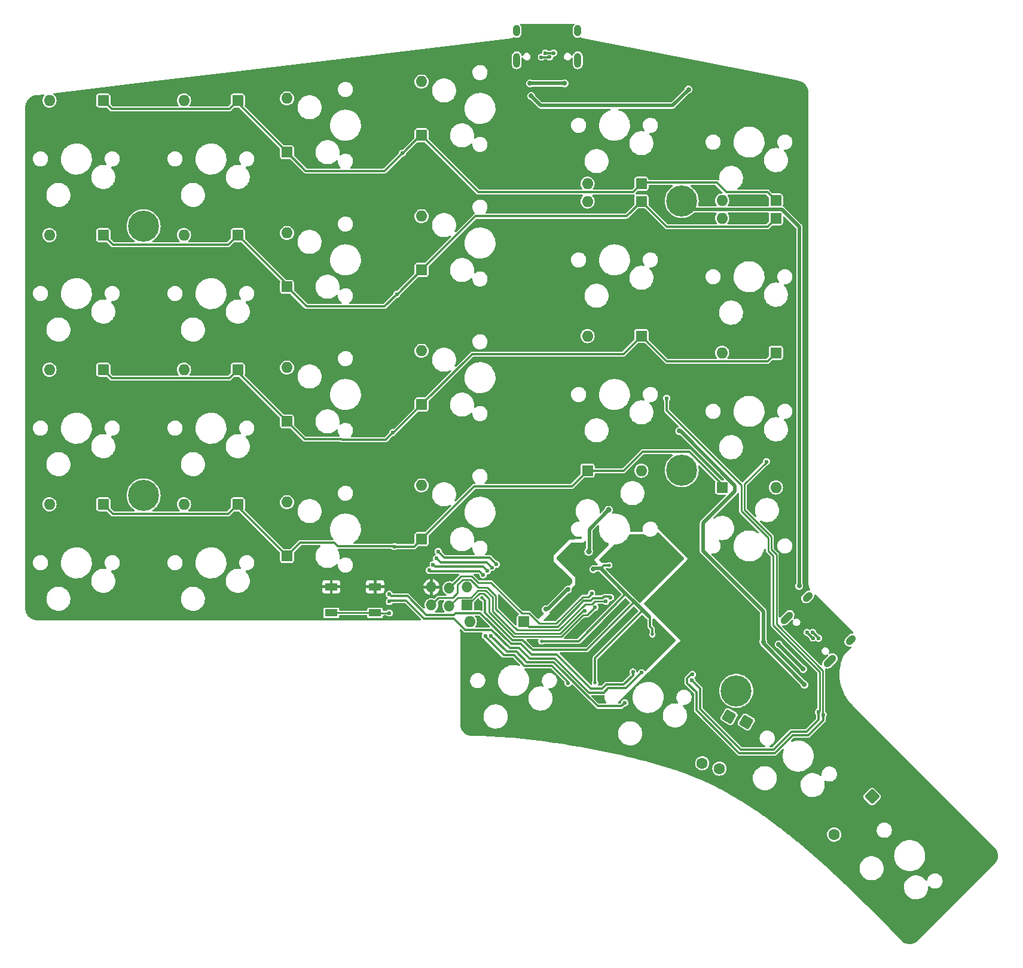
<source format=gbr>
%TF.GenerationSoftware,KiCad,Pcbnew,(6.0.7)*%
%TF.CreationDate,2022-09-06T15:04:57+03:00*%
%TF.ProjectId,retina-left,72657469-6e61-42d6-9c65-66742e6b6963,1.0*%
%TF.SameCoordinates,Original*%
%TF.FileFunction,Copper,L1,Top*%
%TF.FilePolarity,Positive*%
%FSLAX46Y46*%
G04 Gerber Fmt 4.6, Leading zero omitted, Abs format (unit mm)*
G04 Created by KiCad (PCBNEW (6.0.7)) date 2022-09-06 15:04:57*
%MOMM*%
%LPD*%
G01*
G04 APERTURE LIST*
G04 Aperture macros list*
%AMRoundRect*
0 Rectangle with rounded corners*
0 $1 Rounding radius*
0 $2 $3 $4 $5 $6 $7 $8 $9 X,Y pos of 4 corners*
0 Add a 4 corners polygon primitive as box body*
4,1,4,$2,$3,$4,$5,$6,$7,$8,$9,$2,$3,0*
0 Add four circle primitives for the rounded corners*
1,1,$1+$1,$2,$3*
1,1,$1+$1,$4,$5*
1,1,$1+$1,$6,$7*
1,1,$1+$1,$8,$9*
0 Add four rect primitives between the rounded corners*
20,1,$1+$1,$2,$3,$4,$5,0*
20,1,$1+$1,$4,$5,$6,$7,0*
20,1,$1+$1,$6,$7,$8,$9,0*
20,1,$1+$1,$8,$9,$2,$3,0*%
%AMHorizOval*
0 Thick line with rounded ends*
0 $1 width*
0 $2 $3 position (X,Y) of the first rounded end (center of the circle)*
0 $4 $5 position (X,Y) of the second rounded end (center of the circle)*
0 Add line between two ends*
20,1,$1,$2,$3,$4,$5,0*
0 Add two circle primitives to create the rounded ends*
1,1,$1,$2,$3*
1,1,$1,$4,$5*%
G04 Aperture macros list end*
%TA.AperFunction,SMDPad,CuDef*%
%ADD10R,1.800000X1.100000*%
%TD*%
%TA.AperFunction,ComponentPad*%
%ADD11R,1.524000X1.524000*%
%TD*%
%TA.AperFunction,ComponentPad*%
%ADD12O,1.524000X1.524000*%
%TD*%
%TA.AperFunction,ComponentPad*%
%ADD13C,0.700000*%
%TD*%
%TA.AperFunction,ComponentPad*%
%ADD14C,4.400000*%
%TD*%
%TA.AperFunction,ComponentPad*%
%ADD15RoundRect,0.240000X0.560000X-0.560000X0.560000X0.560000X-0.560000X0.560000X-0.560000X-0.560000X0*%
%TD*%
%TA.AperFunction,ComponentPad*%
%ADD16O,1.600000X1.600000*%
%TD*%
%TA.AperFunction,ComponentPad*%
%ADD17RoundRect,0.240000X0.560000X0.560000X-0.560000X0.560000X-0.560000X-0.560000X0.560000X-0.560000X0*%
%TD*%
%TA.AperFunction,ComponentPad*%
%ADD18RoundRect,0.240000X-0.204974X0.764974X-0.764974X-0.204974X0.204974X-0.764974X0.764974X0.204974X0*%
%TD*%
%TA.AperFunction,ComponentPad*%
%ADD19HorizOval,1.600000X0.000000X0.000000X0.000000X0.000000X0*%
%TD*%
%TA.AperFunction,ComponentPad*%
%ADD20HorizOval,1.000000X-0.388909X-0.388909X0.388909X0.388909X0*%
%TD*%
%TA.AperFunction,ComponentPad*%
%ADD21HorizOval,1.000000X-0.212132X-0.212132X0.212132X0.212132X0*%
%TD*%
%TA.AperFunction,ComponentPad*%
%ADD22RoundRect,0.240000X-0.560000X-0.560000X0.560000X-0.560000X0.560000X0.560000X-0.560000X0.560000X0*%
%TD*%
%TA.AperFunction,ComponentPad*%
%ADD23O,1.000000X1.600000*%
%TD*%
%TA.AperFunction,ComponentPad*%
%ADD24O,1.000000X2.100000*%
%TD*%
%TA.AperFunction,ComponentPad*%
%ADD25RoundRect,0.240000X0.000000X0.791960X-0.791960X0.000000X0.000000X-0.791960X0.791960X0.000000X0*%
%TD*%
%TA.AperFunction,ComponentPad*%
%ADD26HorizOval,1.600000X0.000000X0.000000X0.000000X0.000000X0*%
%TD*%
%TA.AperFunction,ViaPad*%
%ADD27C,0.600000*%
%TD*%
%TA.AperFunction,ViaPad*%
%ADD28C,0.500000*%
%TD*%
%TA.AperFunction,ViaPad*%
%ADD29C,0.700000*%
%TD*%
%TA.AperFunction,ViaPad*%
%ADD30C,0.800000*%
%TD*%
%TA.AperFunction,Conductor*%
%ADD31C,0.300000*%
%TD*%
%TA.AperFunction,Conductor*%
%ADD32C,0.500000*%
%TD*%
%TA.AperFunction,Conductor*%
%ADD33C,0.249936*%
%TD*%
G04 APERTURE END LIST*
D10*
%TO.P,SWP1,1,1*%
%TO.N,GND*%
X144689900Y-134833750D03*
X150889900Y-134833750D03*
%TO.P,SWP1,2,2*%
%TO.N,/SWRST*%
X150889900Y-138533750D03*
X144689900Y-138533750D03*
%TD*%
D11*
%TO.P,J1,1,MISO*%
%TO.N,MISO*%
X163931600Y-137433050D03*
D12*
%TO.P,J1,2,VCC*%
%TO.N,+5V*%
X163931600Y-134893050D03*
%TO.P,J1,3,SCK*%
%TO.N,SCK*%
X161391600Y-137560050D03*
%TO.P,J1,4,MOSI*%
%TO.N,MOSI*%
X161391600Y-135020050D03*
%TO.P,J1,5,~{RST}*%
%TO.N,RESET*%
X158851600Y-137433050D03*
%TO.P,J1,6,GND*%
%TO.N,GND*%
X158851600Y-134893050D03*
%TD*%
D13*
%TO.P,H5,1,1*%
%TO.N,GNDPWR*%
X200858524Y-148394824D03*
X203191976Y-150728276D03*
X200375250Y-149561550D03*
D14*
X202025250Y-149561550D03*
D13*
X203191976Y-148394824D03*
X202025250Y-151211550D03*
X200858524Y-150728276D03*
X202025250Y-147911550D03*
X203675250Y-149561550D03*
%TD*%
D15*
%TO.P,D16,1,K*%
%TO.N,ROW2*%
X157460330Y-109061199D03*
D16*
%TO.P,D16,2,A*%
%TO.N,Net-(D16-Pad2)*%
X157460330Y-101441199D03*
%TD*%
D17*
%TO.P,D8,1,K*%
%TO.N,ROW3*%
X131445000Y-123170000D03*
D16*
%TO.P,D8,2,A*%
%TO.N,Net-(D8-Pad2)*%
X123825000Y-123170000D03*
%TD*%
D15*
%TO.P,D17,1,K*%
%TO.N,ROW3*%
X157460330Y-128111199D03*
D16*
%TO.P,D17,2,A*%
%TO.N,Net-(D17-Pad2)*%
X157460330Y-120491199D03*
%TD*%
D13*
%TO.P,H3,1,1*%
%TO.N,Net-(H3-Pad1)*%
X194309991Y-119998136D03*
X194309991Y-116698136D03*
X195476717Y-117181410D03*
X195476717Y-119514862D03*
X193143265Y-119514862D03*
X193143265Y-117181410D03*
D14*
X194309991Y-118348136D03*
D13*
X195959991Y-118348136D03*
X192659991Y-118348136D03*
%TD*%
D15*
%TO.P,D14,1,K*%
%TO.N,ROW0*%
X157460330Y-70961250D03*
D16*
%TO.P,D14,2,A*%
%TO.N,Net-(D14-Pad2)*%
X157460330Y-63341250D03*
%TD*%
D17*
%TO.P,D5,1,K*%
%TO.N,ROW0*%
X131445000Y-66020000D03*
D16*
%TO.P,D5,2,A*%
%TO.N,Net-(D5-Pad2)*%
X123825000Y-66020000D03*
%TD*%
D17*
%TO.P,D26,1,K*%
%TO.N,ROW2*%
X207645290Y-101738699D03*
D16*
%TO.P,D26,2,A*%
%TO.N,Net-(D26-Pad2)*%
X200025290Y-101738699D03*
%TD*%
D18*
%TO.P,D23,1,K*%
%TO.N,ROW4*%
X203454000Y-153977243D03*
D19*
%TO.P,D23,2,A*%
%TO.N,Net-(D23-Pad2)*%
X199644000Y-160576357D03*
%TD*%
D17*
%TO.P,D6,1,K*%
%TO.N,ROW1*%
X131445000Y-85070000D03*
D16*
%TO.P,D6,2,A*%
%TO.N,Net-(D6-Pad2)*%
X123825000Y-85070000D03*
%TD*%
D15*
%TO.P,D15,1,K*%
%TO.N,ROW1*%
X157460330Y-90011225D03*
D16*
%TO.P,D15,2,A*%
%TO.N,Net-(D15-Pad2)*%
X157460330Y-82391225D03*
%TD*%
D17*
%TO.P,D3,1,K*%
%TO.N,ROW2*%
X112395000Y-104120000D03*
D16*
%TO.P,D3,2,A*%
%TO.N,Net-(D3-Pad2)*%
X104775000Y-104120000D03*
%TD*%
D13*
%TO.P,H1,1,1*%
%TO.N,GNDPWR*%
X119276717Y-82653283D03*
X116943265Y-82653283D03*
D14*
X118109991Y-83820009D03*
D13*
X116459991Y-83820009D03*
X119759991Y-83820009D03*
X116943265Y-84986735D03*
X118109991Y-85470009D03*
X118109991Y-82170009D03*
X119276717Y-84986735D03*
%TD*%
D15*
%TO.P,D9,1,K*%
%TO.N,ROW0*%
X138410000Y-73342500D03*
D16*
%TO.P,D9,2,A*%
%TO.N,Net-(D9-Pad2)*%
X138410000Y-65722500D03*
%TD*%
D20*
%TO.P,USB2,13,SHIELD*%
%TO.N,GNDPWR*%
X209185441Y-139226345D03*
D21*
X218250550Y-142380041D03*
X212141147Y-136270638D03*
D20*
X215294843Y-145335747D03*
%TD*%
D17*
%TO.P,D7,1,K*%
%TO.N,ROW2*%
X131445000Y-104120000D03*
D16*
%TO.P,D7,2,A*%
%TO.N,Net-(D7-Pad2)*%
X123825000Y-104120000D03*
%TD*%
D22*
%TO.P,D22,1,K*%
%TO.N,ROW3*%
X180975000Y-118407500D03*
D16*
%TO.P,D22,2,A*%
%TO.N,Net-(D22-Pad2)*%
X188595000Y-118407500D03*
%TD*%
D17*
%TO.P,D25,1,K*%
%TO.N,ROW1*%
X207645290Y-82688727D03*
D16*
%TO.P,D25,2,A*%
%TO.N,Net-(D25-Pad2)*%
X200025290Y-82688727D03*
%TD*%
D15*
%TO.P,D11,1,K*%
%TO.N,ROW2*%
X138410000Y-111442500D03*
D16*
%TO.P,D11,2,A*%
%TO.N,Net-(D11-Pad2)*%
X138410000Y-103822500D03*
%TD*%
D17*
%TO.P,D4,1,K*%
%TO.N,ROW3*%
X112395000Y-123170000D03*
D16*
%TO.P,D4,2,A*%
%TO.N,Net-(D4-Pad2)*%
X104775000Y-123170000D03*
%TD*%
D15*
%TO.P,D12,1,K*%
%TO.N,ROW3*%
X138410000Y-130492500D03*
D16*
%TO.P,D12,2,A*%
%TO.N,Net-(D12-Pad2)*%
X138410000Y-122872500D03*
%TD*%
D18*
%TO.P,D18,1,K*%
%TO.N,ROW4*%
X201015600Y-153215243D03*
D19*
%TO.P,D18,2,A*%
%TO.N,Net-(D18-Pad2)*%
X197205600Y-159814357D03*
%TD*%
D13*
%TO.P,H4,1,1*%
%TO.N,Net-(H4-Pad1)*%
X116943265Y-120753283D03*
X116459991Y-121920009D03*
X116943265Y-123086735D03*
X118109991Y-120270009D03*
X119759991Y-121920009D03*
X119276717Y-120753283D03*
X118109991Y-123570009D03*
X119276717Y-123086735D03*
D14*
X118109991Y-121920009D03*
%TD*%
D17*
%TO.P,D24,1,K*%
%TO.N,ROW0*%
X207645290Y-80188742D03*
D16*
%TO.P,D24,2,A*%
%TO.N,Net-(D24-Pad2)*%
X200025290Y-80188742D03*
%TD*%
D17*
%TO.P,D21,1,K*%
%TO.N,ROW2*%
X188595000Y-99357500D03*
D16*
%TO.P,D21,2,A*%
%TO.N,Net-(D21-Pad2)*%
X180975000Y-99357500D03*
%TD*%
D13*
%TO.P,H2,1,1*%
%TO.N,GNDPWR*%
X193143265Y-79081410D03*
X195959991Y-80248136D03*
X192659991Y-80248136D03*
X193143265Y-81414862D03*
D14*
X194309991Y-80248136D03*
D13*
X195476717Y-79081410D03*
X194309991Y-78598136D03*
X194309991Y-81898136D03*
X195476717Y-81414862D03*
%TD*%
D17*
%TO.P,D19,1,K*%
%TO.N,ROW0*%
X188595000Y-77807500D03*
D16*
%TO.P,D19,2,A*%
%TO.N,Net-(D19-Pad2)*%
X180975000Y-77807500D03*
%TD*%
D15*
%TO.P,D10,1,K*%
%TO.N,ROW1*%
X138410000Y-92392500D03*
D16*
%TO.P,D10,2,A*%
%TO.N,Net-(D10-Pad2)*%
X138410000Y-84772500D03*
%TD*%
D17*
%TO.P,D20,1,K*%
%TO.N,ROW1*%
X188595000Y-80307500D03*
D16*
%TO.P,D20,2,A*%
%TO.N,Net-(D20-Pad2)*%
X180975000Y-80307500D03*
%TD*%
D17*
%TO.P,D1,1,K*%
%TO.N,ROW0*%
X112395000Y-66020000D03*
D16*
%TO.P,D1,2,A*%
%TO.N,Net-(D1-Pad2)*%
X104775000Y-66020000D03*
%TD*%
D17*
%TO.P,D13,1,K*%
%TO.N,ROW4*%
X171923750Y-139769850D03*
D16*
%TO.P,D13,2,A*%
%TO.N,Net-(D13-Pad2)*%
X164303750Y-139769850D03*
%TD*%
D22*
%TO.P,D27,1,K*%
%TO.N,ROW3*%
X200025290Y-120788699D03*
D16*
%TO.P,D27,2,A*%
%TO.N,Net-(D27-Pad2)*%
X207645290Y-120788699D03*
%TD*%
D17*
%TO.P,D2,1,K*%
%TO.N,ROW1*%
X112395000Y-85070000D03*
D16*
%TO.P,D2,2,A*%
%TO.N,Net-(D2-Pad2)*%
X104775000Y-85070000D03*
%TD*%
D23*
%TO.P,USB1,13,SHIELD*%
%TO.N,GNDPWR*%
X179579974Y-56151813D03*
D24*
X170939974Y-60331813D03*
D23*
X170939974Y-56151813D03*
D24*
X179579974Y-60331813D03*
%TD*%
D25*
%TO.P,D28,1,K*%
%TO.N,ROW4*%
X221273777Y-164526823D03*
D26*
%TO.P,D28,2,A*%
%TO.N,Net-(D28-Pad2)*%
X215885623Y-169914977D03*
%TD*%
D27*
%TO.N,GND*%
X194557650Y-123844050D03*
X211836000Y-102698550D03*
X175260000Y-67684650D03*
X195262500Y-67265550D03*
X196481700Y-104565450D03*
X111232950Y-127558800D03*
X156610050Y-132530850D03*
X192347850Y-96926400D03*
X140112750Y-78771750D03*
X181794150Y-157010100D03*
X204730350Y-115538250D03*
X128816100Y-127692150D03*
X185055078Y-80656262D03*
X190747650Y-157010100D03*
X210007200Y-102850950D03*
X189757050Y-113842800D03*
D28*
X207587850Y-146875500D03*
D27*
X120777000Y-73075800D03*
X168402000Y-77038200D03*
X180858200Y-144856200D03*
X175469550Y-76847700D03*
X189640250Y-147866100D03*
X180594000Y-62045850D03*
X177679350Y-67646550D03*
X131806950Y-70599300D03*
X206616300Y-139884150D03*
X194443350Y-128092200D03*
X182591750Y-133483350D03*
X183013350Y-140360400D03*
X184956450Y-140779500D03*
X170429889Y-103882386D03*
X102698550Y-127444500D03*
X174402750Y-103822500D03*
X165868350Y-145141950D03*
X199396350Y-139712700D03*
X195738750Y-141389100D03*
X235210350Y-174078900D03*
X202406250Y-136798050D03*
X170783250Y-138664950D03*
X110051850Y-70046850D03*
X192690750Y-135464550D03*
X171011850Y-63036450D03*
X196373086Y-100812552D03*
X195834000Y-72104250D03*
X209588100Y-84372450D03*
X215912700Y-147961350D03*
X186194700Y-141979650D03*
X157734000Y-105727500D03*
X192614550Y-149752050D03*
X197796150Y-79971900D03*
X152323800Y-127749300D03*
X167389850Y-149656800D03*
X152209500Y-130244850D03*
X150666450Y-86086950D03*
X159219900Y-124567950D03*
X201625200Y-124034550D03*
X185204100Y-77247750D03*
X186023250Y-123691650D03*
X174612300Y-118814850D03*
X187775850Y-65608200D03*
X184842150Y-143236950D03*
X187794900Y-67741800D03*
X204101700Y-77514450D03*
X103117650Y-70485000D03*
X120796437Y-109558685D03*
X181794150Y-121805700D03*
X201796650Y-112509300D03*
X187166250Y-119310150D03*
X194462400Y-70332600D03*
X219607240Y-161414162D03*
X184613550Y-138855450D03*
X127368300Y-101688900D03*
X182641309Y-150469442D03*
X209397600Y-116871750D03*
X183661050Y-142189200D03*
X109575600Y-136493250D03*
X138169650Y-106775250D03*
X150799800Y-77590650D03*
X174478950Y-84201000D03*
X174612300Y-122243850D03*
X226629485Y-181897613D03*
X170377657Y-99703862D03*
X203282550Y-126130050D03*
X185051700Y-84677250D03*
X156610050Y-134835900D03*
X139446000Y-97669350D03*
X192043050Y-75533250D03*
X158953200Y-95611950D03*
X197719950Y-82734150D03*
X230470724Y-173638949D03*
X206425800Y-149428200D03*
X185166000Y-103632000D03*
X174593250Y-80733900D03*
X191109600Y-154209750D03*
X192500250Y-138493500D03*
X131406900Y-108432600D03*
X120205500Y-101746050D03*
X151790400Y-106851450D03*
X204006450Y-164077650D03*
X201529950Y-146570700D03*
X120281700Y-128568450D03*
X211784151Y-81693957D03*
X191966850Y-86010750D03*
X132321300Y-82353150D03*
X233038650Y-168878250D03*
X117576600Y-65131950D03*
X179867600Y-152114250D03*
X127196850Y-121558050D03*
X180273566Y-139811366D03*
X214405562Y-157190577D03*
X123536697Y-82318706D03*
X209950050Y-81019650D03*
X198510712Y-149656062D03*
X208235550Y-155371800D03*
X165982650Y-140112750D03*
X170021250Y-122167650D03*
X150533100Y-115595400D03*
X136759950Y-68408550D03*
X177393600Y-65589150D03*
X174155100Y-64446150D03*
X205035150Y-121043700D03*
X169773600Y-84220050D03*
X110680500Y-89515950D03*
X197377050Y-120167400D03*
X203377800Y-118281450D03*
X166744650Y-58502550D03*
X203568300Y-80181450D03*
X203587350Y-82677000D03*
X128282700Y-88601550D03*
X194386200Y-145427700D03*
X134092950Y-62788800D03*
X211778850Y-120777000D03*
X209588100Y-137179050D03*
X208178400Y-127215900D03*
X160115250Y-137960100D03*
X224008950Y-165906450D03*
X190766700Y-158800800D03*
X199377300Y-85763100D03*
X192443100Y-105841800D03*
X139141200Y-115881150D03*
X212540850Y-169011600D03*
X157657800Y-74714100D03*
X165601650Y-137255250D03*
X169959805Y-119029534D03*
X204463650Y-105575100D03*
X222008700Y-157676850D03*
X151371300Y-98964750D03*
X201682350Y-85725000D03*
X157429200Y-114681000D03*
X159848550Y-127444500D03*
X174250350Y-153047700D03*
X204901800Y-142303500D03*
X197853300Y-156991050D03*
X174402750Y-99707700D03*
X200901300Y-69875400D03*
X173926500Y-147656550D03*
X223742250Y-176745900D03*
X111537750Y-108508800D03*
X169659300Y-80695800D03*
X152190450Y-60407550D03*
X150914100Y-74314050D03*
X212426550Y-147485100D03*
X212864700Y-148551900D03*
X188137800Y-128225550D03*
X137521950Y-126225300D03*
D28*
%TO.N,+5V*%
X174444893Y-142562948D03*
D29*
X205854300Y-142627350D03*
X172993050Y-65379600D03*
D28*
X182053026Y-148442924D03*
X166039800Y-136378950D03*
D30*
X181127400Y-129863850D03*
D28*
X190143817Y-141590383D03*
D30*
X183946800Y-123977400D03*
D29*
X181775100Y-132340350D03*
D28*
X184042050Y-131806950D03*
D29*
X211683600Y-148704300D03*
X195281550Y-64465200D03*
X193952864Y-112791462D03*
D27*
%TO.N,ROW0*%
X168066275Y-131649436D03*
X159829500Y-129844800D03*
X154762200Y-73475850D03*
%TO.N,ROW1*%
X159590248Y-130815245D03*
X167415215Y-132113468D03*
X153959919Y-93440250D03*
%TO.N,ROW2*%
X159103653Y-131688304D03*
X166778070Y-132596428D03*
X153354837Y-113023650D03*
%TO.N,ROW3*%
X166192200Y-133140450D03*
X153626476Y-129151724D03*
X158528076Y-132505444D03*
%TO.N,ROW4*%
X184213500Y-136359900D03*
D29*
%TO.N,VBUS*%
X178191800Y-135216900D03*
X175047950Y-138036300D03*
%TO.N,GNDPWR*%
X210940650Y-134721600D03*
D27*
%TO.N,ESD+*%
X175012350Y-59302650D03*
X176174400Y-59302650D03*
%TO.N,ESD-*%
X175586474Y-59874150D03*
X174433474Y-59893200D03*
%TO.N,RESET*%
X183564000Y-136907700D03*
%TO.N,SCK*%
X180561185Y-138251135D03*
%TO.N,MISO*%
X182012561Y-137759949D03*
%TO.N,MOSI*%
X181554399Y-135750559D03*
%TO.N,COL0*%
X188611550Y-147008850D03*
X152908296Y-136930511D03*
%TO.N,COL1*%
X152895300Y-135902700D03*
X187392350Y-146894561D03*
%TO.N,COL2*%
X178218598Y-148488902D03*
X166477950Y-141770100D03*
%TO.N,COL3*%
X186248732Y-151266782D03*
X167295758Y-141777243D03*
%TO.N,COL4*%
X192176400Y-108165900D03*
X195738750Y-148094700D03*
X213653176Y-152550010D03*
%TO.N,COL5*%
X195814950Y-147237450D03*
X206292450Y-117138450D03*
X214334168Y-152968882D03*
%TO.N,SDA*%
X213693464Y-142111978D03*
X212871773Y-141290284D03*
%TO.N,SCL*%
X212873626Y-142100364D03*
X212044860Y-141298538D03*
D29*
%TO.N,/HOSTPWR*%
X177736500Y-63588900D03*
X172802550Y-63588900D03*
%TO.N,/SPLITPWR*%
X211493100Y-146475450D03*
X208026000Y-142989300D03*
D27*
%TO.N,/SWRST*%
X152914350Y-138550650D03*
%TD*%
D31*
%TO.N,+5V*%
X171803093Y-142373492D02*
X173199951Y-143770350D01*
D32*
X201853800Y-121310400D02*
X201853800Y-120522081D01*
X205854300Y-142836900D02*
X211683600Y-148666200D01*
X197319900Y-125844300D02*
X201853800Y-121310400D01*
D31*
X186192200Y-136078298D02*
X186192200Y-135597900D01*
D32*
X187601900Y-137007600D02*
X188783000Y-138188700D01*
D31*
X189830750Y-140436600D02*
X189830750Y-139236450D01*
X190143817Y-141590383D02*
X190143817Y-140749667D01*
D32*
X181127400Y-129863850D02*
X181219825Y-129771425D01*
D31*
X183277550Y-131806950D02*
X182839400Y-132245100D01*
X182039300Y-148429198D02*
X182039300Y-144932400D01*
D32*
X205854300Y-142627350D02*
X205854300Y-142836900D01*
X181870350Y-132245100D02*
X182839400Y-132245100D01*
D31*
X166439850Y-136779000D02*
X166439850Y-138507594D01*
D32*
X174345600Y-66732150D02*
X172993050Y-65379600D01*
D31*
X174444893Y-142562948D02*
X179707550Y-142562948D01*
X166039800Y-136378950D02*
X166439850Y-136779000D01*
X184042050Y-131806950D02*
X183277550Y-131806950D01*
D32*
X205854300Y-138303000D02*
X197319900Y-129768600D01*
D31*
X166439850Y-138507594D02*
X170305748Y-142373492D01*
D32*
X181219825Y-129771425D02*
X181219825Y-126704375D01*
D31*
X180839150Y-143770350D02*
X187601900Y-137007600D01*
X182053026Y-148442924D02*
X182039300Y-148429198D01*
D32*
X193014600Y-66732150D02*
X174345600Y-66732150D01*
D31*
X182039300Y-144932400D02*
X188783000Y-138188700D01*
D32*
X181219825Y-126704375D02*
X183946800Y-123977400D01*
X197319900Y-129768600D02*
X197319900Y-125844300D01*
X182839400Y-132245100D02*
X186192200Y-135597900D01*
X181775100Y-132340350D02*
X181870350Y-132245100D01*
D31*
X190143817Y-140749667D02*
X189830750Y-140436600D01*
D32*
X194123181Y-112791462D02*
X193952864Y-112791462D01*
X201853800Y-120522081D02*
X194123181Y-112791462D01*
X205854300Y-142627350D02*
X205854300Y-138303000D01*
D31*
X173199951Y-143770350D02*
X180839150Y-143770350D01*
X179707550Y-142562948D02*
X186192200Y-136078298D01*
D32*
X186192200Y-135597900D02*
X187601900Y-137007600D01*
D31*
X189830750Y-139236450D02*
X189697400Y-139103100D01*
D32*
X188783000Y-138188700D02*
X189697400Y-139103100D01*
X195281550Y-64465200D02*
X193014600Y-66732150D01*
D31*
X170305748Y-142373492D02*
X171803093Y-142373492D01*
D32*
X211683600Y-148666200D02*
X211683600Y-148704300D01*
D31*
%TO.N,ROW0*%
X188756656Y-77645844D02*
X199257130Y-77645844D01*
X206456898Y-79000350D02*
X207645290Y-80188742D01*
X154800300Y-73475850D02*
X157314900Y-70961250D01*
X131445000Y-66377500D02*
X138410000Y-73342500D01*
X154762200Y-73475850D02*
X152248248Y-75989802D01*
X113597292Y-67222292D02*
X130242708Y-67222292D01*
X200611636Y-79000350D02*
X206456898Y-79000350D01*
X130242708Y-67222292D02*
X131445000Y-66020000D01*
X152248248Y-75989802D02*
X141057302Y-75989802D01*
X157460330Y-70961250D02*
X165508872Y-79009792D01*
X165508872Y-79009792D02*
X187392708Y-79009792D01*
X167137939Y-130721100D02*
X160705800Y-130721100D01*
X141057302Y-75989802D02*
X138410000Y-73342500D01*
X160705800Y-130721100D02*
X159829500Y-129844800D01*
X112395000Y-66020000D02*
X113597292Y-67222292D01*
X168066275Y-131649436D02*
X167137939Y-130721100D01*
X199257130Y-77645844D02*
X200611636Y-79000350D01*
X154762200Y-73475850D02*
X154800300Y-73475850D01*
X187392708Y-79009792D02*
X188595000Y-77807500D01*
%TO.N,ROW1*%
X192178519Y-83891019D02*
X206442998Y-83891019D01*
X113747301Y-86422301D02*
X112395000Y-85070000D01*
X206442998Y-83891019D02*
X207645290Y-82688727D01*
X153959919Y-93440250D02*
X152245419Y-95154750D01*
X141172250Y-95154750D02*
X138410000Y-92392500D01*
X131445000Y-85070000D02*
X130092699Y-86422301D01*
X130092699Y-86422301D02*
X113747301Y-86422301D01*
X166687405Y-131385658D02*
X160160661Y-131385658D01*
X160160661Y-131385658D02*
X159590248Y-130815245D01*
X152245419Y-95154750D02*
X141172250Y-95154750D01*
X188595000Y-80307500D02*
X192178519Y-83891019D01*
X138410000Y-92035000D02*
X131445000Y-85070000D01*
X154031305Y-93440250D02*
X157460330Y-90011225D01*
X167415215Y-132113468D02*
X166687405Y-131385658D01*
X153959919Y-93440250D02*
X154031305Y-93440250D01*
X186503973Y-82398527D02*
X188595000Y-80307500D01*
X157460330Y-90011225D02*
X165073028Y-82398527D01*
X165073028Y-82398527D02*
X186503973Y-82398527D01*
%TO.N,ROW2*%
X112395000Y-104120000D02*
X113597292Y-105322292D01*
X159427331Y-132011982D02*
X159103653Y-131688304D01*
X192178491Y-102940991D02*
X206442998Y-102940991D01*
X153497879Y-113023650D02*
X157460330Y-109061199D01*
X166778070Y-132596428D02*
X166193624Y-132011982D01*
X188595000Y-99357500D02*
X192178491Y-102940991D01*
X131445000Y-104477500D02*
X138410000Y-111442500D01*
X164623079Y-101898450D02*
X186054050Y-101898450D01*
X157460330Y-109061199D02*
X164623079Y-101898450D01*
X130242708Y-105322292D02*
X131445000Y-104120000D01*
X153354837Y-113023650D02*
X152364237Y-114014250D01*
X140943650Y-113976150D02*
X138410000Y-111442500D01*
X152364237Y-114014250D02*
X146180371Y-114014250D01*
X113597292Y-105322292D02*
X130242708Y-105322292D01*
X186054050Y-101898450D02*
X188595000Y-99357500D01*
X153354837Y-113023650D02*
X153497879Y-113023650D01*
X146180371Y-114014250D02*
X146142271Y-113976150D01*
X206442998Y-102940991D02*
X207645290Y-101738699D01*
X146142271Y-113976150D02*
X140943650Y-113976150D01*
X166193624Y-132011982D02*
X159427331Y-132011982D01*
%TO.N,ROW3*%
X145599150Y-129120900D02*
X145068448Y-128590198D01*
X153626476Y-129151724D02*
X153595652Y-129120900D01*
X188760019Y-115745844D02*
X195412944Y-115745844D01*
X130092699Y-124522301D02*
X131445000Y-123170000D01*
X180975000Y-118407500D02*
X186098363Y-118407500D01*
X145068448Y-128590198D02*
X140312302Y-128590198D01*
X178757900Y-120624600D02*
X180975000Y-118407500D01*
X113747301Y-124522301D02*
X130092699Y-124522301D01*
X131445000Y-123527500D02*
X138410000Y-130492500D01*
X140312302Y-128590198D02*
X138410000Y-130492500D01*
X165677850Y-132626100D02*
X158648732Y-132626100D01*
X164946929Y-120624600D02*
X178757900Y-120624600D01*
X158648732Y-132626100D02*
X158528076Y-132505444D01*
X153595652Y-129120900D02*
X145599150Y-129120900D01*
X186098363Y-118407500D02*
X188760019Y-115745844D01*
X166192200Y-133140450D02*
X165677850Y-132626100D01*
X157460330Y-128111199D02*
X164946929Y-120624600D01*
X153626476Y-129151724D02*
X156419805Y-129151724D01*
X156419805Y-129151724D02*
X157460330Y-128111199D01*
X112395000Y-123170000D02*
X113747301Y-124522301D01*
X195412944Y-115745844D02*
X200025290Y-120358190D01*
%TO.N,ROW4*%
X176733798Y-140523684D02*
X172677584Y-140523684D01*
X183119729Y-136432732D02*
X181785023Y-136432732D01*
X184213500Y-136359900D02*
X184111300Y-136257700D01*
X172677584Y-140523684D02*
X171923750Y-139769850D01*
X181381605Y-136836150D02*
X180421332Y-136836150D01*
X180421332Y-136836150D02*
X176733798Y-140523684D01*
X183294761Y-136257700D02*
X183119729Y-136432732D01*
X181785023Y-136432732D02*
X181381605Y-136836150D01*
X184111300Y-136257700D02*
X183294761Y-136257700D01*
D32*
%TO.N,VBUS*%
X178191800Y-135216900D02*
X178153100Y-135216900D01*
X175333700Y-138036300D02*
X175047950Y-138036300D01*
X178153100Y-135216900D02*
X175333700Y-138036300D01*
%TO.N,GNDPWR*%
X208489944Y-81438253D02*
X195500108Y-81438253D01*
X210959700Y-83908009D02*
X210959700Y-134702550D01*
X210959700Y-134702550D02*
X210940650Y-134721600D01*
X210959700Y-83908009D02*
X208489944Y-81438253D01*
D31*
%TO.N,ESD+*%
X175017361Y-59297639D02*
X176169389Y-59297639D01*
X175012350Y-59302650D02*
X175017361Y-59297639D01*
X176169389Y-59297639D02*
X176174400Y-59302650D01*
%TO.N,ESD-*%
X175567424Y-59893200D02*
X174433474Y-59893200D01*
X175586474Y-59874150D02*
X175567424Y-59893200D01*
D33*
%TO.N,RESET*%
X176930536Y-140998652D02*
X170964302Y-140998652D01*
X180616788Y-137312400D02*
X176930536Y-140998652D01*
X162572700Y-134512050D02*
X162572700Y-135674100D01*
X170964302Y-140998652D02*
X167984420Y-138018770D01*
X163278211Y-133806539D02*
X162572700Y-134512050D01*
X161829750Y-136417050D02*
X159867600Y-136417050D01*
X166774760Y-134904110D02*
X165479220Y-134904110D01*
X181981761Y-136907700D02*
X181577061Y-137312400D01*
X165479220Y-134904110D02*
X164381649Y-133806539D01*
X167984420Y-136113770D02*
X166774760Y-134904110D01*
X181577061Y-137312400D02*
X180616788Y-137312400D01*
X162572700Y-135674100D02*
X161829750Y-136417050D01*
X183564000Y-136907700D02*
X181981761Y-136907700D01*
X164381649Y-133806539D02*
X163278211Y-133806539D01*
X159867600Y-136417050D02*
X158851600Y-137433050D01*
X167984420Y-138018770D02*
X167984420Y-136113770D01*
%TO.N,SCK*%
X177116906Y-141448588D02*
X170688856Y-141448588D01*
X167534484Y-138294216D02*
X167534484Y-136330584D01*
X162605111Y-136346539D02*
X161391600Y-137560050D01*
X166557946Y-135354046D02*
X165446828Y-135354046D01*
X165446828Y-135354046D02*
X164454335Y-136346539D01*
X170688856Y-141448588D02*
X167534484Y-138294216D01*
X180561185Y-138251135D02*
X180314359Y-138251135D01*
X164454335Y-136346539D02*
X162605111Y-136346539D01*
X167534484Y-136330584D02*
X166557946Y-135354046D01*
X180314359Y-138251135D02*
X177116906Y-141448588D01*
%TO.N,MISO*%
X167030400Y-136531350D02*
X166303032Y-135803982D01*
X177303276Y-141898524D02*
X170502486Y-141898524D01*
X170502486Y-141898524D02*
X167030400Y-138426438D01*
X180325697Y-138876103D02*
X177303276Y-141898524D01*
X167030400Y-138426438D02*
X167030400Y-136531350D01*
X182012561Y-137759949D02*
X180896407Y-138876103D01*
X165633198Y-135803982D02*
X164004130Y-137433050D01*
X180896407Y-138876103D02*
X180325697Y-138876103D01*
X166303032Y-135803982D02*
X165633198Y-135803982D01*
%TO.N,MOSI*%
X167312920Y-134261170D02*
X165471997Y-134261170D01*
X181051200Y-136264650D02*
X180321126Y-136264650D01*
X163054631Y-133357019D02*
X161391600Y-135020050D01*
X181554399Y-135750559D02*
X181554399Y-135761451D01*
X174126666Y-140048716D02*
X172685750Y-138607800D01*
X180321126Y-136264650D02*
X176537060Y-140048716D01*
X171659550Y-138607800D02*
X167312920Y-134261170D01*
X172685750Y-138607800D02*
X171659550Y-138607800D01*
X176537060Y-140048716D02*
X174126666Y-140048716D01*
X181554399Y-135761451D02*
X181051200Y-136264650D01*
X164567846Y-133357019D02*
X163054631Y-133357019D01*
X165471997Y-134261170D02*
X164567846Y-133357019D01*
D31*
%TO.N,COL0*%
X163658550Y-140950950D02*
X167387999Y-140950950D01*
X176359416Y-145004082D02*
X181174776Y-149819442D01*
X167387999Y-140950950D02*
X169967924Y-143530875D01*
X183284824Y-149819442D02*
X183904666Y-149199600D01*
X183904666Y-149199600D02*
X186420800Y-149199600D01*
X152908296Y-136930511D02*
X153064325Y-136774482D01*
X157810200Y-139312650D02*
X162020250Y-139312650D01*
X162020250Y-139312650D02*
X163658550Y-140950950D01*
X155272032Y-136774482D02*
X157810200Y-139312650D01*
X172753954Y-145004082D02*
X176359416Y-145004082D01*
X186420800Y-149199600D02*
X188611550Y-147008850D01*
X171280747Y-143530875D02*
X172753954Y-145004082D01*
X169967924Y-143530875D02*
X171280747Y-143530875D01*
X181174776Y-149819442D02*
X183284824Y-149819442D01*
X153064325Y-136774482D02*
X155272032Y-136774482D01*
%TO.N,COL1*%
X152895300Y-135902700D02*
X153162000Y-136169400D01*
X158165916Y-138812650D02*
X162005900Y-138812650D01*
X170150943Y-142925793D02*
X171531380Y-142925793D01*
X187392350Y-147373300D02*
X187392350Y-146894561D01*
X183029900Y-149218650D02*
X183582350Y-148666200D01*
X183582350Y-148666200D02*
X186099450Y-148666200D01*
X162273500Y-138545050D02*
X165770200Y-138545050D01*
X176610050Y-144399000D02*
X181429700Y-149218650D01*
X162005900Y-138812650D02*
X162273500Y-138545050D01*
X186099450Y-148666200D02*
X187392350Y-147373300D01*
X173004587Y-144399000D02*
X176610050Y-144399000D01*
X165770200Y-138545050D02*
X170150943Y-142925793D01*
X171531380Y-142925793D02*
X173004587Y-144399000D01*
X181429700Y-149218650D02*
X183029900Y-149218650D01*
X153162000Y-136169400D02*
X155522666Y-136169400D01*
X155522666Y-136169400D02*
X158165916Y-138812650D01*
%TO.N,COL2*%
X170569317Y-144530875D02*
X169130151Y-144530875D01*
X166477950Y-141878674D02*
X166477950Y-141770100D01*
X178218598Y-148310098D02*
X175912582Y-146004082D01*
X169130151Y-144530875D02*
X166477950Y-141878674D01*
X178218598Y-148488902D02*
X178218598Y-148310098D01*
X175912582Y-146004082D02*
X172042524Y-146004082D01*
X172042524Y-146004082D02*
X170569317Y-144530875D01*
%TO.N,COL3*%
X176152310Y-145504082D02*
X172398239Y-145504082D01*
X169549390Y-144030875D02*
X167295758Y-141777243D01*
X185763214Y-151752300D02*
X182400528Y-151752300D01*
X182400528Y-151752300D02*
X176152310Y-145504082D01*
X172398239Y-145504082D02*
X170925032Y-144030875D01*
X186248732Y-151266782D02*
X185763214Y-151752300D01*
X170925032Y-144030875D02*
X169549390Y-144030875D01*
%TO.N,COL4*%
X196886450Y-152118950D02*
X196886450Y-149242400D01*
X212008501Y-155329000D02*
X209859499Y-155329000D01*
D33*
X213862564Y-146909470D02*
X207271264Y-140318170D01*
D31*
X196886450Y-149242400D02*
X195738750Y-148094700D01*
D33*
X206547364Y-127908964D02*
X202749150Y-124110750D01*
X202749150Y-120434100D02*
X199967850Y-117652800D01*
D31*
X207321150Y-157867350D02*
X202634850Y-157867350D01*
D33*
X202749150Y-124110750D02*
X202749150Y-120434100D01*
D31*
X213653176Y-153684325D02*
X212008501Y-155329000D01*
D33*
X207271264Y-140318170D02*
X207271264Y-130469320D01*
D31*
X202634850Y-157867350D02*
X196886450Y-152118950D01*
D33*
X206547364Y-129745420D02*
X206547364Y-127908964D01*
D31*
X192176400Y-109880400D02*
X199948800Y-117652800D01*
D33*
X207271264Y-130469320D02*
X206547364Y-129745420D01*
X199967850Y-117652800D02*
X199948800Y-117652800D01*
X213653176Y-152550010D02*
X213862564Y-152340622D01*
X213862564Y-152340622D02*
X213862564Y-146909470D01*
D31*
X192176400Y-108165900D02*
X192176400Y-109880400D01*
X213653176Y-152550010D02*
X213653176Y-153684325D01*
X209859499Y-155329000D02*
X207321150Y-157867350D01*
%TO.N,COL5*%
X210066606Y-155829000D02*
X207528256Y-158367350D01*
X212215607Y-155829000D02*
X210066606Y-155829000D01*
D33*
X203199086Y-120308014D02*
X206292450Y-117214650D01*
X214312500Y-146723100D02*
X207721200Y-140131800D01*
D31*
X202427744Y-158367350D02*
X196386450Y-152326056D01*
D33*
X207721200Y-130282950D02*
X206997300Y-129559050D01*
X206292450Y-117214650D02*
X206292450Y-117138450D01*
X214334168Y-152968882D02*
X214312500Y-152947214D01*
X206997300Y-127722594D02*
X203199086Y-123924380D01*
X203199086Y-123924380D02*
X203199086Y-120308014D01*
X214312500Y-152947214D02*
X214312500Y-146723100D01*
D31*
X214337017Y-153707590D02*
X212215607Y-155829000D01*
D33*
X207721200Y-140131800D02*
X207721200Y-130282950D01*
D31*
X196386450Y-149790150D02*
X195088750Y-148492450D01*
X196386450Y-152326056D02*
X196386450Y-149790150D01*
X207528256Y-158367350D02*
X202427744Y-158367350D01*
X195088750Y-148492450D02*
X195088750Y-147811250D01*
D33*
X206997300Y-129559050D02*
X206997300Y-127722594D01*
D31*
X214334168Y-152968882D02*
X214337017Y-152971731D01*
X195088750Y-147811250D02*
X195662550Y-147237450D01*
X195662550Y-147237450D02*
X195814950Y-147237450D01*
X214337017Y-152971731D02*
X214337017Y-153707590D01*
%TO.N,SDA*%
X212878856Y-141290285D02*
X213693464Y-142104888D01*
X213693464Y-142104888D02*
X213693464Y-142111978D01*
X212871773Y-141290284D02*
X212878856Y-141290285D01*
%TO.N,SCL*%
X212044860Y-141298538D02*
X212846683Y-142100362D01*
X212846683Y-142100362D02*
X212873626Y-142100364D01*
D32*
%TO.N,/HOSTPWR*%
X172802550Y-63588900D02*
X177736500Y-63588900D01*
%TO.N,/SPLITPWR*%
X208045050Y-142989300D02*
X211493100Y-146437350D01*
X211493100Y-146437350D02*
X211493100Y-146475450D01*
X208026000Y-142989300D02*
X208045050Y-142989300D01*
D33*
%TO.N,/SWRST*%
X152914350Y-138550650D02*
X150906800Y-138550650D01*
X144689900Y-138533750D02*
X150889900Y-138533750D01*
%TD*%
%TA.AperFunction,Conductor*%
%TO.N,GND*%
G36*
X179053263Y-55167886D02*
G01*
X179099756Y-55221542D01*
X179109860Y-55291816D01*
X179080366Y-55356396D01*
X179067971Y-55368833D01*
X179055578Y-55379644D01*
X178958087Y-55518360D01*
X178896498Y-55676326D01*
X178879474Y-55805639D01*
X178879474Y-56494329D01*
X178894698Y-56620133D01*
X178954629Y-56778736D01*
X179050662Y-56918464D01*
X179056332Y-56923516D01*
X179056333Y-56923517D01*
X179171582Y-57026201D01*
X179171586Y-57026203D01*
X179177253Y-57031253D01*
X179183962Y-57034805D01*
X179183963Y-57034806D01*
X179227752Y-57057991D01*
X179327093Y-57110589D01*
X179491533Y-57151894D01*
X179499131Y-57151934D01*
X179499133Y-57151934D01*
X179576306Y-57152338D01*
X179661079Y-57152782D01*
X179668466Y-57151008D01*
X179668470Y-57151008D01*
X179818557Y-57114974D01*
X179825942Y-57113201D01*
X179832686Y-57109720D01*
X179832689Y-57109719D01*
X179957876Y-57045105D01*
X180027584Y-57031636D01*
X180093507Y-57057991D01*
X180124211Y-57101066D01*
X180127586Y-57099316D01*
X180132235Y-57108282D01*
X180134944Y-57120156D01*
X180136895Y-57122605D01*
X180137682Y-57125634D01*
X180145554Y-57134931D01*
X180145555Y-57134933D01*
X180164103Y-57156838D01*
X180166477Y-57159728D01*
X180191951Y-57191695D01*
X180194770Y-57193055D01*
X180196794Y-57195445D01*
X180207923Y-57200410D01*
X180207924Y-57200411D01*
X180234167Y-57212119D01*
X180237537Y-57213683D01*
X180274343Y-57231436D01*
X180288541Y-57231448D01*
X180312672Y-57233802D01*
X196434641Y-60394970D01*
X210626613Y-63177708D01*
X210638702Y-63180706D01*
X210645738Y-63182825D01*
X210667077Y-63189251D01*
X210681093Y-63187046D01*
X210691630Y-63187766D01*
X210700419Y-63188677D01*
X210841360Y-63208305D01*
X210903114Y-63216906D01*
X210920808Y-63220683D01*
X211140289Y-63284309D01*
X211157266Y-63290584D01*
X211365378Y-63385008D01*
X211381279Y-63393650D01*
X211558969Y-63507476D01*
X211573709Y-63516918D01*
X211588207Y-63527749D01*
X211752664Y-63670111D01*
X211760994Y-63677322D01*
X211773791Y-63690120D01*
X211789846Y-63708667D01*
X211923356Y-63862900D01*
X211934189Y-63877401D01*
X212057453Y-64069827D01*
X212066097Y-64085731D01*
X212160516Y-64293835D01*
X212166792Y-64310813D01*
X212190304Y-64391921D01*
X212229396Y-64526768D01*
X212230421Y-64530305D01*
X212234198Y-64548004D01*
X212262444Y-64750832D01*
X212263384Y-64760062D01*
X212263984Y-64769314D01*
X212261729Y-64783324D01*
X212265773Y-64796925D01*
X212266191Y-64803373D01*
X212266455Y-64811522D01*
X212266525Y-121599380D01*
X212266525Y-134486545D01*
X212264505Y-134509017D01*
X212261577Y-134525171D01*
X212261610Y-134525888D01*
X212263534Y-134532769D01*
X212264669Y-134539830D01*
X212264496Y-134539858D01*
X212265636Y-134545556D01*
X212284954Y-134702550D01*
X212285834Y-134709705D01*
X212335322Y-134888255D01*
X212337218Y-134892519D01*
X212337218Y-134892520D01*
X212408695Y-135053300D01*
X212408698Y-135053306D01*
X212410589Y-135057559D01*
X212466060Y-135144814D01*
X212478075Y-135163713D01*
X212497741Y-135231931D01*
X212477405Y-135299953D01*
X212423521Y-135346182D01*
X212363173Y-135357020D01*
X212323925Y-135354344D01*
X212323921Y-135354344D01*
X212316349Y-135353828D01*
X212308872Y-135355133D01*
X212308871Y-135355133D01*
X212187467Y-135376322D01*
X212149325Y-135382979D01*
X212142376Y-135386030D01*
X212142374Y-135386030D01*
X212062194Y-135421226D01*
X211994077Y-135451127D01*
X211890601Y-135530528D01*
X211403623Y-136017505D01*
X211385709Y-136040352D01*
X211334578Y-136105562D01*
X211325431Y-136117227D01*
X211255660Y-136271754D01*
X211224763Y-136438462D01*
X211234522Y-136607729D01*
X211246348Y-136646170D01*
X211279411Y-136753641D01*
X211284376Y-136769781D01*
X211371446Y-136915265D01*
X211376783Y-136920658D01*
X211376786Y-136920662D01*
X211420800Y-136965139D01*
X211490705Y-137035780D01*
X211635269Y-137124368D01*
X211704502Y-137146463D01*
X211789551Y-137173606D01*
X211789553Y-137173606D01*
X211796790Y-137175916D01*
X211804370Y-137176433D01*
X211804371Y-137176433D01*
X211958369Y-137186932D01*
X211958373Y-137186932D01*
X211965945Y-137187448D01*
X211973422Y-137186143D01*
X211973423Y-137186143D01*
X212125492Y-137159602D01*
X212132969Y-137158297D01*
X212139918Y-137155246D01*
X212139920Y-137155246D01*
X212281264Y-137093201D01*
X212281263Y-137093201D01*
X212288217Y-137090149D01*
X212303645Y-137078311D01*
X212338548Y-137051528D01*
X212391693Y-137010748D01*
X212878671Y-136523771D01*
X212945562Y-136438462D01*
X212952176Y-136430027D01*
X212952177Y-136430025D01*
X212956863Y-136424049D01*
X213026634Y-136269522D01*
X213057531Y-136102814D01*
X213056667Y-136087819D01*
X213055498Y-136067554D01*
X213071546Y-135998394D01*
X213122436Y-135948890D01*
X213192012Y-135934758D01*
X213258184Y-135960485D01*
X213270388Y-135971209D01*
X218548896Y-141250168D01*
X218582919Y-141312482D01*
X218577851Y-141383298D01*
X218535302Y-141440131D01*
X218468780Y-141464939D01*
X218451231Y-141464968D01*
X218425752Y-141463231D01*
X218418275Y-141464536D01*
X218418274Y-141464536D01*
X218266205Y-141491077D01*
X218258728Y-141492382D01*
X218251779Y-141495433D01*
X218251777Y-141495433D01*
X218249055Y-141496628D01*
X218103480Y-141560530D01*
X218097456Y-141565152D01*
X218097455Y-141565153D01*
X218064575Y-141590383D01*
X218000004Y-141639931D01*
X217513026Y-142126908D01*
X217491247Y-142154684D01*
X217440744Y-142219093D01*
X217434834Y-142226630D01*
X217365063Y-142381157D01*
X217334166Y-142547865D01*
X217343925Y-142717132D01*
X217393779Y-142879184D01*
X217480849Y-143024668D01*
X217486186Y-143030061D01*
X217486189Y-143030065D01*
X217540048Y-143084490D01*
X217600108Y-143145183D01*
X217744672Y-143233771D01*
X217824652Y-143259296D01*
X217898954Y-143283009D01*
X217898956Y-143283009D01*
X217906193Y-143285319D01*
X217913773Y-143285836D01*
X217913774Y-143285836D01*
X218067772Y-143296335D01*
X218067776Y-143296335D01*
X218075348Y-143296851D01*
X218082825Y-143295546D01*
X218082826Y-143295546D01*
X218134334Y-143286556D01*
X218180125Y-143278564D01*
X218250670Y-143286556D01*
X218305695Y-143331419D01*
X218327731Y-143398909D01*
X218309781Y-143467599D01*
X218290886Y-143491781D01*
X217322639Y-144460028D01*
X217320603Y-144461850D01*
X217310328Y-144466822D01*
X217293398Y-144488120D01*
X217288074Y-144494086D01*
X217286075Y-144496592D01*
X217281068Y-144501599D01*
X217277303Y-144507588D01*
X217275741Y-144509547D01*
X217270633Y-144516758D01*
X217253406Y-144538430D01*
X217253097Y-144539078D01*
X217252621Y-144541211D01*
X217251949Y-144542287D01*
X217252343Y-144542456D01*
X217245784Y-144557738D01*
X217245629Y-144557671D01*
X217243861Y-144560159D01*
X217244607Y-144560479D01*
X217065605Y-144977515D01*
X217064825Y-144979804D01*
X217064821Y-144979813D01*
X216970403Y-145256706D01*
X216911714Y-145428818D01*
X216911111Y-145431162D01*
X216848923Y-145672881D01*
X216792909Y-145890599D01*
X216709890Y-146360135D01*
X216663149Y-146834657D01*
X216663097Y-146837078D01*
X216663097Y-146837082D01*
X216655363Y-147198908D01*
X216652959Y-147311367D01*
X216653094Y-147313799D01*
X216653094Y-147313801D01*
X216656977Y-147383763D01*
X216679382Y-147787454D01*
X216679702Y-147789858D01*
X216679702Y-147789860D01*
X216733056Y-148190913D01*
X216742261Y-148260109D01*
X216742765Y-148262484D01*
X216840718Y-148724157D01*
X216840721Y-148724170D01*
X216841225Y-148726544D01*
X216975692Y-149184010D01*
X216976542Y-149186249D01*
X216976543Y-149186253D01*
X217122209Y-149570102D01*
X217144867Y-149629809D01*
X217145898Y-149632003D01*
X217145899Y-149632004D01*
X217344014Y-150053355D01*
X217347754Y-150061310D01*
X217583155Y-150475969D01*
X217849683Y-150871342D01*
X217851181Y-150873233D01*
X218116422Y-151208054D01*
X218145765Y-151245095D01*
X218379407Y-151497521D01*
X218466967Y-151592121D01*
X218466689Y-151592378D01*
X218467563Y-151593078D01*
X218468725Y-151594941D01*
X218469231Y-151595450D01*
X218476494Y-151600017D01*
X218476877Y-151600258D01*
X218498902Y-151617829D01*
X238642004Y-171760931D01*
X238647142Y-171766384D01*
X238696336Y-171821807D01*
X238700309Y-171826508D01*
X238747301Y-171884968D01*
X238751030Y-171889847D01*
X238794627Y-171949852D01*
X238798102Y-171954887D01*
X238838427Y-172016467D01*
X238841642Y-172021646D01*
X238878639Y-172084589D01*
X238881585Y-172089889D01*
X238915302Y-172154141D01*
X238917965Y-172159523D01*
X238948419Y-172224994D01*
X238950819Y-172230494D01*
X238977989Y-172297018D01*
X238980114Y-172302595D01*
X239004025Y-172370109D01*
X239005864Y-172375715D01*
X239026512Y-172444102D01*
X239028080Y-172449774D01*
X239045447Y-172518844D01*
X239046747Y-172524577D01*
X239060856Y-172594304D01*
X239061877Y-172600035D01*
X239068091Y-172640302D01*
X239072709Y-172670232D01*
X239073466Y-172676024D01*
X239081021Y-172746541D01*
X239081507Y-172752340D01*
X239085062Y-172811057D01*
X239085792Y-172823124D01*
X239086009Y-172828946D01*
X239087016Y-172899794D01*
X239086965Y-172905613D01*
X239084699Y-172976462D01*
X239084378Y-172982272D01*
X239080174Y-173035935D01*
X239078840Y-173052957D01*
X239078252Y-173058739D01*
X239069659Y-173127413D01*
X239069444Y-173129134D01*
X239068585Y-173134909D01*
X239064868Y-173156452D01*
X239056510Y-173204887D01*
X239055380Y-173210636D01*
X239040044Y-173280071D01*
X239038646Y-173285765D01*
X239020632Y-173352387D01*
X239020045Y-173354557D01*
X239018374Y-173360208D01*
X238996515Y-173428213D01*
X238994587Y-173433757D01*
X238974061Y-173488602D01*
X238969480Y-173500842D01*
X238967256Y-173506380D01*
X238938907Y-173572417D01*
X238936409Y-173577873D01*
X238904806Y-173642777D01*
X238902053Y-173648105D01*
X238867173Y-173711798D01*
X238864147Y-173717020D01*
X238826029Y-173779311D01*
X238822723Y-173784431D01*
X238781340Y-173845243D01*
X238777777Y-173850216D01*
X238733080Y-173909493D01*
X238729264Y-173914305D01*
X238689080Y-173962518D01*
X238681274Y-173971883D01*
X238677219Y-173976513D01*
X238625066Y-174033210D01*
X238621427Y-174037003D01*
X227718307Y-184940123D01*
X227714515Y-184943761D01*
X227657833Y-184995901D01*
X227653201Y-184999957D01*
X227595605Y-185047962D01*
X227590808Y-185051766D01*
X227553719Y-185079733D01*
X227531558Y-185096443D01*
X227526586Y-185100006D01*
X227465737Y-185141414D01*
X227460638Y-185144707D01*
X227398316Y-185182845D01*
X227393106Y-185185863D01*
X227329447Y-185220723D01*
X227324100Y-185223487D01*
X227259208Y-185255084D01*
X227253754Y-185257581D01*
X227187713Y-185285933D01*
X227182173Y-185288158D01*
X227115093Y-185313264D01*
X227109485Y-185315213D01*
X227041524Y-185337058D01*
X227035863Y-185338733D01*
X226967108Y-185357324D01*
X226961396Y-185358726D01*
X226891963Y-185374063D01*
X226886211Y-185375194D01*
X226816233Y-185387269D01*
X226810450Y-185388129D01*
X226740082Y-185396933D01*
X226734284Y-185397523D01*
X226689213Y-185401055D01*
X226663595Y-185403062D01*
X226657789Y-185403383D01*
X226646943Y-185403730D01*
X226586929Y-185405649D01*
X226581111Y-185405700D01*
X226548585Y-185405238D01*
X226510250Y-185404692D01*
X226504471Y-185404477D01*
X226433687Y-185400194D01*
X226427875Y-185399707D01*
X226357338Y-185392150D01*
X226351545Y-185391393D01*
X226281361Y-185380563D01*
X226275587Y-185379534D01*
X226205913Y-185365436D01*
X226200177Y-185364136D01*
X226131090Y-185346765D01*
X226125394Y-185345189D01*
X226075116Y-185330008D01*
X226057038Y-185324549D01*
X226051439Y-185322714D01*
X225983890Y-185298792D01*
X225978339Y-185296676D01*
X225911812Y-185269504D01*
X225906322Y-185267107D01*
X225840868Y-185236661D01*
X225835462Y-185233988D01*
X225771204Y-185200269D01*
X225765903Y-185197322D01*
X225702950Y-185160319D01*
X225697771Y-185157104D01*
X225636226Y-185116802D01*
X225631192Y-185113328D01*
X225571148Y-185069703D01*
X225566268Y-185065972D01*
X225507837Y-185019003D01*
X225503136Y-185015032D01*
X225450229Y-184968072D01*
X225442956Y-184961076D01*
X225426342Y-184943761D01*
X223760577Y-183207783D01*
X223762684Y-183205761D01*
X223761898Y-183205184D01*
X223760077Y-183206965D01*
X223745188Y-183191738D01*
X223744364Y-183190887D01*
X223729816Y-183175726D01*
X223731727Y-183173892D01*
X223731183Y-183173082D01*
X223729017Y-183175200D01*
X222108824Y-181518250D01*
X222110708Y-181516408D01*
X222109887Y-181515791D01*
X222108286Y-181517388D01*
X222093368Y-181502435D01*
X222092582Y-181501639D01*
X222077809Y-181486531D01*
X222077808Y-181486531D01*
X222079682Y-181484698D01*
X222079092Y-181483838D01*
X222076948Y-181485977D01*
X220511100Y-179916436D01*
X220513051Y-179914490D01*
X220512156Y-179913848D01*
X220510515Y-179915521D01*
X220495516Y-179900805D01*
X220494558Y-179899855D01*
X220479813Y-179885075D01*
X220481630Y-179883262D01*
X220480994Y-179882354D01*
X220478893Y-179884495D01*
X218965498Y-178399632D01*
X218967372Y-178397722D01*
X218966421Y-178397046D01*
X218964866Y-178398667D01*
X218949794Y-178384213D01*
X218948760Y-178383210D01*
X218933926Y-178368655D01*
X218935694Y-178366853D01*
X218935008Y-178365894D01*
X218932941Y-178368050D01*
X217809299Y-177290432D01*
X225777404Y-177290432D01*
X225777517Y-177295209D01*
X225783307Y-177540876D01*
X225783500Y-177549081D01*
X225828649Y-177803833D01*
X225911812Y-178048824D01*
X226031076Y-178278416D01*
X226183696Y-178487327D01*
X226366160Y-178670749D01*
X226370006Y-178673590D01*
X226370011Y-178673594D01*
X226517583Y-178782592D01*
X226574269Y-178824461D01*
X226578499Y-178826687D01*
X226578503Y-178826689D01*
X226798997Y-178942696D01*
X226803234Y-178944925D01*
X227047786Y-179029370D01*
X227302297Y-179075852D01*
X227385090Y-179080191D01*
X227546353Y-179080191D01*
X227548732Y-179080010D01*
X227548733Y-179080010D01*
X227733780Y-179065934D01*
X227733785Y-179065933D01*
X227738547Y-179065571D01*
X227743201Y-179064492D01*
X227743203Y-179064492D01*
X227985922Y-179008233D01*
X227985921Y-179008233D01*
X227990586Y-179007152D01*
X228230889Y-178911281D01*
X228453925Y-178780164D01*
X228457636Y-178777143D01*
X228457640Y-178777140D01*
X228650850Y-178619842D01*
X228654562Y-178616820D01*
X228828184Y-178425006D01*
X228970793Y-178209138D01*
X229079109Y-177974182D01*
X229150639Y-177725546D01*
X229183738Y-177468950D01*
X229180452Y-177329531D01*
X229180145Y-177316490D01*
X229198537Y-177247917D01*
X229251082Y-177200172D01*
X229321098Y-177188416D01*
X229386356Y-177216379D01*
X229393232Y-177222495D01*
X229505043Y-177329531D01*
X229677451Y-177440854D01*
X229683017Y-177443097D01*
X229862230Y-177515322D01*
X229862233Y-177515323D01*
X229867799Y-177517566D01*
X229968569Y-177537245D01*
X230064773Y-177556033D01*
X230064776Y-177556033D01*
X230069219Y-177556901D01*
X230074617Y-177557165D01*
X230225920Y-177557165D01*
X230378944Y-177542565D01*
X230384700Y-177540876D01*
X230384702Y-177540876D01*
X230471808Y-177515322D01*
X230575870Y-177484794D01*
X230667501Y-177437601D01*
X230752987Y-177393573D01*
X230752990Y-177393571D01*
X230758318Y-177390827D01*
X230763028Y-177387127D01*
X230763033Y-177387124D01*
X230914988Y-177267760D01*
X230919706Y-177264054D01*
X230940133Y-177240514D01*
X231050280Y-177113583D01*
X231050284Y-177113578D01*
X231054211Y-177109052D01*
X231156978Y-176931411D01*
X231224301Y-176737543D01*
X231253749Y-176534442D01*
X231244261Y-176329436D01*
X231240579Y-176314156D01*
X231197582Y-176135750D01*
X231196178Y-176129924D01*
X231177351Y-176088515D01*
X231149254Y-176026721D01*
X231111235Y-175943103D01*
X231007344Y-175796644D01*
X230995964Y-175780601D01*
X230995963Y-175780600D01*
X230992498Y-175775715D01*
X230988175Y-175771577D01*
X230988171Y-175771572D01*
X230848581Y-175637944D01*
X230848580Y-175637944D01*
X230844251Y-175633799D01*
X230671843Y-175522476D01*
X230569622Y-175481280D01*
X230487064Y-175448008D01*
X230487061Y-175448007D01*
X230481495Y-175445764D01*
X230362133Y-175422454D01*
X230284521Y-175407297D01*
X230284518Y-175407297D01*
X230280075Y-175406429D01*
X230274677Y-175406165D01*
X230123374Y-175406165D01*
X229970350Y-175420765D01*
X229964594Y-175422454D01*
X229964592Y-175422454D01*
X229889055Y-175444614D01*
X229773424Y-175478536D01*
X229768097Y-175481280D01*
X229768096Y-175481280D01*
X229596307Y-175569757D01*
X229596304Y-175569759D01*
X229590976Y-175572503D01*
X229586266Y-175576203D01*
X229586261Y-175576206D01*
X229455157Y-175679191D01*
X229429588Y-175699276D01*
X229425657Y-175703806D01*
X229425656Y-175703807D01*
X229299014Y-175849747D01*
X229299010Y-175849752D01*
X229295083Y-175854278D01*
X229192316Y-176031919D01*
X229190347Y-176037588D01*
X229190346Y-176037591D01*
X229172662Y-176088515D01*
X229124993Y-176225787D01*
X229124132Y-176231725D01*
X229106144Y-176355784D01*
X229076574Y-176420330D01*
X229016802Y-176458642D01*
X228945806Y-176458558D01*
X228886125Y-176420103D01*
X228879706Y-176412031D01*
X228780272Y-176275923D01*
X228780270Y-176275921D01*
X228777446Y-176272055D01*
X228754133Y-176248619D01*
X228598357Y-176092026D01*
X228594982Y-176088633D01*
X228591136Y-176085792D01*
X228591131Y-176085788D01*
X228390725Y-175937766D01*
X228390724Y-175937765D01*
X228386873Y-175934921D01*
X228382643Y-175932695D01*
X228382639Y-175932693D01*
X228162145Y-175816686D01*
X228162143Y-175816685D01*
X228157908Y-175814457D01*
X227913356Y-175730012D01*
X227658845Y-175683530D01*
X227576052Y-175679191D01*
X227414789Y-175679191D01*
X227412410Y-175679372D01*
X227412409Y-175679372D01*
X227227362Y-175693448D01*
X227227357Y-175693449D01*
X227222595Y-175693811D01*
X227217941Y-175694890D01*
X227217939Y-175694890D01*
X227059664Y-175731576D01*
X226970556Y-175752230D01*
X226730253Y-175848101D01*
X226507217Y-175979218D01*
X226503506Y-175982239D01*
X226503502Y-175982242D01*
X226368654Y-176092026D01*
X226306580Y-176142562D01*
X226132958Y-176334376D01*
X226130317Y-176338374D01*
X226130316Y-176338375D01*
X226108437Y-176371494D01*
X225990349Y-176550244D01*
X225988348Y-176554584D01*
X225988346Y-176554588D01*
X225884039Y-176780848D01*
X225882033Y-176785200D01*
X225810503Y-177033836D01*
X225809892Y-177038574D01*
X225809891Y-177038578D01*
X225778015Y-177285695D01*
X225777404Y-177290432D01*
X217809299Y-177290432D01*
X217470122Y-176965147D01*
X217472039Y-176963149D01*
X217471007Y-176962447D01*
X217469435Y-176964126D01*
X217454255Y-176949917D01*
X217453146Y-176948866D01*
X217438253Y-176934583D01*
X217439968Y-176932795D01*
X217439226Y-176931782D01*
X217437197Y-176933950D01*
X216023071Y-175610280D01*
X216024882Y-175608345D01*
X216023779Y-175607604D01*
X216022323Y-175609201D01*
X216006996Y-175595220D01*
X216005871Y-175594180D01*
X215990891Y-175580158D01*
X215992549Y-175578387D01*
X215991747Y-175577322D01*
X215989761Y-175579499D01*
X214911900Y-174596355D01*
X219491224Y-174596355D01*
X219491337Y-174601132D01*
X219496765Y-174831439D01*
X219497320Y-174855004D01*
X219498154Y-174859709D01*
X219537898Y-175083963D01*
X219542469Y-175109756D01*
X219625632Y-175354747D01*
X219744896Y-175584339D01*
X219897516Y-175793250D01*
X219900890Y-175796642D01*
X219900892Y-175796644D01*
X219953718Y-175849747D01*
X220079980Y-175976672D01*
X220083826Y-175979513D01*
X220083831Y-175979517D01*
X220280083Y-176124471D01*
X220288089Y-176130384D01*
X220292319Y-176132610D01*
X220292323Y-176132612D01*
X220480707Y-176231725D01*
X220517054Y-176250848D01*
X220761606Y-176335293D01*
X221016117Y-176381775D01*
X221098910Y-176386114D01*
X221260173Y-176386114D01*
X221262552Y-176385933D01*
X221262553Y-176385933D01*
X221447600Y-176371857D01*
X221447605Y-176371856D01*
X221452367Y-176371494D01*
X221457021Y-176370415D01*
X221457023Y-176370415D01*
X221699742Y-176314156D01*
X221699741Y-176314156D01*
X221704406Y-176313075D01*
X221944709Y-176217204D01*
X222167745Y-176086087D01*
X222171456Y-176083066D01*
X222171460Y-176083063D01*
X222364670Y-175925765D01*
X222368382Y-175922743D01*
X222542004Y-175730929D01*
X222565813Y-175694890D01*
X222681975Y-175519054D01*
X222684613Y-175515061D01*
X222700187Y-175481280D01*
X222790923Y-175284457D01*
X222790924Y-175284454D01*
X222792929Y-175280105D01*
X222864459Y-175031469D01*
X222866873Y-175012760D01*
X222896947Y-174779610D01*
X222897558Y-174774873D01*
X222891462Y-174516224D01*
X222858254Y-174328847D01*
X222847147Y-174266176D01*
X222847146Y-174266172D01*
X222846313Y-174261472D01*
X222763150Y-174016481D01*
X222643886Y-173786889D01*
X222491266Y-173577978D01*
X222308802Y-173394556D01*
X222304956Y-173391715D01*
X222304951Y-173391711D01*
X222104545Y-173243689D01*
X222104544Y-173243688D01*
X222100693Y-173240844D01*
X222096463Y-173238618D01*
X222096459Y-173238616D01*
X221875965Y-173122609D01*
X221875963Y-173122608D01*
X221871728Y-173120380D01*
X221853455Y-173114070D01*
X221802708Y-173096547D01*
X221627176Y-173035935D01*
X221372665Y-172989453D01*
X221289872Y-172985114D01*
X221128609Y-172985114D01*
X221126230Y-172985295D01*
X221126229Y-172985295D01*
X220941182Y-172999371D01*
X220941177Y-172999372D01*
X220936415Y-172999734D01*
X220931761Y-173000813D01*
X220931759Y-173000813D01*
X220831171Y-173024128D01*
X220684376Y-173058153D01*
X220444073Y-173154024D01*
X220221037Y-173285141D01*
X220217326Y-173288162D01*
X220217322Y-173288165D01*
X220061067Y-173415377D01*
X220020400Y-173448485D01*
X219846778Y-173640299D01*
X219844137Y-173644297D01*
X219844136Y-173644298D01*
X219824517Y-173673995D01*
X219704169Y-173856167D01*
X219702168Y-173860507D01*
X219702166Y-173860511D01*
X219600322Y-174081429D01*
X219595853Y-174091123D01*
X219524323Y-174339759D01*
X219523712Y-174344497D01*
X219523711Y-174344501D01*
X219504583Y-174492792D01*
X219491224Y-174596355D01*
X214911900Y-174596355D01*
X214622438Y-174332329D01*
X214624268Y-174330323D01*
X214623084Y-174329561D01*
X214621632Y-174331197D01*
X214619788Y-174329561D01*
X214606248Y-174317546D01*
X214604987Y-174316412D01*
X214589934Y-174302681D01*
X214591530Y-174300931D01*
X214590663Y-174299808D01*
X214588722Y-174301995D01*
X213266331Y-173128605D01*
X213268057Y-173126660D01*
X213266793Y-173125860D01*
X213265455Y-173127413D01*
X213259879Y-173122609D01*
X213249959Y-173114061D01*
X213248663Y-173112928D01*
X213233487Y-173099462D01*
X213233486Y-173099462D01*
X213235028Y-173097724D01*
X213234092Y-173096547D01*
X213232192Y-173098752D01*
X213042868Y-172935622D01*
X224383716Y-172935622D01*
X224384079Y-172939770D01*
X224384079Y-172939774D01*
X224400600Y-173128605D01*
X224409123Y-173226026D01*
X224410033Y-173230098D01*
X224410034Y-173230103D01*
X224471803Y-173506441D01*
X224472715Y-173510520D01*
X224474159Y-173514443D01*
X224474159Y-173514445D01*
X224497496Y-173577873D01*
X224573374Y-173784103D01*
X224575321Y-173787796D01*
X224575322Y-173787798D01*
X224632224Y-173895721D01*
X224709333Y-174041971D01*
X224711753Y-174045376D01*
X224875777Y-174276182D01*
X224875782Y-174276188D01*
X224878201Y-174279592D01*
X224881045Y-174282641D01*
X224881050Y-174282648D01*
X225066174Y-174481168D01*
X225077013Y-174492792D01*
X225302276Y-174677824D01*
X225550031Y-174831439D01*
X225553839Y-174833150D01*
X225553842Y-174833152D01*
X225740472Y-174917027D01*
X225815927Y-174950938D01*
X226007932Y-175008177D01*
X226091292Y-175033028D01*
X226091294Y-175033028D01*
X226095291Y-175034220D01*
X226099411Y-175034873D01*
X226099413Y-175034873D01*
X226379735Y-175079272D01*
X226379741Y-175079273D01*
X226383216Y-175079823D01*
X226407451Y-175080923D01*
X226472971Y-175083899D01*
X226472992Y-175083899D01*
X226474391Y-175083963D01*
X226656483Y-175083963D01*
X226873418Y-175069554D01*
X227159181Y-175011934D01*
X227434812Y-174917027D01*
X227438555Y-174915153D01*
X227438559Y-174915151D01*
X227691733Y-174788371D01*
X227691735Y-174788370D01*
X227695471Y-174786499D01*
X227936576Y-174622644D01*
X227945004Y-174615109D01*
X228150776Y-174431127D01*
X228150777Y-174431126D01*
X228153893Y-174428340D01*
X228343602Y-174207002D01*
X228434341Y-174067276D01*
X228500093Y-173966028D01*
X228500096Y-173966023D01*
X228502372Y-173962518D01*
X228627413Y-173699183D01*
X228716527Y-173421624D01*
X228768150Y-173134718D01*
X228781374Y-172843504D01*
X228780121Y-172829175D01*
X228756331Y-172557261D01*
X228755967Y-172553100D01*
X228729124Y-172433009D01*
X228693287Y-172272685D01*
X228693286Y-172272682D01*
X228692375Y-172268606D01*
X228678473Y-172230820D01*
X228626620Y-172089889D01*
X228591716Y-171995023D01*
X228584621Y-171981565D01*
X228457704Y-171740848D01*
X228455757Y-171737155D01*
X228376869Y-171626148D01*
X228289313Y-171502944D01*
X228289308Y-171502938D01*
X228286889Y-171499534D01*
X228284045Y-171496485D01*
X228284040Y-171496478D01*
X228090923Y-171289386D01*
X228088077Y-171286334D01*
X227862814Y-171101302D01*
X227615059Y-170947687D01*
X227611251Y-170945976D01*
X227611248Y-170945974D01*
X227352975Y-170829901D01*
X227352973Y-170829900D01*
X227349163Y-170828188D01*
X227120515Y-170760025D01*
X227073798Y-170746098D01*
X227073796Y-170746098D01*
X227069799Y-170744906D01*
X227065679Y-170744253D01*
X227065677Y-170744253D01*
X226785355Y-170699854D01*
X226785349Y-170699853D01*
X226781874Y-170699303D01*
X226757639Y-170698203D01*
X226692119Y-170695227D01*
X226692098Y-170695227D01*
X226690699Y-170695163D01*
X226508607Y-170695163D01*
X226291672Y-170709572D01*
X226005909Y-170767192D01*
X225832228Y-170826995D01*
X225758795Y-170852280D01*
X225730278Y-170862099D01*
X225726535Y-170863973D01*
X225726531Y-170863975D01*
X225562783Y-170945974D01*
X225469619Y-170992627D01*
X225228514Y-171156482D01*
X225225400Y-171159266D01*
X225225399Y-171159267D01*
X225079869Y-171289386D01*
X225011197Y-171350786D01*
X224821488Y-171572124D01*
X224774985Y-171643733D01*
X224680927Y-171788569D01*
X224662718Y-171816608D01*
X224537677Y-172079943D01*
X224448563Y-172357502D01*
X224396940Y-172644408D01*
X224390395Y-172788543D01*
X224385049Y-172906272D01*
X224383716Y-172935622D01*
X213042868Y-172935622D01*
X211952842Y-171996409D01*
X211954562Y-171994413D01*
X211953204Y-171993591D01*
X211951894Y-171995160D01*
X211936354Y-171982182D01*
X211934874Y-171980927D01*
X211919648Y-171967808D01*
X211921125Y-171966093D01*
X211920111Y-171964855D01*
X211918260Y-171967072D01*
X210680076Y-170933051D01*
X210681689Y-170931119D01*
X210680249Y-170930263D01*
X210679052Y-170931745D01*
X210663371Y-170919078D01*
X210661784Y-170917775D01*
X210646510Y-170905020D01*
X210647928Y-170903322D01*
X210646839Y-170902034D01*
X210645034Y-170904268D01*
X209446127Y-169935834D01*
X209447800Y-169933763D01*
X209446247Y-169932904D01*
X209445022Y-169934475D01*
X209429280Y-169922202D01*
X209427575Y-169920849D01*
X209412181Y-169908414D01*
X209413529Y-169906746D01*
X209412356Y-169905402D01*
X209410608Y-169907644D01*
X209402009Y-169900940D01*
X214880380Y-169900940D01*
X214896798Y-170096460D01*
X214950881Y-170285068D01*
X214953699Y-170290551D01*
X215037746Y-170454090D01*
X215037749Y-170454094D01*
X215040567Y-170459578D01*
X215162441Y-170613346D01*
X215167134Y-170617340D01*
X215167135Y-170617341D01*
X215275507Y-170709572D01*
X215311861Y-170740512D01*
X215317239Y-170743518D01*
X215317241Y-170743519D01*
X215353555Y-170763814D01*
X215483136Y-170836234D01*
X215669741Y-170896866D01*
X215864569Y-170920098D01*
X215870704Y-170919626D01*
X215870706Y-170919626D01*
X216054057Y-170905518D01*
X216054061Y-170905517D01*
X216060199Y-170905045D01*
X216249179Y-170852280D01*
X216424312Y-170763814D01*
X216454138Y-170740512D01*
X216574076Y-170646806D01*
X216578926Y-170643017D01*
X216608707Y-170608516D01*
X216703108Y-170499150D01*
X216703108Y-170499149D01*
X216707132Y-170494488D01*
X216804048Y-170323886D01*
X216865981Y-170137709D01*
X216890572Y-169943048D01*
X216890863Y-169922202D01*
X216890915Y-169918500D01*
X216890915Y-169918496D01*
X216890964Y-169914977D01*
X216871817Y-169719705D01*
X216870036Y-169713806D01*
X216870035Y-169713801D01*
X216816888Y-169537770D01*
X216815107Y-169531871D01*
X216722993Y-169358630D01*
X216630061Y-169244684D01*
X221911341Y-169244684D01*
X221920829Y-169449690D01*
X221968912Y-169649202D01*
X221971390Y-169654652D01*
X221971391Y-169654655D01*
X222000968Y-169719705D01*
X222053855Y-169836023D01*
X222172592Y-170003411D01*
X222176915Y-170007549D01*
X222176919Y-170007554D01*
X222252441Y-170079850D01*
X222320839Y-170145327D01*
X222493247Y-170256650D01*
X222498813Y-170258893D01*
X222678026Y-170331118D01*
X222678029Y-170331119D01*
X222683595Y-170333362D01*
X222784365Y-170353041D01*
X222880569Y-170371829D01*
X222880572Y-170371829D01*
X222885015Y-170372697D01*
X222890413Y-170372961D01*
X223041716Y-170372961D01*
X223194740Y-170358361D01*
X223200496Y-170356672D01*
X223200498Y-170356672D01*
X223332207Y-170318033D01*
X223391666Y-170300590D01*
X223517780Y-170235637D01*
X223568783Y-170209369D01*
X223568786Y-170209367D01*
X223574114Y-170206623D01*
X223578824Y-170202923D01*
X223578829Y-170202920D01*
X223730784Y-170083556D01*
X223735502Y-170079850D01*
X223806073Y-169998525D01*
X223866076Y-169929379D01*
X223866080Y-169929374D01*
X223870007Y-169924848D01*
X223972774Y-169747207D01*
X223980195Y-169725839D01*
X224038128Y-169559008D01*
X224040097Y-169553339D01*
X224069545Y-169350238D01*
X224060057Y-169145232D01*
X224045648Y-169085442D01*
X224013378Y-168951546D01*
X224011974Y-168945720D01*
X224005733Y-168931992D01*
X223929510Y-168764352D01*
X223927031Y-168758899D01*
X223808294Y-168591511D01*
X223803971Y-168587373D01*
X223803967Y-168587368D01*
X223664377Y-168453740D01*
X223664376Y-168453740D01*
X223660047Y-168449595D01*
X223487639Y-168338272D01*
X223385418Y-168297076D01*
X223302860Y-168263804D01*
X223302857Y-168263803D01*
X223297291Y-168261560D01*
X223177929Y-168238250D01*
X223100317Y-168223093D01*
X223100314Y-168223093D01*
X223095871Y-168222225D01*
X223090473Y-168221961D01*
X222939170Y-168221961D01*
X222786146Y-168236561D01*
X222780390Y-168238250D01*
X222780388Y-168238250D01*
X222704851Y-168260410D01*
X222589220Y-168294332D01*
X222583893Y-168297076D01*
X222583892Y-168297076D01*
X222412103Y-168385553D01*
X222412100Y-168385555D01*
X222406772Y-168388299D01*
X222402062Y-168391999D01*
X222402057Y-168392002D01*
X222263470Y-168500865D01*
X222245384Y-168515072D01*
X222241453Y-168519602D01*
X222241452Y-168519603D01*
X222114810Y-168665543D01*
X222114806Y-168665548D01*
X222110879Y-168670074D01*
X222008112Y-168847715D01*
X222006143Y-168853384D01*
X222006142Y-168853387D01*
X221978846Y-168931992D01*
X221940789Y-169041583D01*
X221939928Y-169047521D01*
X221918860Y-169192829D01*
X221911341Y-169244684D01*
X216630061Y-169244684D01*
X216598984Y-169206579D01*
X216447803Y-169081512D01*
X216275208Y-168988190D01*
X216156830Y-168951546D01*
X216093662Y-168931992D01*
X216093659Y-168931991D01*
X216087775Y-168930170D01*
X216081650Y-168929526D01*
X216081649Y-168929526D01*
X215898770Y-168910304D01*
X215898769Y-168910304D01*
X215892642Y-168909660D01*
X215770006Y-168920821D01*
X215703382Y-168926884D01*
X215703381Y-168926884D01*
X215697241Y-168927443D01*
X215691327Y-168929184D01*
X215691325Y-168929184D01*
X215562357Y-168967142D01*
X215509016Y-168982841D01*
X215503551Y-168985698D01*
X215340595Y-169070889D01*
X215340591Y-169070892D01*
X215335135Y-169073744D01*
X215330335Y-169077604D01*
X215330334Y-169077604D01*
X215295949Y-169105250D01*
X215182223Y-169196688D01*
X215056103Y-169346993D01*
X215053139Y-169352385D01*
X215053136Y-169352389D01*
X215002937Y-169443701D01*
X214961579Y-169518931D01*
X214902251Y-169705955D01*
X214880380Y-169900940D01*
X209402009Y-169900940D01*
X208249100Y-169002072D01*
X208250658Y-169000073D01*
X208249015Y-168999183D01*
X208247907Y-169000658D01*
X208232036Y-168988741D01*
X208230221Y-168987352D01*
X208214761Y-168975299D01*
X208216041Y-168973657D01*
X208214781Y-168972263D01*
X208213090Y-168974516D01*
X207087093Y-168129073D01*
X207088634Y-168127021D01*
X207086888Y-168126128D01*
X207085815Y-168127615D01*
X207069863Y-168116107D01*
X207067927Y-168114682D01*
X207052347Y-168102984D01*
X207053565Y-168101361D01*
X207052216Y-168099922D01*
X207050577Y-168102194D01*
X205958215Y-167314154D01*
X205959608Y-167312223D01*
X205957782Y-167311304D01*
X205956847Y-167312656D01*
X205940821Y-167301575D01*
X205938763Y-167300121D01*
X205923051Y-167288786D01*
X205924202Y-167287190D01*
X205922761Y-167285711D01*
X205921182Y-167287995D01*
X204860571Y-166554633D01*
X204861975Y-166552603D01*
X204860038Y-166551698D01*
X204859111Y-166553100D01*
X204858360Y-166552603D01*
X204842973Y-166542431D01*
X204840802Y-166540963D01*
X204824981Y-166530024D01*
X204826070Y-166528449D01*
X204824535Y-166526936D01*
X204823014Y-166529237D01*
X203792272Y-165847831D01*
X203793673Y-165845712D01*
X203791632Y-165844830D01*
X203790723Y-165846272D01*
X203774446Y-165836010D01*
X203772161Y-165834535D01*
X203756244Y-165824013D01*
X203757269Y-165822462D01*
X203755644Y-165820924D01*
X203754185Y-165823238D01*
X202751436Y-165191072D01*
X202752681Y-165189097D01*
X202750577Y-165188203D01*
X202749800Y-165189498D01*
X202733384Y-165179654D01*
X202730988Y-165178181D01*
X202714956Y-165168074D01*
X202715923Y-165166539D01*
X202714216Y-165164993D01*
X202712819Y-165167322D01*
X201736174Y-164581674D01*
X201737434Y-164579573D01*
X201735243Y-164578727D01*
X201734462Y-164580100D01*
X201717905Y-164570681D01*
X201715407Y-164569221D01*
X201699245Y-164559529D01*
X201700159Y-164558004D01*
X201698370Y-164556455D01*
X201697032Y-164558806D01*
X200744621Y-164016972D01*
X200745792Y-164014914D01*
X200743550Y-164014093D01*
X200742840Y-164015410D01*
X200726082Y-164006388D01*
X200723632Y-164005031D01*
X200707234Y-163995702D01*
X200707233Y-163995702D01*
X200708097Y-163994183D01*
X200706236Y-163992645D01*
X200704960Y-163995016D01*
X199774915Y-163494298D01*
X199776093Y-163492110D01*
X199773787Y-163491354D01*
X199773073Y-163492758D01*
X199771798Y-163492110D01*
X199756164Y-163484164D01*
X199753616Y-163482832D01*
X199737060Y-163473918D01*
X199737058Y-163473917D01*
X199737057Y-163473917D01*
X199737879Y-163472390D01*
X199735968Y-163470884D01*
X199734750Y-163473280D01*
X198825179Y-163010974D01*
X198826244Y-163008878D01*
X198823931Y-163008150D01*
X198823297Y-163009474D01*
X198806216Y-163001296D01*
X198803581Y-162999996D01*
X198786861Y-162991498D01*
X198786860Y-162991498D01*
X198787642Y-162989960D01*
X198785686Y-162988492D01*
X198784527Y-162990912D01*
X197893567Y-162564333D01*
X197894632Y-162562109D01*
X197892305Y-162561462D01*
X197891663Y-162562889D01*
X197891662Y-162562888D01*
X197874349Y-162555095D01*
X197871747Y-162553887D01*
X197854785Y-162545765D01*
X197854784Y-162545765D01*
X197855535Y-162544197D01*
X197853557Y-162542786D01*
X197852453Y-162545238D01*
X196978236Y-162151707D01*
X196979197Y-162149573D01*
X196976905Y-162148964D01*
X196976328Y-162150329D01*
X196958833Y-162142935D01*
X196956167Y-162141772D01*
X196938989Y-162134040D01*
X196939712Y-162132434D01*
X196937735Y-162131091D01*
X196936685Y-162133576D01*
X196242924Y-161840397D01*
X204373473Y-161840397D01*
X204376349Y-161962441D01*
X204379117Y-162079849D01*
X204379569Y-162099046D01*
X204380403Y-162103751D01*
X204423170Y-162345062D01*
X204424718Y-162353798D01*
X204507881Y-162598789D01*
X204627145Y-162828381D01*
X204779765Y-163037292D01*
X204962229Y-163220714D01*
X204966075Y-163223555D01*
X204966080Y-163223559D01*
X205113652Y-163332557D01*
X205170338Y-163374426D01*
X205174568Y-163376652D01*
X205174572Y-163376654D01*
X205392582Y-163491354D01*
X205399303Y-163494890D01*
X205643855Y-163579335D01*
X205898366Y-163625817D01*
X205981159Y-163630156D01*
X206142422Y-163630156D01*
X206144801Y-163629975D01*
X206144802Y-163629975D01*
X206329849Y-163615899D01*
X206329854Y-163615898D01*
X206334616Y-163615536D01*
X206339270Y-163614457D01*
X206339272Y-163614457D01*
X206581991Y-163558198D01*
X206581990Y-163558198D01*
X206586655Y-163557117D01*
X206826958Y-163461246D01*
X207049994Y-163330129D01*
X207053705Y-163327108D01*
X207053709Y-163327105D01*
X207246919Y-163169807D01*
X207250631Y-163166785D01*
X207424253Y-162974971D01*
X207529477Y-162815693D01*
X211142735Y-162815693D01*
X211142848Y-162820470D01*
X211147338Y-163010974D01*
X211148831Y-163074342D01*
X211149665Y-163079047D01*
X211190185Y-163307679D01*
X211193980Y-163329094D01*
X211195517Y-163333621D01*
X211195517Y-163333622D01*
X211235561Y-163451589D01*
X211277143Y-163574085D01*
X211396407Y-163803677D01*
X211549027Y-164012588D01*
X211731491Y-164196010D01*
X211735337Y-164198851D01*
X211735342Y-164198855D01*
X211882914Y-164307853D01*
X211939600Y-164349722D01*
X211943830Y-164351948D01*
X211943834Y-164351950D01*
X212164328Y-164467957D01*
X212168565Y-164470186D01*
X212413117Y-164554631D01*
X212667628Y-164601113D01*
X212750421Y-164605452D01*
X212911684Y-164605452D01*
X212914063Y-164605271D01*
X212914064Y-164605271D01*
X213099111Y-164591195D01*
X213099116Y-164591194D01*
X213103878Y-164590832D01*
X213108532Y-164589753D01*
X213108534Y-164589753D01*
X213351253Y-164533494D01*
X213351252Y-164533494D01*
X213355917Y-164532413D01*
X213369928Y-164526823D01*
X220036342Y-164526823D01*
X220037742Y-164536136D01*
X220048163Y-164605452D01*
X220056034Y-164657810D01*
X220113373Y-164777217D01*
X220133116Y-164801083D01*
X220999517Y-165667484D01*
X221023383Y-165687227D01*
X221142790Y-165744566D01*
X221152103Y-165745966D01*
X221152106Y-165745967D01*
X221264464Y-165762858D01*
X221273777Y-165764258D01*
X221283090Y-165762858D01*
X221395448Y-165745967D01*
X221395451Y-165745966D01*
X221404764Y-165744566D01*
X221524171Y-165687227D01*
X221548037Y-165667484D01*
X222414438Y-164801083D01*
X222434181Y-164777217D01*
X222491520Y-164657810D01*
X222499392Y-164605452D01*
X222509812Y-164536136D01*
X222511212Y-164526823D01*
X222502933Y-164471750D01*
X222492921Y-164405152D01*
X222492920Y-164405149D01*
X222491520Y-164395836D01*
X222434181Y-164276429D01*
X222414438Y-164252563D01*
X221548037Y-163386162D01*
X221524171Y-163366419D01*
X221404764Y-163309080D01*
X221395451Y-163307680D01*
X221395448Y-163307679D01*
X221283090Y-163290788D01*
X221273777Y-163289388D01*
X221264464Y-163290788D01*
X221152106Y-163307679D01*
X221152103Y-163307680D01*
X221142790Y-163309080D01*
X221023383Y-163366419D01*
X220999517Y-163386162D01*
X220133116Y-164252563D01*
X220113373Y-164276429D01*
X220056034Y-164395836D01*
X220054634Y-164405149D01*
X220054633Y-164405152D01*
X220044621Y-164471750D01*
X220036342Y-164526823D01*
X213369928Y-164526823D01*
X213596220Y-164436542D01*
X213819256Y-164305425D01*
X213822967Y-164302404D01*
X213822971Y-164302401D01*
X214016181Y-164145103D01*
X214019893Y-164142081D01*
X214193515Y-163950267D01*
X214336124Y-163734399D01*
X214384222Y-163630068D01*
X214442434Y-163503795D01*
X214442435Y-163503792D01*
X214444440Y-163499443D01*
X214446364Y-163492757D01*
X214499205Y-163309080D01*
X214515970Y-163250807D01*
X214520290Y-163217321D01*
X214548458Y-162998948D01*
X214549069Y-162994211D01*
X214543528Y-162759103D01*
X214543086Y-162740342D01*
X214543086Y-162740338D01*
X214542973Y-162735562D01*
X214512371Y-162562889D01*
X214498658Y-162485514D01*
X214498657Y-162485510D01*
X214497824Y-162480810D01*
X214473315Y-162408609D01*
X214470359Y-162337674D01*
X214506222Y-162276402D01*
X214569519Y-162244245D01*
X214640153Y-162251414D01*
X214660975Y-162262256D01*
X214713515Y-162296181D01*
X214713525Y-162296186D01*
X214718558Y-162299436D01*
X214724124Y-162301679D01*
X214903337Y-162373904D01*
X214903340Y-162373905D01*
X214908906Y-162376148D01*
X215009676Y-162395827D01*
X215105880Y-162414615D01*
X215105883Y-162414615D01*
X215110326Y-162415483D01*
X215115724Y-162415747D01*
X215267027Y-162415747D01*
X215420051Y-162401147D01*
X215425807Y-162399458D01*
X215425809Y-162399458D01*
X215581451Y-162353798D01*
X215616977Y-162343376D01*
X215671950Y-162315063D01*
X215794094Y-162252155D01*
X215794097Y-162252153D01*
X215799425Y-162249409D01*
X215804135Y-162245709D01*
X215804140Y-162245706D01*
X215956095Y-162126342D01*
X215960813Y-162122636D01*
X215981284Y-162099046D01*
X216091387Y-161972165D01*
X216091391Y-161972160D01*
X216095318Y-161967634D01*
X216198085Y-161789993D01*
X216211724Y-161750719D01*
X216254367Y-161627920D01*
X216265408Y-161596125D01*
X216269955Y-161564767D01*
X216293995Y-161398964D01*
X216293995Y-161398961D01*
X216294856Y-161393024D01*
X216285368Y-161188018D01*
X216278744Y-161160530D01*
X216238765Y-160994647D01*
X216237285Y-160988506D01*
X216152342Y-160801685D01*
X216033605Y-160634297D01*
X216029282Y-160630159D01*
X216029278Y-160630154D01*
X215889688Y-160496526D01*
X215889687Y-160496526D01*
X215885358Y-160492381D01*
X215712950Y-160381058D01*
X215608650Y-160339024D01*
X215528171Y-160306590D01*
X215528168Y-160306589D01*
X215522602Y-160304346D01*
X215403240Y-160281036D01*
X215325628Y-160265879D01*
X215325625Y-160265879D01*
X215321182Y-160265011D01*
X215315784Y-160264747D01*
X215164481Y-160264747D01*
X215011457Y-160279347D01*
X215005701Y-160281036D01*
X215005699Y-160281036D01*
X215003978Y-160281541D01*
X214814531Y-160337118D01*
X214809204Y-160339862D01*
X214809203Y-160339862D01*
X214637414Y-160428339D01*
X214637411Y-160428341D01*
X214632083Y-160431085D01*
X214627373Y-160434785D01*
X214627368Y-160434788D01*
X214507200Y-160529183D01*
X214470695Y-160557858D01*
X214466764Y-160562388D01*
X214466763Y-160562389D01*
X214340121Y-160708329D01*
X214340117Y-160708334D01*
X214336190Y-160712860D01*
X214273040Y-160822020D01*
X214239418Y-160880139D01*
X214233423Y-160890501D01*
X214166100Y-161084369D01*
X214165239Y-161090307D01*
X214137842Y-161279266D01*
X214136652Y-161287470D01*
X214142628Y-161416594D01*
X214146140Y-161492476D01*
X214144314Y-161492561D01*
X214135328Y-161554428D01*
X214088758Y-161608016D01*
X214020608Y-161627920D01*
X213952516Y-161607819D01*
X213945931Y-161603271D01*
X213756056Y-161463027D01*
X213756055Y-161463026D01*
X213752204Y-161460182D01*
X213747974Y-161457956D01*
X213747970Y-161457954D01*
X213527476Y-161341947D01*
X213527474Y-161341946D01*
X213523239Y-161339718D01*
X213278687Y-161255273D01*
X213024176Y-161208791D01*
X212941383Y-161204452D01*
X212780120Y-161204452D01*
X212777741Y-161204633D01*
X212777740Y-161204633D01*
X212592693Y-161218709D01*
X212592688Y-161218710D01*
X212587926Y-161219072D01*
X212583272Y-161220151D01*
X212583270Y-161220151D01*
X212435453Y-161254413D01*
X212335887Y-161277491D01*
X212095584Y-161373362D01*
X211872548Y-161504479D01*
X211868837Y-161507500D01*
X211868833Y-161507503D01*
X211720924Y-161627920D01*
X211671911Y-161667823D01*
X211498289Y-161859637D01*
X211355680Y-162075505D01*
X211353679Y-162079845D01*
X211353677Y-162079849D01*
X211249370Y-162306109D01*
X211247364Y-162310461D01*
X211175834Y-162559097D01*
X211175223Y-162563835D01*
X211175222Y-162563839D01*
X211171298Y-162594261D01*
X211142735Y-162815693D01*
X207529477Y-162815693D01*
X207566862Y-162759103D01*
X207657678Y-162562109D01*
X207673172Y-162528499D01*
X207673173Y-162528496D01*
X207675178Y-162524147D01*
X207746708Y-162275511D01*
X207749817Y-162251414D01*
X207779196Y-162023652D01*
X207779807Y-162018915D01*
X207774278Y-161784321D01*
X207773824Y-161765046D01*
X207773824Y-161765042D01*
X207773711Y-161760266D01*
X207745887Y-161603271D01*
X207729396Y-161510218D01*
X207729395Y-161510214D01*
X207728562Y-161505514D01*
X207645399Y-161260523D01*
X207526135Y-161030931D01*
X207373515Y-160822020D01*
X207356483Y-160804898D01*
X207218279Y-160665969D01*
X207191051Y-160638598D01*
X207187205Y-160635757D01*
X207187200Y-160635753D01*
X206986794Y-160487731D01*
X206986793Y-160487730D01*
X206982942Y-160484886D01*
X206978712Y-160482660D01*
X206978708Y-160482658D01*
X206758214Y-160366651D01*
X206758212Y-160366650D01*
X206753977Y-160364422D01*
X206745417Y-160361466D01*
X206682851Y-160339862D01*
X206509425Y-160279977D01*
X206309206Y-160243410D01*
X206258884Y-160234220D01*
X206258883Y-160234220D01*
X206254914Y-160233495D01*
X206172121Y-160229156D01*
X206010858Y-160229156D01*
X206008479Y-160229337D01*
X206008478Y-160229337D01*
X205823431Y-160243413D01*
X205823426Y-160243414D01*
X205818664Y-160243776D01*
X205814010Y-160244855D01*
X205814008Y-160244855D01*
X205723304Y-160265879D01*
X205566625Y-160302195D01*
X205326322Y-160398066D01*
X205103286Y-160529183D01*
X205099575Y-160532204D01*
X205099571Y-160532207D01*
X204943333Y-160659405D01*
X204902649Y-160692527D01*
X204729027Y-160884341D01*
X204726386Y-160888339D01*
X204726385Y-160888340D01*
X204658890Y-160990507D01*
X204586418Y-161100209D01*
X204584417Y-161104549D01*
X204584415Y-161104553D01*
X204492286Y-161304397D01*
X204478102Y-161335165D01*
X204406572Y-161583801D01*
X204405961Y-161588539D01*
X204405960Y-161588543D01*
X204384715Y-161753242D01*
X204373473Y-161840397D01*
X196242924Y-161840397D01*
X196077337Y-161770421D01*
X196078272Y-161768209D01*
X196076029Y-161767676D01*
X196075455Y-161769124D01*
X196057659Y-161762071D01*
X196055034Y-161760996D01*
X196037628Y-161753640D01*
X196038331Y-161751977D01*
X196036383Y-161750719D01*
X196035383Y-161753242D01*
X195189030Y-161417796D01*
X195189967Y-161415433D01*
X195187800Y-161414990D01*
X195187204Y-161416594D01*
X195169141Y-161409882D01*
X195166646Y-161408925D01*
X195148868Y-161401878D01*
X195148867Y-161401878D01*
X195149556Y-161400139D01*
X195147662Y-161398976D01*
X195146707Y-161401545D01*
X194311487Y-161091157D01*
X194312380Y-161088754D01*
X194310324Y-161088376D01*
X194309738Y-161090057D01*
X194291340Y-161083642D01*
X194288949Y-161082780D01*
X194270878Y-161076065D01*
X194271555Y-161074243D01*
X194269742Y-161073182D01*
X194268831Y-161075794D01*
X193442872Y-160787820D01*
X193443690Y-160785475D01*
X193441783Y-160785143D01*
X193441230Y-160786830D01*
X193441229Y-160786829D01*
X193422412Y-160780664D01*
X193420240Y-160779929D01*
X193401816Y-160773505D01*
X193402488Y-160771577D01*
X193400791Y-160770630D01*
X193399918Y-160773294D01*
X192581339Y-160505092D01*
X192582130Y-160502678D01*
X192580392Y-160502410D01*
X192579834Y-160504219D01*
X192560743Y-160498324D01*
X192558688Y-160497670D01*
X192539859Y-160491501D01*
X192540529Y-160489455D01*
X192538968Y-160488622D01*
X192538128Y-160491342D01*
X191725055Y-160240285D01*
X191725834Y-160237763D01*
X191724288Y-160237555D01*
X191723711Y-160239531D01*
X191704218Y-160233835D01*
X191702384Y-160233284D01*
X191683160Y-160227348D01*
X191683833Y-160225170D01*
X191682435Y-160224455D01*
X191681623Y-160227233D01*
X190872171Y-159990701D01*
X190872945Y-159988052D01*
X190871610Y-159987899D01*
X190871006Y-159990069D01*
X190851193Y-159984559D01*
X190849612Y-159984109D01*
X190829886Y-159978345D01*
X190830562Y-159976030D01*
X190829343Y-159975429D01*
X190828555Y-159978264D01*
X190188678Y-159800320D01*
X196200357Y-159800320D01*
X196216775Y-159995840D01*
X196270858Y-160184448D01*
X196273676Y-160189931D01*
X196357723Y-160353470D01*
X196357726Y-160353474D01*
X196360544Y-160358958D01*
X196482418Y-160512726D01*
X196487111Y-160516720D01*
X196487112Y-160516721D01*
X196626975Y-160635753D01*
X196631838Y-160639892D01*
X196637216Y-160642898D01*
X196637218Y-160642899D01*
X196673532Y-160663194D01*
X196803113Y-160735614D01*
X196989718Y-160796246D01*
X197184546Y-160819478D01*
X197190681Y-160819006D01*
X197190683Y-160819006D01*
X197374034Y-160804898D01*
X197374038Y-160804897D01*
X197380176Y-160804425D01*
X197569156Y-160751660D01*
X197744289Y-160663194D01*
X197774115Y-160639892D01*
X197859922Y-160572852D01*
X197873402Y-160562320D01*
X198638757Y-160562320D01*
X198655175Y-160757840D01*
X198709258Y-160946448D01*
X198712076Y-160951931D01*
X198796123Y-161115470D01*
X198796126Y-161115474D01*
X198798944Y-161120958D01*
X198920818Y-161274726D01*
X198925511Y-161278720D01*
X198925512Y-161278721D01*
X199052772Y-161387027D01*
X199070238Y-161401892D01*
X199075616Y-161404898D01*
X199075618Y-161404899D01*
X199111932Y-161425194D01*
X199241513Y-161497614D01*
X199428118Y-161558246D01*
X199622946Y-161581478D01*
X199629081Y-161581006D01*
X199629083Y-161581006D01*
X199812434Y-161566898D01*
X199812438Y-161566897D01*
X199818576Y-161566425D01*
X200007556Y-161513660D01*
X200182689Y-161425194D01*
X200202891Y-161409411D01*
X200294096Y-161338154D01*
X200337303Y-161304397D01*
X200346738Y-161293467D01*
X200461485Y-161160530D01*
X200461485Y-161160529D01*
X200465509Y-161155868D01*
X200562425Y-160985266D01*
X200624358Y-160799089D01*
X200648949Y-160604428D01*
X200649341Y-160576357D01*
X200630194Y-160381085D01*
X200628413Y-160375186D01*
X200628412Y-160375181D01*
X200575265Y-160199150D01*
X200573484Y-160193251D01*
X200481370Y-160020010D01*
X200357361Y-159867959D01*
X200206180Y-159742892D01*
X200033585Y-159649570D01*
X199892445Y-159605880D01*
X199852039Y-159593372D01*
X199852036Y-159593371D01*
X199846152Y-159591550D01*
X199840027Y-159590906D01*
X199840026Y-159590906D01*
X199657147Y-159571684D01*
X199657146Y-159571684D01*
X199651019Y-159571040D01*
X199528383Y-159582201D01*
X199461759Y-159588264D01*
X199461758Y-159588264D01*
X199455618Y-159588823D01*
X199449704Y-159590564D01*
X199449702Y-159590564D01*
X199384117Y-159609867D01*
X199267393Y-159644221D01*
X199261928Y-159647078D01*
X199098972Y-159732269D01*
X199098968Y-159732272D01*
X199093512Y-159735124D01*
X199088712Y-159738984D01*
X199088711Y-159738984D01*
X199078277Y-159747373D01*
X198940600Y-159858068D01*
X198814480Y-160008373D01*
X198811516Y-160013765D01*
X198811513Y-160013769D01*
X198802057Y-160030970D01*
X198719956Y-160180311D01*
X198718095Y-160186178D01*
X198718094Y-160186180D01*
X198699481Y-160244855D01*
X198660628Y-160367335D01*
X198638757Y-160562320D01*
X197873402Y-160562320D01*
X197898903Y-160542397D01*
X197904705Y-160535676D01*
X198023085Y-160398530D01*
X198023085Y-160398529D01*
X198027109Y-160393868D01*
X198035661Y-160378815D01*
X198100310Y-160265011D01*
X198124025Y-160223266D01*
X198185958Y-160037089D01*
X198210549Y-159842428D01*
X198210941Y-159814357D01*
X198191794Y-159619085D01*
X198190013Y-159613186D01*
X198190012Y-159613181D01*
X198136865Y-159437150D01*
X198135084Y-159431251D01*
X198042970Y-159258010D01*
X197918961Y-159105959D01*
X197767780Y-158980892D01*
X197595185Y-158887570D01*
X197475295Y-158850458D01*
X197413639Y-158831372D01*
X197413636Y-158831371D01*
X197407752Y-158829550D01*
X197401627Y-158828906D01*
X197401626Y-158828906D01*
X197218747Y-158809684D01*
X197218746Y-158809684D01*
X197212619Y-158809040D01*
X197089983Y-158820201D01*
X197023359Y-158826264D01*
X197023358Y-158826264D01*
X197017218Y-158826823D01*
X197011304Y-158828564D01*
X197011302Y-158828564D01*
X196882334Y-158866522D01*
X196828993Y-158882221D01*
X196823528Y-158885078D01*
X196660572Y-158970269D01*
X196660568Y-158970272D01*
X196655112Y-158973124D01*
X196650312Y-158976984D01*
X196650311Y-158976984D01*
X196615926Y-159004630D01*
X196502200Y-159096068D01*
X196376080Y-159246373D01*
X196373116Y-159251765D01*
X196373113Y-159251769D01*
X196326645Y-159336294D01*
X196281556Y-159418311D01*
X196222228Y-159605335D01*
X196200357Y-159800320D01*
X190188678Y-159800320D01*
X190020845Y-159753647D01*
X190021570Y-159751040D01*
X190020470Y-159750917D01*
X190019879Y-159753135D01*
X189999598Y-159747730D01*
X189998285Y-159747373D01*
X189978170Y-159741779D01*
X189978858Y-159739304D01*
X189977853Y-159738825D01*
X189977079Y-159741729D01*
X189169167Y-159526408D01*
X189169871Y-159523765D01*
X189168974Y-159523672D01*
X189168376Y-159525999D01*
X189147745Y-159520693D01*
X189146683Y-159520415D01*
X189126172Y-159514949D01*
X189126868Y-159512337D01*
X189126044Y-159511956D01*
X189125283Y-159514917D01*
X188315530Y-159306679D01*
X188316201Y-159304068D01*
X188315364Y-159303984D01*
X188314788Y-159306302D01*
X188293959Y-159301127D01*
X188292957Y-159300874D01*
X188272380Y-159295582D01*
X188273060Y-159292938D01*
X188272287Y-159292588D01*
X188271549Y-159295559D01*
X187460069Y-159093931D01*
X187460770Y-159091110D01*
X187459948Y-159091048D01*
X187459343Y-159093570D01*
X187438466Y-159088559D01*
X187437491Y-159088321D01*
X187416808Y-159083182D01*
X187417469Y-159080522D01*
X187416713Y-159080187D01*
X187415998Y-159083166D01*
X186603491Y-158888148D01*
X186604160Y-158885361D01*
X186603360Y-158885304D01*
X186602781Y-158887802D01*
X186602779Y-158887801D01*
X186581736Y-158882923D01*
X186580933Y-158882733D01*
X186560126Y-158877739D01*
X186560770Y-158875058D01*
X186560030Y-158874737D01*
X186559336Y-158877731D01*
X185746536Y-158689328D01*
X185747172Y-158686583D01*
X185746388Y-158686530D01*
X185745837Y-158688993D01*
X185724855Y-158684298D01*
X185723916Y-158684084D01*
X185703075Y-158679253D01*
X185703701Y-158676554D01*
X185702974Y-158676246D01*
X185702302Y-158679251D01*
X184889938Y-158497468D01*
X184890543Y-158494765D01*
X184889773Y-158494715D01*
X184889248Y-158497145D01*
X184868233Y-158492607D01*
X184867357Y-158492414D01*
X184846394Y-158487724D01*
X184846999Y-158485020D01*
X184846279Y-158484721D01*
X184845630Y-158487727D01*
X184034445Y-158312572D01*
X184035020Y-158309910D01*
X184034265Y-158309864D01*
X184033766Y-158312260D01*
X184012685Y-158307869D01*
X184011784Y-158307678D01*
X183990815Y-158303151D01*
X183991403Y-158300428D01*
X183990694Y-158300140D01*
X183990065Y-158303160D01*
X183180794Y-158134639D01*
X183181404Y-158131710D01*
X183180653Y-158131685D01*
X183180121Y-158134335D01*
X183158835Y-158130063D01*
X183157941Y-158129880D01*
X183137080Y-158125536D01*
X183137650Y-158122797D01*
X183136955Y-158122521D01*
X183136347Y-158125550D01*
X182329716Y-157963664D01*
X182330306Y-157960723D01*
X182329569Y-157960705D01*
X182329054Y-157963371D01*
X182307894Y-157959282D01*
X182307030Y-157959112D01*
X182285930Y-157954877D01*
X182286481Y-157952130D01*
X182285790Y-157951861D01*
X182285203Y-157954896D01*
X181481957Y-157799653D01*
X181482521Y-157796735D01*
X181481792Y-157796719D01*
X181481300Y-157799367D01*
X181460101Y-157795425D01*
X181459310Y-157795276D01*
X181438102Y-157791177D01*
X181438101Y-157791177D01*
X181438633Y-157788425D01*
X181437949Y-157788164D01*
X181437384Y-157791201D01*
X180638259Y-157642603D01*
X180638782Y-157639792D01*
X180638058Y-157639775D01*
X180637603Y-157642323D01*
X180616208Y-157638499D01*
X180615455Y-157638362D01*
X180594336Y-157634435D01*
X180594335Y-157634435D01*
X180594850Y-157631667D01*
X180594172Y-157631414D01*
X180593627Y-157634464D01*
X179799351Y-157492512D01*
X179799843Y-157489758D01*
X179799130Y-157489744D01*
X179798702Y-157492240D01*
X179777423Y-157488590D01*
X179776555Y-157488438D01*
X179755368Y-157484651D01*
X179755862Y-157481885D01*
X179755187Y-157481638D01*
X179754664Y-157484685D01*
X178965984Y-157349384D01*
X178966449Y-157346674D01*
X178965738Y-157346663D01*
X178965334Y-157349118D01*
X178965332Y-157349117D01*
X178943729Y-157345565D01*
X178943256Y-157345485D01*
X178921944Y-157341829D01*
X178921943Y-157341829D01*
X178922418Y-157339062D01*
X178921744Y-157338821D01*
X178921243Y-157341867D01*
X178138885Y-157213217D01*
X178139326Y-157210538D01*
X178138619Y-157210529D01*
X178138237Y-157212956D01*
X178116805Y-157209584D01*
X178116130Y-157209475D01*
X178094795Y-157205967D01*
X178094793Y-157205967D01*
X178095249Y-157203196D01*
X178094573Y-157202959D01*
X178094093Y-157206010D01*
X177318805Y-157084014D01*
X177319276Y-157081023D01*
X177318559Y-157081035D01*
X177318150Y-157083756D01*
X177296659Y-157080526D01*
X177295801Y-157080394D01*
X177274663Y-157077068D01*
X177275102Y-157074279D01*
X177274426Y-157074048D01*
X177273965Y-157077116D01*
X176506468Y-156961771D01*
X176506918Y-156958779D01*
X176506207Y-156958796D01*
X176505817Y-156961519D01*
X176484496Y-156958466D01*
X176483628Y-156958338D01*
X176462285Y-156955130D01*
X176462703Y-156952346D01*
X176462020Y-156952118D01*
X176461581Y-156955184D01*
X175702633Y-156846493D01*
X175703046Y-156843610D01*
X175702323Y-156843628D01*
X175701967Y-156846242D01*
X175690468Y-156844677D01*
X175680396Y-156843306D01*
X175679526Y-156843184D01*
X175658404Y-156840159D01*
X175658803Y-156837370D01*
X175658119Y-156837147D01*
X175657701Y-156840217D01*
X174908013Y-156738175D01*
X174908415Y-156735223D01*
X174907692Y-156735249D01*
X174907346Y-156737929D01*
X174886062Y-156735184D01*
X174885186Y-156735068D01*
X174863754Y-156732151D01*
X174864132Y-156729372D01*
X174863433Y-156729149D01*
X174863038Y-156732215D01*
X174123368Y-156636825D01*
X174123738Y-156633959D01*
X174123004Y-156633985D01*
X174122688Y-156636579D01*
X174113082Y-156635409D01*
X174101158Y-156633957D01*
X174100403Y-156633862D01*
X174079073Y-156631112D01*
X174079431Y-156628335D01*
X174078726Y-156628116D01*
X174078353Y-156631181D01*
X173349426Y-156542437D01*
X173349768Y-156539625D01*
X173349024Y-156539653D01*
X173348734Y-156542192D01*
X173327193Y-156539727D01*
X173326290Y-156539620D01*
X173305099Y-156537040D01*
X173305436Y-156534270D01*
X173304721Y-156534053D01*
X173304371Y-156537115D01*
X172586920Y-156455013D01*
X172587241Y-156452205D01*
X172586490Y-156452239D01*
X172586219Y-156454770D01*
X172572405Y-156453292D01*
X172564732Y-156452471D01*
X172564051Y-156452396D01*
X172542570Y-156449938D01*
X172542567Y-156449938D01*
X172542884Y-156447169D01*
X172542156Y-156446954D01*
X172541828Y-156450020D01*
X171836593Y-156374555D01*
X171836888Y-156371795D01*
X171836119Y-156371833D01*
X171835873Y-156374312D01*
X171814471Y-156372184D01*
X171813532Y-156372087D01*
X171792225Y-156369807D01*
X171792521Y-156367040D01*
X171791772Y-156366824D01*
X171791466Y-156369897D01*
X171099179Y-156301063D01*
X171099453Y-156298308D01*
X171098666Y-156298352D01*
X171098440Y-156300820D01*
X171077063Y-156298860D01*
X171076102Y-156298768D01*
X171054797Y-156296650D01*
X171055071Y-156293897D01*
X171054300Y-156293682D01*
X171054019Y-156296748D01*
X170375419Y-156234540D01*
X170375666Y-156231843D01*
X170374853Y-156231892D01*
X170374652Y-156234295D01*
X170361489Y-156233193D01*
X170353257Y-156232504D01*
X170352267Y-156232417D01*
X170331026Y-156230470D01*
X170331277Y-156227733D01*
X170330484Y-156227518D01*
X170330228Y-156230576D01*
X169666040Y-156174982D01*
X169666291Y-156171985D01*
X169665450Y-156172063D01*
X169665248Y-156174736D01*
X169657189Y-156174128D01*
X169643782Y-156173116D01*
X169642859Y-156173042D01*
X169621639Y-156171266D01*
X169621638Y-156171266D01*
X169621865Y-156168553D01*
X169621047Y-156168338D01*
X169620817Y-156171382D01*
X168971776Y-156122394D01*
X168972000Y-156119431D01*
X168971128Y-156119517D01*
X168970952Y-156122145D01*
X168949661Y-156120719D01*
X168948600Y-156120644D01*
X168927383Y-156119043D01*
X168927586Y-156116347D01*
X168926730Y-156116129D01*
X168926526Y-156119171D01*
X168293365Y-156076777D01*
X168293560Y-156073862D01*
X168292653Y-156073957D01*
X168292504Y-156076526D01*
X168282400Y-156075939D01*
X168271253Y-156075291D01*
X168270148Y-156075222D01*
X168248977Y-156073805D01*
X168249157Y-156071115D01*
X168248266Y-156070897D01*
X168248089Y-156073946D01*
X167631539Y-156038131D01*
X167631704Y-156035283D01*
X167630753Y-156035386D01*
X167630632Y-156037875D01*
X167609318Y-156036834D01*
X167608189Y-156036774D01*
X167587164Y-156035553D01*
X167587163Y-156035553D01*
X167587318Y-156032893D01*
X167586389Y-156032674D01*
X167586241Y-156035708D01*
X166987016Y-156006456D01*
X166987152Y-156003668D01*
X166986159Y-156003782D01*
X166986065Y-156006197D01*
X166981564Y-156006021D01*
X166964824Y-156005367D01*
X166963748Y-156005320D01*
X166942671Y-156004291D01*
X166942669Y-156004291D01*
X166942797Y-156001667D01*
X166941816Y-156001445D01*
X166941698Y-156004463D01*
X166360535Y-155981755D01*
X166360641Y-155979036D01*
X166359592Y-155979163D01*
X166359525Y-155981492D01*
X166357037Y-155981420D01*
X166338409Y-155980885D01*
X166337206Y-155980844D01*
X166316228Y-155980024D01*
X166316227Y-155980024D01*
X166316329Y-155977424D01*
X166315287Y-155977200D01*
X166315200Y-155980217D01*
X165752819Y-155964034D01*
X165752895Y-155961379D01*
X165751781Y-155961521D01*
X165751741Y-155963765D01*
X165749598Y-155963727D01*
X165730671Y-155963390D01*
X165729417Y-155963361D01*
X165708559Y-155962760D01*
X165708557Y-155962760D01*
X165708631Y-155960207D01*
X165707525Y-155959981D01*
X165707472Y-155962975D01*
X165164584Y-155953290D01*
X165164635Y-155950454D01*
X165163441Y-155950640D01*
X165163426Y-155953017D01*
X165162688Y-155953012D01*
X165142509Y-155952888D01*
X165141041Y-155952870D01*
X165120393Y-155952502D01*
X165120438Y-155949997D01*
X165119248Y-155949767D01*
X165119230Y-155952745D01*
X164580811Y-155949434D01*
X164576369Y-155949326D01*
X164503283Y-155946276D01*
X164498450Y-155946074D01*
X164492309Y-155945668D01*
X164491830Y-155945624D01*
X164417586Y-155938882D01*
X164411506Y-155938179D01*
X164338025Y-155927875D01*
X164332004Y-155926881D01*
X164259708Y-155913135D01*
X164253755Y-155911854D01*
X164204139Y-155899911D01*
X164182743Y-155894760D01*
X164176911Y-155893207D01*
X164107227Y-155872837D01*
X164101526Y-155871022D01*
X164033268Y-155847468D01*
X164027668Y-155845385D01*
X163960868Y-155818713D01*
X163955456Y-155816403D01*
X163890234Y-155786705D01*
X163884909Y-155784127D01*
X163821400Y-155751514D01*
X163816220Y-155748699D01*
X163754410Y-155713202D01*
X163749418Y-155710177D01*
X163689468Y-155671920D01*
X163684609Y-155668658D01*
X163678277Y-155664189D01*
X163626596Y-155627719D01*
X163621904Y-155624242D01*
X163565903Y-155580697D01*
X163561384Y-155577012D01*
X163507471Y-155530934D01*
X163503133Y-155527049D01*
X163459020Y-155485671D01*
X185302131Y-155485671D01*
X185303864Y-155559183D01*
X185307694Y-155721685D01*
X185308227Y-155744320D01*
X185315282Y-155784127D01*
X185352409Y-155993613D01*
X185353376Y-155999072D01*
X185354913Y-156003599D01*
X185354913Y-156003600D01*
X185385710Y-156094324D01*
X185436539Y-156244063D01*
X185555803Y-156473655D01*
X185708423Y-156682566D01*
X185711797Y-156685958D01*
X185711799Y-156685960D01*
X185764435Y-156738872D01*
X185890887Y-156865988D01*
X185894733Y-156868829D01*
X185894738Y-156868833D01*
X186095144Y-157016855D01*
X186098996Y-157019700D01*
X186103226Y-157021926D01*
X186103230Y-157021928D01*
X186273221Y-157111364D01*
X186327961Y-157140164D01*
X186572513Y-157224609D01*
X186827024Y-157271091D01*
X186909817Y-157275430D01*
X187071080Y-157275430D01*
X187073459Y-157275249D01*
X187073460Y-157275249D01*
X187258507Y-157261173D01*
X187258512Y-157261172D01*
X187263274Y-157260810D01*
X187267928Y-157259731D01*
X187267930Y-157259731D01*
X187510649Y-157203472D01*
X187510648Y-157203472D01*
X187515313Y-157202391D01*
X187755616Y-157106520D01*
X187978652Y-156975403D01*
X187982363Y-156972382D01*
X187982367Y-156972379D01*
X188175577Y-156815081D01*
X188179289Y-156812059D01*
X188352911Y-156620245D01*
X188359794Y-156609827D01*
X188486321Y-156418301D01*
X188495520Y-156404377D01*
X188509381Y-156374312D01*
X188601830Y-156173773D01*
X188601831Y-156173770D01*
X188603836Y-156169421D01*
X188675366Y-155920785D01*
X188676199Y-155914332D01*
X188707854Y-155668926D01*
X188708465Y-155664189D01*
X188704091Y-155478585D01*
X188702482Y-155410320D01*
X188702482Y-155410316D01*
X188702369Y-155405540D01*
X188675766Y-155255432D01*
X188658054Y-155155492D01*
X188658053Y-155155488D01*
X188657220Y-155150788D01*
X188574057Y-154905797D01*
X188454793Y-154676205D01*
X188302173Y-154467294D01*
X188284955Y-154449985D01*
X188193042Y-154357590D01*
X188119709Y-154283872D01*
X188115863Y-154281031D01*
X188115858Y-154281027D01*
X187915452Y-154133005D01*
X187915451Y-154133004D01*
X187911600Y-154130160D01*
X187907370Y-154127934D01*
X187907366Y-154127932D01*
X187686872Y-154011925D01*
X187686870Y-154011924D01*
X187682635Y-154009696D01*
X187438083Y-153925251D01*
X187228389Y-153886954D01*
X187187542Y-153879494D01*
X187187541Y-153879494D01*
X187183572Y-153878769D01*
X187100779Y-153874430D01*
X186939516Y-153874430D01*
X186937137Y-153874611D01*
X186937136Y-153874611D01*
X186752089Y-153888687D01*
X186752084Y-153888688D01*
X186747322Y-153889050D01*
X186742668Y-153890129D01*
X186742666Y-153890129D01*
X186567992Y-153930616D01*
X186495283Y-153947469D01*
X186254980Y-154043340D01*
X186031944Y-154174457D01*
X186028233Y-154177478D01*
X186028229Y-154177481D01*
X185870188Y-154306147D01*
X185831307Y-154337801D01*
X185657685Y-154529615D01*
X185655044Y-154533613D01*
X185655043Y-154533614D01*
X185634908Y-154564092D01*
X185515076Y-154745483D01*
X185513075Y-154749823D01*
X185513073Y-154749827D01*
X185408981Y-154975621D01*
X185406760Y-154980439D01*
X185405436Y-154985040D01*
X185405436Y-154985041D01*
X185391552Y-155033300D01*
X185335230Y-155229075D01*
X185334619Y-155233813D01*
X185334618Y-155233817D01*
X185313074Y-155400835D01*
X185302131Y-155485671D01*
X163459020Y-155485671D01*
X163451466Y-155478585D01*
X163447313Y-155474506D01*
X163397905Y-155423672D01*
X163393944Y-155419404D01*
X163346921Y-155366322D01*
X163343178Y-155361894D01*
X163337448Y-155354788D01*
X163298639Y-155306666D01*
X163295096Y-155302058D01*
X163253092Y-155244725D01*
X163249774Y-155239968D01*
X163210458Y-155180706D01*
X163207344Y-155175766D01*
X163170739Y-155114569D01*
X163167845Y-155109462D01*
X163156447Y-155088203D01*
X163134097Y-155046517D01*
X163131446Y-155041282D01*
X163100588Y-154976581D01*
X163098163Y-154971169D01*
X163085194Y-154940292D01*
X163070332Y-154904908D01*
X163068149Y-154899343D01*
X163043398Y-154831545D01*
X163041464Y-154825829D01*
X163019858Y-154756505D01*
X163018208Y-154750728D01*
X162999847Y-154680000D01*
X162998463Y-154674080D01*
X162983442Y-154602067D01*
X162982338Y-154596048D01*
X162975074Y-154550182D01*
X162970728Y-154522738D01*
X162969918Y-154516667D01*
X162967057Y-154490358D01*
X162961811Y-154442113D01*
X162961296Y-154435996D01*
X162960988Y-154430811D01*
X162956822Y-154360848D01*
X162956599Y-154353360D01*
X162956599Y-153104423D01*
X166252147Y-153104423D01*
X166254612Y-153209025D01*
X166255774Y-153258293D01*
X166258243Y-153363072D01*
X166259077Y-153367777D01*
X166289448Y-153539143D01*
X166303392Y-153617824D01*
X166386555Y-153862815D01*
X166505819Y-154092407D01*
X166658439Y-154301318D01*
X166840903Y-154484740D01*
X166844749Y-154487581D01*
X166844754Y-154487585D01*
X167045160Y-154635607D01*
X167049012Y-154638452D01*
X167053242Y-154640678D01*
X167053246Y-154640680D01*
X167273740Y-154756687D01*
X167277977Y-154758916D01*
X167522529Y-154843361D01*
X167777040Y-154889843D01*
X167859833Y-154894182D01*
X168021096Y-154894182D01*
X168023475Y-154894001D01*
X168023476Y-154894001D01*
X168208523Y-154879925D01*
X168208528Y-154879924D01*
X168213290Y-154879562D01*
X168217944Y-154878483D01*
X168217946Y-154878483D01*
X168460665Y-154822224D01*
X168460664Y-154822224D01*
X168465329Y-154821143D01*
X168705632Y-154725272D01*
X168928668Y-154594155D01*
X168932379Y-154591134D01*
X168932383Y-154591131D01*
X169125593Y-154433833D01*
X169129305Y-154430811D01*
X169302927Y-154238997D01*
X169445536Y-154023129D01*
X169451470Y-154010259D01*
X169551846Y-153792525D01*
X169551847Y-153792522D01*
X169553852Y-153788173D01*
X169625382Y-153539537D01*
X169635178Y-153463600D01*
X169657870Y-153287678D01*
X169658481Y-153282941D01*
X169654162Y-153099686D01*
X169652498Y-153029072D01*
X169652498Y-153029068D01*
X169652385Y-153024292D01*
X169638451Y-152945671D01*
X191652131Y-152945671D01*
X191658227Y-153204320D01*
X191703376Y-153459072D01*
X191786539Y-153704063D01*
X191905803Y-153933655D01*
X192058423Y-154142566D01*
X192061797Y-154145958D01*
X192061799Y-154145960D01*
X192148824Y-154233442D01*
X192240887Y-154325988D01*
X192244733Y-154328829D01*
X192244738Y-154328833D01*
X192437428Y-154471156D01*
X192448996Y-154479700D01*
X192453226Y-154481926D01*
X192453230Y-154481928D01*
X192673724Y-154597935D01*
X192677961Y-154600164D01*
X192922513Y-154684609D01*
X193177024Y-154731091D01*
X193259817Y-154735430D01*
X193421080Y-154735430D01*
X193423459Y-154735249D01*
X193423460Y-154735249D01*
X193608507Y-154721173D01*
X193608512Y-154721172D01*
X193613274Y-154720810D01*
X193617928Y-154719731D01*
X193617930Y-154719731D01*
X193814883Y-154674080D01*
X193865313Y-154662391D01*
X194105616Y-154566520D01*
X194328652Y-154435403D01*
X194332363Y-154432382D01*
X194332367Y-154432379D01*
X194514779Y-154283872D01*
X194529289Y-154272059D01*
X194702911Y-154080245D01*
X194845520Y-153864377D01*
X194850330Y-153853945D01*
X194951830Y-153633773D01*
X194951831Y-153633770D01*
X194953836Y-153629421D01*
X195025366Y-153380785D01*
X195026378Y-153372944D01*
X195057854Y-153128926D01*
X195058465Y-153124189D01*
X195053828Y-152927448D01*
X195052482Y-152870320D01*
X195052482Y-152870316D01*
X195052369Y-152865540D01*
X195023851Y-152704628D01*
X195008054Y-152615492D01*
X195008053Y-152615488D01*
X195007220Y-152610788D01*
X194924057Y-152365797D01*
X194804793Y-152136205D01*
X194652173Y-151927294D01*
X194510911Y-151785291D01*
X194477051Y-151722891D01*
X194482301Y-151652088D01*
X194524996Y-151595364D01*
X194591582Y-151570728D01*
X194600241Y-151570430D01*
X194676571Y-151570430D01*
X194829595Y-151555830D01*
X194835351Y-151554141D01*
X194835353Y-151554141D01*
X194914810Y-151530831D01*
X195026521Y-151498059D01*
X195035639Y-151493363D01*
X195203638Y-151406838D01*
X195203641Y-151406836D01*
X195208969Y-151404092D01*
X195213679Y-151400392D01*
X195213684Y-151400389D01*
X195365639Y-151281025D01*
X195370357Y-151277319D01*
X195384861Y-151260605D01*
X195500931Y-151126848D01*
X195500935Y-151126843D01*
X195504862Y-151122317D01*
X195607629Y-150944676D01*
X195632439Y-150873233D01*
X195646968Y-150831393D01*
X195674952Y-150750808D01*
X195678892Y-150723633D01*
X195703539Y-150553647D01*
X195703539Y-150553644D01*
X195704400Y-150547707D01*
X195694912Y-150342701D01*
X195686554Y-150308018D01*
X195654096Y-150173344D01*
X195646829Y-150143189D01*
X195639349Y-150126736D01*
X195576758Y-149989077D01*
X195561886Y-149956368D01*
X195443149Y-149788980D01*
X195438826Y-149784842D01*
X195438822Y-149784837D01*
X195299232Y-149651209D01*
X195299231Y-149651209D01*
X195294902Y-149647064D01*
X195122494Y-149535741D01*
X195020273Y-149494545D01*
X194937715Y-149461273D01*
X194937712Y-149461272D01*
X194932146Y-149459029D01*
X194805482Y-149434293D01*
X194735172Y-149420562D01*
X194735169Y-149420562D01*
X194730726Y-149419694D01*
X194725328Y-149419430D01*
X194574025Y-149419430D01*
X194421001Y-149434030D01*
X194415245Y-149435719D01*
X194415243Y-149435719D01*
X194387125Y-149443968D01*
X194224075Y-149491801D01*
X194218748Y-149494545D01*
X194218747Y-149494545D01*
X194046958Y-149583022D01*
X194046955Y-149583024D01*
X194041627Y-149585768D01*
X194036917Y-149589468D01*
X194036912Y-149589471D01*
X193956726Y-149652459D01*
X193880239Y-149712541D01*
X193876308Y-149717071D01*
X193876307Y-149717072D01*
X193749665Y-149863012D01*
X193749661Y-149863017D01*
X193745734Y-149867543D01*
X193642967Y-150045184D01*
X193640998Y-150050853D01*
X193640997Y-150050856D01*
X193636505Y-150063793D01*
X193575644Y-150239052D01*
X193574783Y-150244990D01*
X193561461Y-150336874D01*
X193546196Y-150442153D01*
X193555684Y-150647159D01*
X193603767Y-150846671D01*
X193688710Y-151033492D01*
X193781495Y-151164294D01*
X193804593Y-151231428D01*
X193787729Y-151300393D01*
X193736257Y-151349292D01*
X193666519Y-151362601D01*
X193656088Y-151361144D01*
X193537543Y-151339494D01*
X193537539Y-151339494D01*
X193533572Y-151338769D01*
X193450779Y-151334430D01*
X193289516Y-151334430D01*
X193287137Y-151334611D01*
X193287136Y-151334611D01*
X193102089Y-151348687D01*
X193102084Y-151348688D01*
X193097322Y-151349050D01*
X193092668Y-151350129D01*
X193092666Y-151350129D01*
X193045144Y-151361144D01*
X192845283Y-151407469D01*
X192604980Y-151503340D01*
X192381944Y-151634457D01*
X192378233Y-151637478D01*
X192378229Y-151637481D01*
X192220135Y-151766190D01*
X192181307Y-151797801D01*
X192007685Y-151989615D01*
X192005044Y-151993613D01*
X192005043Y-151993614D01*
X191932949Y-152102743D01*
X191865076Y-152205483D01*
X191863075Y-152209823D01*
X191863073Y-152209827D01*
X191758766Y-152436087D01*
X191756760Y-152440439D01*
X191685230Y-152689075D01*
X191684619Y-152693813D01*
X191684618Y-152693817D01*
X191656612Y-152910933D01*
X191652131Y-152945671D01*
X169638451Y-152945671D01*
X169620296Y-152843232D01*
X169608070Y-152774244D01*
X169608069Y-152774240D01*
X169607236Y-152769540D01*
X169524073Y-152524549D01*
X169404809Y-152294957D01*
X169252189Y-152086046D01*
X169237631Y-152071411D01*
X169073100Y-151906017D01*
X169069725Y-151902624D01*
X169065879Y-151899783D01*
X169065874Y-151899779D01*
X168865468Y-151751757D01*
X168865467Y-151751756D01*
X168861616Y-151748912D01*
X168857386Y-151746686D01*
X168857382Y-151746684D01*
X168636888Y-151630677D01*
X168636886Y-151630676D01*
X168632651Y-151628448D01*
X168601899Y-151617829D01*
X168533686Y-151594275D01*
X168388099Y-151544003D01*
X168155731Y-151501565D01*
X168137558Y-151498246D01*
X168137557Y-151498246D01*
X168133588Y-151497521D01*
X168050795Y-151493182D01*
X167889532Y-151493182D01*
X167887153Y-151493363D01*
X167887152Y-151493363D01*
X167702105Y-151507439D01*
X167702100Y-151507440D01*
X167697338Y-151507802D01*
X167692684Y-151508881D01*
X167692682Y-151508881D01*
X167517284Y-151549536D01*
X167445299Y-151566221D01*
X167204996Y-151662092D01*
X166981960Y-151793209D01*
X166978249Y-151796230D01*
X166978245Y-151796233D01*
X166843397Y-151906017D01*
X166781323Y-151956553D01*
X166607701Y-152148367D01*
X166465092Y-152364235D01*
X166463091Y-152368575D01*
X166463089Y-152368579D01*
X166358782Y-152594839D01*
X166356776Y-152599191D01*
X166285246Y-152847827D01*
X166284635Y-152852565D01*
X166284634Y-152852569D01*
X166263090Y-153019587D01*
X166252147Y-153104423D01*
X162956599Y-153104423D01*
X162956599Y-150564423D01*
X172602147Y-150564423D01*
X172603956Y-150641170D01*
X172607822Y-150805194D01*
X172608243Y-150823072D01*
X172609077Y-150827777D01*
X172649800Y-151057554D01*
X172653392Y-151077824D01*
X172654929Y-151082351D01*
X172654929Y-151082352D01*
X172666734Y-151117128D01*
X172736555Y-151322815D01*
X172855819Y-151552407D01*
X173008439Y-151761318D01*
X173011813Y-151764710D01*
X173011815Y-151764712D01*
X173044731Y-151797801D01*
X173190903Y-151944740D01*
X173194749Y-151947581D01*
X173194754Y-151947585D01*
X173390818Y-152092400D01*
X173399012Y-152098452D01*
X173403242Y-152100678D01*
X173403246Y-152100680D01*
X173623740Y-152216687D01*
X173627977Y-152218916D01*
X173632505Y-152220479D01*
X173632506Y-152220480D01*
X173654316Y-152228011D01*
X173872529Y-152303361D01*
X173961752Y-152319656D01*
X174111052Y-152346923D01*
X174127040Y-152349843D01*
X174209833Y-152354182D01*
X174371096Y-152354182D01*
X174373475Y-152354001D01*
X174373476Y-152354001D01*
X174558523Y-152339925D01*
X174558528Y-152339924D01*
X174563290Y-152339562D01*
X174567944Y-152338483D01*
X174567946Y-152338483D01*
X174762564Y-152293373D01*
X174815329Y-152281143D01*
X175055632Y-152185272D01*
X175278668Y-152054155D01*
X175282379Y-152051134D01*
X175282383Y-152051131D01*
X175464795Y-151902624D01*
X175479305Y-151890811D01*
X175652927Y-151698997D01*
X175681447Y-151655827D01*
X175749769Y-151552407D01*
X175795536Y-151483129D01*
X175824402Y-151420515D01*
X175901846Y-151252525D01*
X175901847Y-151252522D01*
X175903852Y-151248173D01*
X175975382Y-150999537D01*
X175976720Y-150989170D01*
X176007870Y-150747678D01*
X176008481Y-150742941D01*
X176002385Y-150484292D01*
X175971156Y-150308082D01*
X175958070Y-150234244D01*
X175958069Y-150234240D01*
X175957236Y-150229540D01*
X175874073Y-149984549D01*
X175754809Y-149754957D01*
X175602189Y-149546046D01*
X175460927Y-149404043D01*
X175427067Y-149341643D01*
X175432317Y-149270840D01*
X175475012Y-149214116D01*
X175541598Y-149189480D01*
X175550257Y-149189182D01*
X175626587Y-149189182D01*
X175779611Y-149174582D01*
X175785367Y-149172893D01*
X175785369Y-149172893D01*
X175878815Y-149145479D01*
X175976537Y-149116811D01*
X176005397Y-149101947D01*
X176153654Y-149025590D01*
X176153657Y-149025588D01*
X176158985Y-149022844D01*
X176163695Y-149019144D01*
X176163700Y-149019141D01*
X176315655Y-148899777D01*
X176320373Y-148896071D01*
X176326464Y-148889052D01*
X176450947Y-148745600D01*
X176450951Y-148745595D01*
X176454878Y-148741069D01*
X176542637Y-148589371D01*
X176554638Y-148568626D01*
X176554638Y-148568625D01*
X176557645Y-148563428D01*
X176560483Y-148555257D01*
X176606185Y-148423648D01*
X176624968Y-148369560D01*
X176627592Y-148351465D01*
X176653555Y-148172399D01*
X176653555Y-148172396D01*
X176654416Y-148166459D01*
X176644928Y-147961453D01*
X176642839Y-147952782D01*
X176598249Y-147767767D01*
X176596845Y-147761941D01*
X176588085Y-147742673D01*
X176547374Y-147653136D01*
X176511902Y-147575120D01*
X176393165Y-147407732D01*
X176388842Y-147403594D01*
X176388838Y-147403589D01*
X176249248Y-147269961D01*
X176249247Y-147269961D01*
X176244918Y-147265816D01*
X176072510Y-147154493D01*
X175970289Y-147113297D01*
X175887731Y-147080025D01*
X175887728Y-147080024D01*
X175882162Y-147077781D01*
X175762800Y-147054471D01*
X175685188Y-147039314D01*
X175685185Y-147039314D01*
X175680742Y-147038446D01*
X175675344Y-147038182D01*
X175524041Y-147038182D01*
X175371017Y-147052782D01*
X175365261Y-147054471D01*
X175365259Y-147054471D01*
X175299580Y-147073739D01*
X175174091Y-147110553D01*
X175168764Y-147113297D01*
X175168763Y-147113297D01*
X174996974Y-147201774D01*
X174996971Y-147201776D01*
X174991643Y-147204520D01*
X174986933Y-147208220D01*
X174986928Y-147208223D01*
X174903160Y-147274025D01*
X174830255Y-147331293D01*
X174826324Y-147335823D01*
X174826323Y-147335824D01*
X174699681Y-147481764D01*
X174699677Y-147481769D01*
X174695750Y-147486295D01*
X174592983Y-147663936D01*
X174525660Y-147857804D01*
X174524799Y-147863742D01*
X174510601Y-147961668D01*
X174496212Y-148060905D01*
X174505700Y-148265911D01*
X174553783Y-148465423D01*
X174556261Y-148470873D01*
X174556262Y-148470876D01*
X174574590Y-148511185D01*
X174638726Y-148652244D01*
X174731511Y-148783046D01*
X174754609Y-148850180D01*
X174737745Y-148919145D01*
X174686273Y-148968044D01*
X174616535Y-148981353D01*
X174606104Y-148979896D01*
X174487559Y-148958246D01*
X174487555Y-148958246D01*
X174483588Y-148957521D01*
X174400795Y-148953182D01*
X174239532Y-148953182D01*
X174237153Y-148953363D01*
X174237152Y-148953363D01*
X174052105Y-148967439D01*
X174052100Y-148967440D01*
X174047338Y-148967802D01*
X174042684Y-148968881D01*
X174042682Y-148968881D01*
X173949381Y-148990507D01*
X173795299Y-149026221D01*
X173554996Y-149122092D01*
X173331960Y-149253209D01*
X173328249Y-149256230D01*
X173328245Y-149256233D01*
X173166910Y-149387581D01*
X173131323Y-149416553D01*
X172957701Y-149608367D01*
X172955060Y-149612365D01*
X172955059Y-149612366D01*
X172876054Y-149731957D01*
X172815092Y-149824235D01*
X172813091Y-149828575D01*
X172813089Y-149828579D01*
X172713233Y-150045184D01*
X172706776Y-150059191D01*
X172635246Y-150307827D01*
X172634635Y-150312565D01*
X172634634Y-150312569D01*
X172629975Y-150348690D01*
X172602147Y-150564423D01*
X162956599Y-150564423D01*
X162956599Y-148060905D01*
X164336212Y-148060905D01*
X164345700Y-148265911D01*
X164393783Y-148465423D01*
X164396261Y-148470873D01*
X164396262Y-148470876D01*
X164414590Y-148511185D01*
X164478726Y-148652244D01*
X164597463Y-148819632D01*
X164601786Y-148823770D01*
X164601790Y-148823775D01*
X164672747Y-148891701D01*
X164745710Y-148961548D01*
X164918118Y-149072871D01*
X164950249Y-149085820D01*
X165102897Y-149147339D01*
X165102900Y-149147340D01*
X165108466Y-149149583D01*
X165209236Y-149169262D01*
X165305440Y-149188050D01*
X165305443Y-149188050D01*
X165309886Y-149188918D01*
X165315284Y-149189182D01*
X165466587Y-149189182D01*
X165619611Y-149174582D01*
X165625367Y-149172893D01*
X165625369Y-149172893D01*
X165718815Y-149145479D01*
X165816537Y-149116811D01*
X165845397Y-149101947D01*
X165993654Y-149025590D01*
X165993657Y-149025588D01*
X165998985Y-149022844D01*
X166003695Y-149019144D01*
X166003700Y-149019141D01*
X166155655Y-148899777D01*
X166160373Y-148896071D01*
X166166464Y-148889052D01*
X166290947Y-148745600D01*
X166290951Y-148745595D01*
X166294878Y-148741069D01*
X166382637Y-148589371D01*
X166394638Y-148568626D01*
X166394638Y-148568625D01*
X166397645Y-148563428D01*
X166400483Y-148555257D01*
X166446185Y-148423648D01*
X166464968Y-148369560D01*
X166467592Y-148351465D01*
X166493555Y-148172399D01*
X166493555Y-148172396D01*
X166494416Y-148166459D01*
X166484928Y-147961453D01*
X166482839Y-147952782D01*
X166438249Y-147767767D01*
X166436845Y-147761941D01*
X166428085Y-147742673D01*
X166387374Y-147653136D01*
X166351902Y-147575120D01*
X166233165Y-147407732D01*
X166228842Y-147403594D01*
X166228838Y-147403589D01*
X166089248Y-147269961D01*
X166089247Y-147269961D01*
X166084918Y-147265816D01*
X165912510Y-147154493D01*
X165810289Y-147113297D01*
X165727731Y-147080025D01*
X165727728Y-147080024D01*
X165722162Y-147077781D01*
X165602800Y-147054471D01*
X165525188Y-147039314D01*
X165525185Y-147039314D01*
X165520742Y-147038446D01*
X165515344Y-147038182D01*
X165364041Y-147038182D01*
X165211017Y-147052782D01*
X165205261Y-147054471D01*
X165205259Y-147054471D01*
X165139580Y-147073739D01*
X165014091Y-147110553D01*
X165008764Y-147113297D01*
X165008763Y-147113297D01*
X164836974Y-147201774D01*
X164836971Y-147201776D01*
X164831643Y-147204520D01*
X164826933Y-147208220D01*
X164826928Y-147208223D01*
X164743160Y-147274025D01*
X164670255Y-147331293D01*
X164666324Y-147335823D01*
X164666323Y-147335824D01*
X164539681Y-147481764D01*
X164539677Y-147481769D01*
X164535750Y-147486295D01*
X164432983Y-147663936D01*
X164365660Y-147857804D01*
X164364799Y-147863742D01*
X164350601Y-147961668D01*
X164336212Y-148060905D01*
X162956599Y-148060905D01*
X162956599Y-141585420D01*
X162958931Y-141585420D01*
X162958552Y-141583212D01*
X162957042Y-141583249D01*
X162956638Y-141566942D01*
X162956599Y-141563821D01*
X162956599Y-141542838D01*
X162955977Y-141540109D01*
X162955972Y-141540041D01*
X162954731Y-141489954D01*
X162954733Y-141489627D01*
X162955483Y-141484726D01*
X162954742Y-141474763D01*
X162954392Y-141470050D01*
X162954084Y-141463832D01*
X162953900Y-141456397D01*
X162953899Y-141456392D01*
X162953724Y-141449320D01*
X162952502Y-141444517D01*
X162952467Y-141444186D01*
X162948588Y-141392033D01*
X162948576Y-141391740D01*
X162949081Y-141386821D01*
X162947263Y-141372187D01*
X162946652Y-141366021D01*
X162946097Y-141358561D01*
X162945573Y-141351510D01*
X162944120Y-141346788D01*
X162944069Y-141346462D01*
X162941196Y-141323329D01*
X162937666Y-141294908D01*
X162937640Y-141294625D01*
X162937903Y-141289696D01*
X162935361Y-141275126D01*
X162934459Y-141269077D01*
X162932657Y-141254573D01*
X162930977Y-141249938D01*
X162930913Y-141249631D01*
X162922031Y-141198727D01*
X162921991Y-141198446D01*
X162922012Y-141193522D01*
X162918754Y-141179074D01*
X162917550Y-141173048D01*
X162915042Y-141158670D01*
X162913142Y-141154138D01*
X162913068Y-141153852D01*
X162901746Y-141103638D01*
X162901694Y-141103366D01*
X162901475Y-141098464D01*
X162897511Y-141084177D01*
X162896026Y-141078268D01*
X162892803Y-141063973D01*
X162890685Y-141059546D01*
X162890595Y-141059256D01*
X162876879Y-141009821D01*
X162876816Y-141009563D01*
X162876359Y-141004684D01*
X162874120Y-140997915D01*
X162872658Y-140990938D01*
X162874613Y-140990529D01*
X162872542Y-140929463D01*
X162908880Y-140868471D01*
X162972424Y-140836806D01*
X163043000Y-140844522D01*
X163083667Y-140871749D01*
X163374767Y-141162849D01*
X163386845Y-141177803D01*
X163390077Y-141181355D01*
X163395725Y-141190102D01*
X163403902Y-141196548D01*
X163419636Y-141208952D01*
X163423571Y-141212449D01*
X163423659Y-141212345D01*
X163427618Y-141215700D01*
X163431296Y-141219378D01*
X163435521Y-141222397D01*
X163435529Y-141222404D01*
X163445630Y-141229622D01*
X163450377Y-141233186D01*
X163487361Y-141262342D01*
X163495337Y-141265143D01*
X163502219Y-141270061D01*
X163547386Y-141283569D01*
X163552992Y-141285391D01*
X163589973Y-141298378D01*
X163589979Y-141298379D01*
X163597456Y-141301005D01*
X163602594Y-141301450D01*
X163605313Y-141301450D01*
X163607495Y-141301545D01*
X163608030Y-141301705D01*
X163608029Y-141301732D01*
X163608147Y-141301739D01*
X163614014Y-141303494D01*
X163663569Y-141301547D01*
X163668516Y-141301450D01*
X165948819Y-141301450D01*
X166016940Y-141321452D01*
X166063433Y-141375108D01*
X166073537Y-141445382D01*
X166055976Y-141491753D01*
X166055327Y-141492488D01*
X165994397Y-141622263D01*
X165987181Y-141668610D01*
X165976559Y-141736833D01*
X165972341Y-141763923D01*
X165973505Y-141772825D01*
X165973505Y-141772828D01*
X165980023Y-141822673D01*
X165990930Y-141906079D01*
X166048670Y-142037303D01*
X166054447Y-142044176D01*
X166054448Y-142044177D01*
X166125856Y-142129127D01*
X166140920Y-142147048D01*
X166165392Y-142163338D01*
X166250039Y-142219684D01*
X166260263Y-142226490D01*
X166268838Y-142229169D01*
X166332212Y-142248968D01*
X166383734Y-142280140D01*
X168846368Y-144742774D01*
X168858446Y-144757728D01*
X168861678Y-144761280D01*
X168867326Y-144770027D01*
X168875503Y-144776473D01*
X168891237Y-144788877D01*
X168895173Y-144792375D01*
X168895261Y-144792271D01*
X168899220Y-144795626D01*
X168902898Y-144799304D01*
X168907123Y-144802323D01*
X168907131Y-144802330D01*
X168917227Y-144809544D01*
X168921977Y-144813111D01*
X168950782Y-144835819D01*
X168950785Y-144835820D01*
X168958962Y-144842267D01*
X168966940Y-144845069D01*
X168973821Y-144849986D01*
X169018994Y-144863496D01*
X169024591Y-144865315D01*
X169069057Y-144880930D01*
X169074195Y-144881375D01*
X169076900Y-144881375D01*
X169079097Y-144881470D01*
X169079631Y-144881630D01*
X169079630Y-144881657D01*
X169079748Y-144881664D01*
X169085615Y-144883419D01*
X169135170Y-144881472D01*
X169140117Y-144881375D01*
X170371945Y-144881375D01*
X170440066Y-144901377D01*
X170461040Y-144918280D01*
X171384458Y-145841698D01*
X171418484Y-145904010D01*
X171413419Y-145974825D01*
X171370872Y-146031661D01*
X171304352Y-146056472D01*
X171259366Y-146051542D01*
X170986567Y-145970217D01*
X170986565Y-145970217D01*
X170982568Y-145969025D01*
X170978448Y-145968372D01*
X170978446Y-145968372D01*
X170698124Y-145923973D01*
X170698118Y-145923972D01*
X170694643Y-145923422D01*
X170670408Y-145922322D01*
X170604888Y-145919346D01*
X170604867Y-145919346D01*
X170603468Y-145919282D01*
X170421376Y-145919282D01*
X170204441Y-145933691D01*
X169918678Y-145991311D01*
X169643047Y-146086218D01*
X169639304Y-146088092D01*
X169639300Y-146088094D01*
X169386126Y-146214874D01*
X169382388Y-146216746D01*
X169141283Y-146380601D01*
X169138169Y-146383385D01*
X169138168Y-146383386D01*
X168942979Y-146557905D01*
X168923966Y-146574905D01*
X168734257Y-146796243D01*
X168693431Y-146859109D01*
X168581999Y-147030700D01*
X168575487Y-147040727D01*
X168573693Y-147044506D01*
X168573692Y-147044507D01*
X168521467Y-147154493D01*
X168450446Y-147304062D01*
X168361332Y-147581621D01*
X168309709Y-147868527D01*
X168305217Y-147967442D01*
X168297167Y-148144733D01*
X168296485Y-148159741D01*
X168296848Y-148163889D01*
X168296848Y-148163893D01*
X168316624Y-148389932D01*
X168321892Y-148450145D01*
X168322802Y-148454217D01*
X168322803Y-148454222D01*
X168384572Y-148730560D01*
X168385484Y-148734639D01*
X168386928Y-148738562D01*
X168386928Y-148738564D01*
X168392860Y-148754687D01*
X168486143Y-149008222D01*
X168488090Y-149011915D01*
X168488091Y-149011917D01*
X168529455Y-149090371D01*
X168622102Y-149266090D01*
X168641385Y-149293224D01*
X168788546Y-149500301D01*
X168788551Y-149500307D01*
X168790970Y-149503711D01*
X168793814Y-149506760D01*
X168793819Y-149506767D01*
X168968447Y-149694032D01*
X168989782Y-149716911D01*
X168993007Y-149719560D01*
X169173166Y-149867543D01*
X169215045Y-149901943D01*
X169462800Y-150055558D01*
X169466608Y-150057269D01*
X169466611Y-150057271D01*
X169721838Y-150171975D01*
X169728696Y-150175057D01*
X169795842Y-150195074D01*
X170004061Y-150257147D01*
X170004063Y-150257147D01*
X170008060Y-150258339D01*
X170012180Y-150258992D01*
X170012182Y-150258992D01*
X170292504Y-150303391D01*
X170292510Y-150303392D01*
X170295985Y-150303942D01*
X170320220Y-150305042D01*
X170385740Y-150308018D01*
X170385761Y-150308018D01*
X170387160Y-150308082D01*
X170569252Y-150308082D01*
X170786187Y-150293673D01*
X171071950Y-150236053D01*
X171301482Y-150157019D01*
X171343617Y-150142511D01*
X171343618Y-150142510D01*
X171347581Y-150141146D01*
X171351324Y-150139272D01*
X171351328Y-150139270D01*
X171604502Y-150012490D01*
X171604504Y-150012489D01*
X171608240Y-150010618D01*
X171849345Y-149846763D01*
X171918606Y-149784837D01*
X172063545Y-149655246D01*
X172063546Y-149655245D01*
X172066662Y-149652459D01*
X172256371Y-149431121D01*
X172316119Y-149339117D01*
X172412862Y-149190147D01*
X172412865Y-149190142D01*
X172415141Y-149186637D01*
X172420595Y-149175152D01*
X172523589Y-148958246D01*
X172540182Y-148923302D01*
X172629296Y-148645743D01*
X172680919Y-148358837D01*
X172688544Y-148190913D01*
X172693954Y-148071793D01*
X172693954Y-148071788D01*
X172694143Y-148067623D01*
X172693556Y-148060905D01*
X172669100Y-147781380D01*
X172668736Y-147777219D01*
X172666624Y-147767767D01*
X172606056Y-147496804D01*
X172606055Y-147496801D01*
X172605144Y-147492725D01*
X172504485Y-147219142D01*
X172474119Y-147161547D01*
X172393488Y-147008619D01*
X172368526Y-146961274D01*
X172298838Y-146863213D01*
X172202082Y-146727063D01*
X172202077Y-146727057D01*
X172199658Y-146723653D01*
X172196814Y-146720604D01*
X172196809Y-146720597D01*
X172053124Y-146566514D01*
X172021295Y-146503052D01*
X172028828Y-146432456D01*
X172073332Y-146377140D01*
X172145275Y-146354582D01*
X175715210Y-146354582D01*
X175783331Y-146374584D01*
X175804305Y-146391487D01*
X177692333Y-148279515D01*
X177726359Y-148341827D01*
X177727738Y-148387994D01*
X177714834Y-148470876D01*
X177712989Y-148482725D01*
X177714153Y-148491627D01*
X177714153Y-148491630D01*
X177716712Y-148511196D01*
X177731578Y-148624881D01*
X177745768Y-148657131D01*
X177775261Y-148724157D01*
X177789318Y-148756105D01*
X177795095Y-148762978D01*
X177795096Y-148762979D01*
X177875788Y-148858974D01*
X177881568Y-148865850D01*
X178000911Y-148945292D01*
X178137755Y-148988044D01*
X178146727Y-148988208D01*
X178146730Y-148988209D01*
X178212061Y-148989406D01*
X178281097Y-148990672D01*
X178290131Y-148988209D01*
X178410756Y-148955323D01*
X178410758Y-148955322D01*
X178419415Y-148952962D01*
X178541589Y-148877947D01*
X178568562Y-148848148D01*
X178631776Y-148778309D01*
X178637798Y-148771656D01*
X178654039Y-148738135D01*
X178701739Y-148685553D01*
X178770298Y-148667107D01*
X178837946Y-148688654D01*
X178856525Y-148703979D01*
X182116745Y-151964199D01*
X182128823Y-151979153D01*
X182132055Y-151982705D01*
X182137703Y-151991452D01*
X182145880Y-151997898D01*
X182161614Y-152010302D01*
X182165550Y-152013800D01*
X182165638Y-152013696D01*
X182169597Y-152017051D01*
X182173275Y-152020729D01*
X182177500Y-152023748D01*
X182177508Y-152023755D01*
X182187604Y-152030969D01*
X182192354Y-152034536D01*
X182221159Y-152057244D01*
X182221162Y-152057245D01*
X182229339Y-152063692D01*
X182237317Y-152066494D01*
X182244198Y-152071411D01*
X182289371Y-152084921D01*
X182294968Y-152086740D01*
X182339434Y-152102355D01*
X182344572Y-152102800D01*
X182347277Y-152102800D01*
X182349474Y-152102895D01*
X182350008Y-152103055D01*
X182350007Y-152103082D01*
X182350125Y-152103089D01*
X182355992Y-152104844D01*
X182405547Y-152102897D01*
X182410494Y-152102800D01*
X185712390Y-152102800D01*
X185731489Y-152104833D01*
X185736297Y-152105060D01*
X185746475Y-152107251D01*
X185776705Y-152103673D01*
X185781960Y-152103363D01*
X185781949Y-152103228D01*
X185787128Y-152102800D01*
X185792329Y-152102800D01*
X185797457Y-152101946D01*
X185797463Y-152101946D01*
X185809687Y-152099911D01*
X185815563Y-152099074D01*
X185852013Y-152094760D01*
X185852015Y-152094760D01*
X185862352Y-152093536D01*
X185869972Y-152089877D01*
X185878317Y-152088488D01*
X185919798Y-152066106D01*
X185925084Y-152063413D01*
X185937931Y-152057244D01*
X185967540Y-152043026D01*
X185971488Y-152039708D01*
X185973421Y-152037775D01*
X185975018Y-152036310D01*
X185975508Y-152036046D01*
X185975527Y-152036066D01*
X185975616Y-152035987D01*
X185981008Y-152033078D01*
X185992424Y-152020729D01*
X186014669Y-151996664D01*
X186018098Y-151993098D01*
X186206013Y-151805183D01*
X186268325Y-151771157D01*
X186297415Y-151768299D01*
X186302252Y-151768388D01*
X186302257Y-151768387D01*
X186311231Y-151768552D01*
X186337765Y-151761318D01*
X186440890Y-151733203D01*
X186440892Y-151733202D01*
X186449549Y-151730842D01*
X186571723Y-151655827D01*
X186594488Y-151630677D01*
X186661910Y-151556189D01*
X186667932Y-151549536D01*
X186730442Y-151420515D01*
X186754228Y-151279136D01*
X186754379Y-151266782D01*
X186745532Y-151205002D01*
X186735328Y-151133750D01*
X186735327Y-151133747D01*
X186734055Y-151124864D01*
X186729974Y-151115887D01*
X186712667Y-151077824D01*
X186674716Y-150994354D01*
X186655432Y-150971974D01*
X186586992Y-150892545D01*
X186586989Y-150892542D01*
X186581132Y-150885745D01*
X186460827Y-150807767D01*
X186323471Y-150766689D01*
X186314495Y-150766634D01*
X186314494Y-150766634D01*
X186254287Y-150766266D01*
X186180108Y-150765813D01*
X186042261Y-150805210D01*
X185921012Y-150881712D01*
X185826109Y-150989170D01*
X185765179Y-151118945D01*
X185751305Y-151208054D01*
X185746480Y-151239046D01*
X185716236Y-151303279D01*
X185711075Y-151308757D01*
X185654937Y-151364895D01*
X185592625Y-151398921D01*
X185565842Y-151401800D01*
X185378501Y-151401800D01*
X185310380Y-151381798D01*
X185263887Y-151328142D01*
X185253783Y-151257868D01*
X185283336Y-151193219D01*
X185340933Y-151126845D01*
X185340934Y-151126844D01*
X185344862Y-151122317D01*
X185350942Y-151111808D01*
X185370601Y-151077824D01*
X185382329Y-151057551D01*
X185402845Y-151031007D01*
X185898950Y-150540989D01*
X187346469Y-150540989D01*
X187346832Y-150545137D01*
X187346832Y-150545141D01*
X187366143Y-150765868D01*
X187371876Y-150831393D01*
X187372786Y-150835465D01*
X187372787Y-150835470D01*
X187418143Y-151038379D01*
X187435468Y-151115887D01*
X187536127Y-151389470D01*
X187538074Y-151393163D01*
X187538075Y-151393165D01*
X187583218Y-151478785D01*
X187672086Y-151647338D01*
X187674506Y-151650743D01*
X187838530Y-151881549D01*
X187838535Y-151881555D01*
X187840954Y-151884959D01*
X187843798Y-151888008D01*
X187843803Y-151888015D01*
X188025393Y-152082746D01*
X188039766Y-152098159D01*
X188265029Y-152283191D01*
X188512784Y-152436806D01*
X188516592Y-152438517D01*
X188516595Y-152438519D01*
X188757695Y-152546874D01*
X188778680Y-152556305D01*
X188946251Y-152606260D01*
X189054045Y-152638395D01*
X189054047Y-152638395D01*
X189058044Y-152639587D01*
X189062164Y-152640240D01*
X189062166Y-152640240D01*
X189342488Y-152684639D01*
X189342494Y-152684640D01*
X189345969Y-152685190D01*
X189370204Y-152686290D01*
X189435724Y-152689266D01*
X189435745Y-152689266D01*
X189437144Y-152689330D01*
X189619236Y-152689330D01*
X189836171Y-152674921D01*
X190121934Y-152617301D01*
X190351170Y-152538369D01*
X190393601Y-152523759D01*
X190393602Y-152523758D01*
X190397565Y-152522394D01*
X190401308Y-152520520D01*
X190401312Y-152520518D01*
X190654486Y-152393738D01*
X190654488Y-152393737D01*
X190658224Y-152391866D01*
X190899329Y-152228011D01*
X190949846Y-152182844D01*
X191113529Y-152036494D01*
X191113530Y-152036493D01*
X191116646Y-152033707D01*
X191306355Y-151812369D01*
X191382577Y-151694998D01*
X191462846Y-151571395D01*
X191462849Y-151571390D01*
X191465125Y-151567885D01*
X191470579Y-151556400D01*
X191573573Y-151339494D01*
X191590166Y-151304550D01*
X191679280Y-151026991D01*
X191730903Y-150740085D01*
X191740133Y-150536819D01*
X191743938Y-150453041D01*
X191743938Y-150453036D01*
X191744127Y-150448871D01*
X191743632Y-150443207D01*
X191719084Y-150162628D01*
X191718720Y-150158467D01*
X191716608Y-150149015D01*
X191656040Y-149878052D01*
X191656039Y-149878049D01*
X191655128Y-149873973D01*
X191554469Y-149600390D01*
X191522099Y-149538994D01*
X191420457Y-149346215D01*
X191418510Y-149342522D01*
X191353313Y-149250781D01*
X191252066Y-149108311D01*
X191252061Y-149108305D01*
X191249642Y-149104901D01*
X191246798Y-149101852D01*
X191246793Y-149101845D01*
X191053676Y-148894753D01*
X191050830Y-148891701D01*
X190884025Y-148754687D01*
X190828792Y-148709318D01*
X190825567Y-148706669D01*
X190577812Y-148553054D01*
X190574004Y-148551343D01*
X190574001Y-148551341D01*
X190315728Y-148435268D01*
X190315726Y-148435267D01*
X190311916Y-148433555D01*
X190107309Y-148372559D01*
X190036551Y-148351465D01*
X190036549Y-148351465D01*
X190032552Y-148350273D01*
X190028432Y-148349620D01*
X190028430Y-148349620D01*
X189748108Y-148305221D01*
X189748102Y-148305220D01*
X189744627Y-148304670D01*
X189720392Y-148303570D01*
X189654872Y-148300594D01*
X189654851Y-148300594D01*
X189653452Y-148300530D01*
X189471360Y-148300530D01*
X189254425Y-148314939D01*
X188968662Y-148372559D01*
X188825551Y-148421836D01*
X188729128Y-148455037D01*
X188693031Y-148467466D01*
X188689288Y-148469340D01*
X188689284Y-148469342D01*
X188440777Y-148593785D01*
X188432372Y-148597994D01*
X188191267Y-148761849D01*
X188188153Y-148764633D01*
X188188152Y-148764634D01*
X188042622Y-148894753D01*
X187973950Y-148956153D01*
X187784241Y-149177491D01*
X187755640Y-149221533D01*
X187630955Y-149413531D01*
X187625471Y-149421975D01*
X187623677Y-149425754D01*
X187623676Y-149425755D01*
X187619747Y-149434030D01*
X187500430Y-149685310D01*
X187411316Y-149962869D01*
X187359693Y-150249775D01*
X187355738Y-150336874D01*
X187348827Y-150489072D01*
X187346469Y-150540989D01*
X185898950Y-150540989D01*
X193234401Y-143295546D01*
X193793654Y-142743155D01*
X193815225Y-142726072D01*
X193834279Y-142714116D01*
X193835957Y-142715751D01*
X194130600Y-142440801D01*
X194110371Y-142420600D01*
X189004262Y-137321494D01*
X188970194Y-137259205D01*
X188975210Y-137188386D01*
X188982381Y-137172669D01*
X188995050Y-137160000D01*
X188991813Y-137156791D01*
X189009844Y-137132598D01*
X189017397Y-137124982D01*
X194616980Y-131478291D01*
X194615908Y-131477280D01*
X194617873Y-131474549D01*
X194620951Y-131471257D01*
X194689228Y-131398220D01*
X194954366Y-131114601D01*
X194954367Y-131114600D01*
X194966737Y-131101367D01*
X194965024Y-131099753D01*
X194977993Y-131081807D01*
X195072000Y-130987800D01*
X195129150Y-130911600D01*
X195148200Y-130854450D01*
X195148200Y-130797300D01*
X190971557Y-126617893D01*
X190937553Y-126555569D01*
X190935802Y-126542188D01*
X190935736Y-126542197D01*
X190934891Y-126536259D01*
X190934614Y-126530271D01*
X190926839Y-126498007D01*
X190897217Y-126375100D01*
X190886531Y-126330759D01*
X190801588Y-126143938D01*
X190682851Y-125976550D01*
X190678528Y-125972412D01*
X190678524Y-125972407D01*
X190538934Y-125838779D01*
X190538933Y-125838779D01*
X190534604Y-125834634D01*
X190362196Y-125723311D01*
X190290091Y-125694252D01*
X190177417Y-125648843D01*
X190177414Y-125648842D01*
X190171848Y-125646599D01*
X190044913Y-125621810D01*
X189974874Y-125608132D01*
X189974871Y-125608132D01*
X189970428Y-125607264D01*
X189965030Y-125607000D01*
X189813727Y-125607000D01*
X189660703Y-125621600D01*
X189654947Y-125623289D01*
X189654945Y-125623289D01*
X189598671Y-125639798D01*
X189463777Y-125679371D01*
X189458450Y-125682115D01*
X189458449Y-125682115D01*
X189286660Y-125770592D01*
X189286657Y-125770594D01*
X189281329Y-125773338D01*
X189276619Y-125777038D01*
X189276614Y-125777041D01*
X189159419Y-125869100D01*
X189119941Y-125900111D01*
X189116010Y-125904641D01*
X189116009Y-125904642D01*
X188989367Y-126050582D01*
X188989363Y-126050587D01*
X188985436Y-126055113D01*
X188882669Y-126232754D01*
X188815346Y-126426622D01*
X188814485Y-126432560D01*
X188792617Y-126583385D01*
X188785898Y-126629723D01*
X188795386Y-126834729D01*
X188804887Y-126874149D01*
X188805495Y-126876673D01*
X188802010Y-126947585D01*
X188760741Y-127005355D01*
X188694790Y-127031642D01*
X188683878Y-127032192D01*
X188298229Y-127034870D01*
X187098084Y-127043204D01*
X187029826Y-127023675D01*
X186982962Y-126970344D01*
X186971339Y-126911491D01*
X186983640Y-126640611D01*
X186983640Y-126640606D01*
X186983829Y-126636441D01*
X186983242Y-126629723D01*
X186958786Y-126350198D01*
X186958422Y-126346037D01*
X186956310Y-126336585D01*
X186895742Y-126065622D01*
X186895741Y-126065619D01*
X186894830Y-126061543D01*
X186883775Y-126031495D01*
X186838943Y-125909647D01*
X186794171Y-125787960D01*
X186774177Y-125750037D01*
X186701524Y-125612241D01*
X186658212Y-125530092D01*
X186587198Y-125430165D01*
X186491768Y-125295881D01*
X186491763Y-125295875D01*
X186489344Y-125292471D01*
X186486500Y-125289422D01*
X186486495Y-125289415D01*
X186293378Y-125082323D01*
X186290532Y-125079271D01*
X186065269Y-124894239D01*
X185817514Y-124740624D01*
X185813706Y-124738913D01*
X185813703Y-124738911D01*
X185555430Y-124622838D01*
X185555428Y-124622837D01*
X185551618Y-124621125D01*
X185286809Y-124542182D01*
X185276253Y-124539035D01*
X185276251Y-124539035D01*
X185272254Y-124537843D01*
X185268134Y-124537190D01*
X185268132Y-124537190D01*
X184987810Y-124492791D01*
X184987804Y-124492790D01*
X184984329Y-124492240D01*
X184960094Y-124491140D01*
X184894574Y-124488164D01*
X184894553Y-124488164D01*
X184893154Y-124488100D01*
X184711062Y-124488100D01*
X184568201Y-124497589D01*
X184498904Y-124482146D01*
X184448957Y-124431689D01*
X184434218Y-124362239D01*
X184459887Y-124295163D01*
X184466307Y-124286797D01*
X184466312Y-124286789D01*
X184471336Y-124280241D01*
X184531844Y-124134162D01*
X184552482Y-123977400D01*
X184531844Y-123820638D01*
X184471336Y-123674559D01*
X184375082Y-123549118D01*
X184249641Y-123452864D01*
X184103562Y-123392356D01*
X184079651Y-123389208D01*
X183954988Y-123372796D01*
X183946800Y-123371718D01*
X183938612Y-123372796D01*
X183813950Y-123389208D01*
X183790038Y-123392356D01*
X183643959Y-123452864D01*
X183518518Y-123549118D01*
X183422264Y-123674559D01*
X183361756Y-123820638D01*
X183351507Y-123898492D01*
X183351465Y-123898809D01*
X183322743Y-123963737D01*
X183315638Y-123971459D01*
X182883653Y-124403444D01*
X182821341Y-124437470D01*
X182750526Y-124432405D01*
X182693690Y-124389858D01*
X182668879Y-124323338D01*
X182669593Y-124298230D01*
X182677556Y-124236498D01*
X182677556Y-124236494D01*
X182678167Y-124231759D01*
X182673149Y-124018837D01*
X182672184Y-123977890D01*
X182672184Y-123977886D01*
X182672071Y-123973110D01*
X182643093Y-123809604D01*
X182627756Y-123723062D01*
X182627755Y-123723058D01*
X182626922Y-123718358D01*
X182543759Y-123473367D01*
X182424495Y-123243775D01*
X182271875Y-123034864D01*
X182237143Y-122999949D01*
X182113903Y-122876063D01*
X182089411Y-122851442D01*
X182085565Y-122848601D01*
X182085560Y-122848597D01*
X181885154Y-122700575D01*
X181885153Y-122700574D01*
X181881302Y-122697730D01*
X181877072Y-122695504D01*
X181877068Y-122695502D01*
X181656574Y-122579495D01*
X181656572Y-122579494D01*
X181652337Y-122577266D01*
X181625845Y-122568118D01*
X181505394Y-122526526D01*
X181407785Y-122492821D01*
X181193125Y-122453617D01*
X181157244Y-122447064D01*
X181157243Y-122447064D01*
X181153274Y-122446339D01*
X181070481Y-122442000D01*
X180909218Y-122442000D01*
X180906839Y-122442181D01*
X180906838Y-122442181D01*
X180721791Y-122456257D01*
X180721786Y-122456258D01*
X180717024Y-122456620D01*
X180712370Y-122457699D01*
X180712368Y-122457699D01*
X180524583Y-122501225D01*
X180464985Y-122515039D01*
X180224682Y-122610910D01*
X180001646Y-122742027D01*
X179997935Y-122745048D01*
X179997931Y-122745051D01*
X179845690Y-122868995D01*
X179801009Y-122905371D01*
X179627387Y-123097185D01*
X179624746Y-123101183D01*
X179624745Y-123101184D01*
X179582253Y-123165505D01*
X179484778Y-123313053D01*
X179482777Y-123317393D01*
X179482775Y-123317397D01*
X179382842Y-123534169D01*
X179376462Y-123548009D01*
X179375138Y-123552610D01*
X179375138Y-123552611D01*
X179362689Y-123595882D01*
X179304932Y-123796645D01*
X179304321Y-123801383D01*
X179304320Y-123801387D01*
X179285942Y-123943865D01*
X179271833Y-124053241D01*
X179274688Y-124174392D01*
X179277535Y-124295163D01*
X179277929Y-124311890D01*
X179278763Y-124316595D01*
X179321924Y-124560129D01*
X179323078Y-124566642D01*
X179324615Y-124571169D01*
X179324615Y-124571170D01*
X179347186Y-124637662D01*
X179406241Y-124811633D01*
X179525505Y-125041225D01*
X179678125Y-125250136D01*
X179819387Y-125392139D01*
X179853247Y-125454539D01*
X179847997Y-125525342D01*
X179805302Y-125582066D01*
X179738716Y-125606702D01*
X179730057Y-125607000D01*
X179653727Y-125607000D01*
X179500703Y-125621600D01*
X179494947Y-125623289D01*
X179494945Y-125623289D01*
X179438671Y-125639798D01*
X179303777Y-125679371D01*
X179298450Y-125682115D01*
X179298449Y-125682115D01*
X179126660Y-125770592D01*
X179126657Y-125770594D01*
X179121329Y-125773338D01*
X179116619Y-125777038D01*
X179116614Y-125777041D01*
X178999419Y-125869100D01*
X178959941Y-125900111D01*
X178956010Y-125904641D01*
X178956009Y-125904642D01*
X178829367Y-126050582D01*
X178829363Y-126050587D01*
X178825436Y-126055113D01*
X178722669Y-126232754D01*
X178655346Y-126426622D01*
X178654485Y-126432560D01*
X178632617Y-126583385D01*
X178625898Y-126629723D01*
X178635386Y-126834729D01*
X178683469Y-127034241D01*
X178685947Y-127039691D01*
X178685948Y-127039694D01*
X178701453Y-127073794D01*
X178768412Y-127221062D01*
X178887149Y-127388450D01*
X178891472Y-127392588D01*
X178891476Y-127392593D01*
X179020863Y-127516454D01*
X179035396Y-127530366D01*
X179207804Y-127641689D01*
X179242759Y-127655776D01*
X179392583Y-127716157D01*
X179392586Y-127716158D01*
X179398152Y-127718401D01*
X179464352Y-127731329D01*
X179595126Y-127756868D01*
X179595129Y-127756868D01*
X179599572Y-127757736D01*
X179604970Y-127758000D01*
X179756273Y-127758000D01*
X179909297Y-127743400D01*
X179915053Y-127741711D01*
X179915055Y-127741711D01*
X179999411Y-127716964D01*
X180070408Y-127716982D01*
X180130125Y-127755380D01*
X180159602Y-127819968D01*
X180149481Y-127890239D01*
X180125583Y-127925327D01*
X179981790Y-128074446D01*
X179920109Y-128109596D01*
X179894093Y-128112947D01*
X178365150Y-128149350D01*
X178367772Y-128154191D01*
X178365196Y-128157311D01*
X178357335Y-128165978D01*
X176187797Y-130345516D01*
X176136300Y-130397250D01*
X176141093Y-130399094D01*
X176141059Y-130399154D01*
X176136300Y-130397250D01*
X176136300Y-131254500D01*
X176140608Y-131251054D01*
X176140775Y-131251624D01*
X176161552Y-131269627D01*
X176181442Y-131279259D01*
X178208580Y-133202820D01*
X178727783Y-133695495D01*
X178763429Y-133756894D01*
X178766978Y-133782550D01*
X178773146Y-133961426D01*
X178782329Y-134227752D01*
X178764686Y-134296522D01*
X178744334Y-134322340D01*
X178415526Y-134642692D01*
X178352778Y-134675901D01*
X178311157Y-134677364D01*
X178191800Y-134661650D01*
X178048091Y-134680570D01*
X177914175Y-134736039D01*
X177799179Y-134824279D01*
X177710939Y-134939275D01*
X177707779Y-134946904D01*
X177662065Y-135057269D01*
X177634751Y-135098146D01*
X175272063Y-137460834D01*
X175209751Y-137494860D01*
X175166524Y-137496661D01*
X175047950Y-137481050D01*
X174904241Y-137499970D01*
X174770325Y-137555439D01*
X174655329Y-137643679D01*
X174567089Y-137758675D01*
X174511620Y-137892591D01*
X174492700Y-138036300D01*
X174511620Y-138180009D01*
X174567089Y-138313925D01*
X174655329Y-138428921D01*
X174661879Y-138433947D01*
X174751224Y-138502504D01*
X174793091Y-138559842D01*
X174797313Y-138630713D01*
X174762269Y-138692888D01*
X174074281Y-139360533D01*
X174011465Y-139393620D01*
X173940733Y-139387493D01*
X173897437Y-139359206D01*
X172929829Y-138391598D01*
X172922403Y-138383494D01*
X172905273Y-138363079D01*
X172905272Y-138363078D01*
X172898184Y-138354631D01*
X172888635Y-138349118D01*
X172888633Y-138349116D01*
X172865554Y-138335791D01*
X172856286Y-138329886D01*
X172834454Y-138314599D01*
X172834450Y-138314597D01*
X172825421Y-138308275D01*
X172814776Y-138305422D01*
X172811608Y-138303945D01*
X172808325Y-138302750D01*
X172798784Y-138297242D01*
X172787933Y-138295329D01*
X172787931Y-138295328D01*
X172771411Y-138292415D01*
X172761672Y-138290698D01*
X172750958Y-138288323D01*
X172714554Y-138278569D01*
X172703579Y-138279529D01*
X172703577Y-138279529D01*
X172677015Y-138281853D01*
X172666034Y-138282332D01*
X171846553Y-138282332D01*
X171778432Y-138262330D01*
X171757458Y-138245427D01*
X167556999Y-134044968D01*
X167549573Y-134036864D01*
X167532443Y-134016449D01*
X167532442Y-134016448D01*
X167525354Y-134008001D01*
X167515805Y-134002488D01*
X167515803Y-134002486D01*
X167492724Y-133989161D01*
X167483456Y-133983256D01*
X167461624Y-133967969D01*
X167461620Y-133967967D01*
X167452591Y-133961645D01*
X167441946Y-133958792D01*
X167438778Y-133957315D01*
X167435495Y-133956120D01*
X167425954Y-133950612D01*
X167415103Y-133948699D01*
X167415101Y-133948698D01*
X167398581Y-133945785D01*
X167388842Y-133944068D01*
X167378128Y-133941693D01*
X167341724Y-133931939D01*
X167330749Y-133932899D01*
X167330747Y-133932899D01*
X167304185Y-133935223D01*
X167293204Y-133935702D01*
X165659000Y-133935702D01*
X165590879Y-133915700D01*
X165569905Y-133898797D01*
X164862803Y-133191695D01*
X164828777Y-133129383D01*
X164833842Y-133058568D01*
X164876389Y-133001732D01*
X164942909Y-132976921D01*
X164951898Y-132976600D01*
X165480478Y-132976600D01*
X165548599Y-132996602D01*
X165569573Y-133013505D01*
X165655740Y-133099672D01*
X165689766Y-133161984D01*
X165691579Y-133172421D01*
X165705180Y-133276429D01*
X165708797Y-133284649D01*
X165753462Y-133386157D01*
X165762920Y-133407653D01*
X165768697Y-133414526D01*
X165768698Y-133414527D01*
X165821564Y-133477419D01*
X165855170Y-133517398D01*
X165862647Y-133522375D01*
X165961932Y-133588465D01*
X165974513Y-133596840D01*
X166111357Y-133639592D01*
X166120329Y-133639756D01*
X166120332Y-133639757D01*
X166185663Y-133640954D01*
X166254699Y-133642220D01*
X166263733Y-133639757D01*
X166384358Y-133606871D01*
X166384360Y-133606870D01*
X166393017Y-133604510D01*
X166515191Y-133529495D01*
X166611400Y-133423204D01*
X166651912Y-133339587D01*
X166669995Y-133302264D01*
X166669995Y-133302263D01*
X166673910Y-133294183D01*
X166675399Y-133285334D01*
X166675400Y-133285330D01*
X166689281Y-133202820D01*
X166720308Y-133138961D01*
X166780933Y-133102015D01*
X166815843Y-133097745D01*
X166831591Y-133098034D01*
X166831595Y-133098033D01*
X166840569Y-133098198D01*
X166849233Y-133095836D01*
X166970228Y-133062849D01*
X166970230Y-133062848D01*
X166978887Y-133060488D01*
X167101061Y-132985473D01*
X167109093Y-132976600D01*
X167191248Y-132885835D01*
X167197270Y-132879182D01*
X167253615Y-132762885D01*
X167255865Y-132758242D01*
X167255865Y-132758241D01*
X167259780Y-132750161D01*
X167262751Y-132732505D01*
X167265067Y-132718736D01*
X167296093Y-132654877D01*
X167356718Y-132617930D01*
X167391630Y-132613660D01*
X167420115Y-132614182D01*
X167477714Y-132615238D01*
X167486378Y-132612876D01*
X167607373Y-132579889D01*
X167607375Y-132579888D01*
X167616032Y-132577528D01*
X167738206Y-132502513D01*
X167748003Y-132491690D01*
X167828393Y-132402875D01*
X167834415Y-132396222D01*
X167881343Y-132299362D01*
X167893010Y-132275282D01*
X167893010Y-132275281D01*
X167896925Y-132267201D01*
X167898414Y-132258350D01*
X167898416Y-132258344D01*
X167899082Y-132254385D01*
X167900823Y-132250803D01*
X167901144Y-132249796D01*
X167901289Y-132249842D01*
X167930111Y-132190528D01*
X167990738Y-132153583D01*
X168025643Y-132149315D01*
X168128774Y-132151206D01*
X168137438Y-132148844D01*
X168258433Y-132115857D01*
X168258435Y-132115856D01*
X168267092Y-132113496D01*
X168389266Y-132038481D01*
X168417814Y-132006942D01*
X168479453Y-131938843D01*
X168485475Y-131932190D01*
X168529585Y-131841146D01*
X168544070Y-131811250D01*
X168544070Y-131811249D01*
X168547985Y-131803169D01*
X168571771Y-131661790D01*
X168571922Y-131649436D01*
X168561934Y-131579694D01*
X168552871Y-131516404D01*
X168552870Y-131516401D01*
X168551598Y-131507518D01*
X168546003Y-131495211D01*
X168527982Y-131455577D01*
X168492259Y-131377008D01*
X168444815Y-131321947D01*
X168404535Y-131275199D01*
X168404532Y-131275196D01*
X168398675Y-131268399D01*
X168278370Y-131190421D01*
X168141014Y-131149343D01*
X168132037Y-131149288D01*
X168132036Y-131149288D01*
X168113113Y-131149172D01*
X168045116Y-131128752D01*
X168024790Y-131112269D01*
X167421722Y-130509201D01*
X167409644Y-130494247D01*
X167406412Y-130490695D01*
X167400764Y-130481948D01*
X167376853Y-130463098D01*
X167372918Y-130459601D01*
X167372830Y-130459705D01*
X167368871Y-130456350D01*
X167365193Y-130452672D01*
X167360968Y-130449653D01*
X167360960Y-130449646D01*
X167350859Y-130442428D01*
X167346112Y-130438864D01*
X167329014Y-130425385D01*
X167309128Y-130409708D01*
X167301152Y-130406907D01*
X167294270Y-130401989D01*
X167249103Y-130388481D01*
X167243497Y-130386659D01*
X167206516Y-130373672D01*
X167206510Y-130373671D01*
X167199033Y-130371045D01*
X167193895Y-130370600D01*
X167191176Y-130370600D01*
X167188994Y-130370505D01*
X167188459Y-130370345D01*
X167188460Y-130370318D01*
X167188342Y-130370311D01*
X167182475Y-130368556D01*
X167132920Y-130370503D01*
X167127973Y-130370600D01*
X166576916Y-130370600D01*
X166508795Y-130350598D01*
X166462302Y-130296942D01*
X166452198Y-130226668D01*
X166481751Y-130162019D01*
X166610963Y-130013117D01*
X166610967Y-130013112D01*
X166614894Y-130008586D01*
X166708901Y-129846088D01*
X166714654Y-129836143D01*
X166714654Y-129836142D01*
X166717661Y-129830945D01*
X166720143Y-129823800D01*
X166759047Y-129711768D01*
X166784984Y-129637077D01*
X166789183Y-129608114D01*
X166813571Y-129439916D01*
X166813571Y-129439913D01*
X166814432Y-129433976D01*
X166804944Y-129228970D01*
X166803320Y-129222229D01*
X166758265Y-129035284D01*
X166756861Y-129029458D01*
X166749995Y-129014356D01*
X166688747Y-128879651D01*
X166671918Y-128842637D01*
X166565566Y-128692709D01*
X166556647Y-128680135D01*
X166556646Y-128680134D01*
X166553181Y-128675249D01*
X166548858Y-128671111D01*
X166548854Y-128671106D01*
X166409264Y-128537478D01*
X166409263Y-128537478D01*
X166404934Y-128533333D01*
X166232526Y-128422010D01*
X166130305Y-128380814D01*
X166047747Y-128347542D01*
X166047744Y-128347541D01*
X166042178Y-128345298D01*
X165922816Y-128321988D01*
X165845204Y-128306831D01*
X165845201Y-128306831D01*
X165840758Y-128305963D01*
X165835360Y-128305699D01*
X165684057Y-128305699D01*
X165531033Y-128320299D01*
X165525277Y-128321988D01*
X165525275Y-128321988D01*
X165460135Y-128341098D01*
X165334107Y-128378070D01*
X165328780Y-128380814D01*
X165328779Y-128380814D01*
X165156990Y-128469291D01*
X165156987Y-128469293D01*
X165151659Y-128472037D01*
X165146946Y-128475739D01*
X165146943Y-128475741D01*
X165119186Y-128497545D01*
X165077059Y-128530637D01*
X165073172Y-128533690D01*
X165007246Y-128560041D01*
X164937540Y-128546567D01*
X164886184Y-128497545D01*
X164869484Y-128428541D01*
X164870373Y-128418485D01*
X164879745Y-128345834D01*
X164898497Y-128200458D01*
X164894178Y-128017203D01*
X164892514Y-127946589D01*
X164892514Y-127946585D01*
X164892401Y-127941809D01*
X164872801Y-127831215D01*
X164848086Y-127691761D01*
X164848085Y-127691757D01*
X164847252Y-127687057D01*
X164764089Y-127442066D01*
X164644825Y-127212474D01*
X164492205Y-127003563D01*
X164441279Y-126952369D01*
X164358896Y-126869554D01*
X164309741Y-126820141D01*
X164305895Y-126817300D01*
X164305890Y-126817296D01*
X164105484Y-126669274D01*
X164105483Y-126669273D01*
X164101632Y-126666429D01*
X164097402Y-126664203D01*
X164097398Y-126664201D01*
X163876904Y-126548194D01*
X163876902Y-126548193D01*
X163872667Y-126545965D01*
X163628115Y-126461520D01*
X163427896Y-126424953D01*
X163377574Y-126415763D01*
X163377573Y-126415763D01*
X163373604Y-126415038D01*
X163290811Y-126410699D01*
X163129548Y-126410699D01*
X163127169Y-126410880D01*
X163127168Y-126410880D01*
X162942121Y-126424956D01*
X162942116Y-126424957D01*
X162937354Y-126425319D01*
X162932700Y-126426398D01*
X162932698Y-126426398D01*
X162845933Y-126446509D01*
X162685315Y-126483738D01*
X162445012Y-126579609D01*
X162221976Y-126710726D01*
X162218265Y-126713747D01*
X162218261Y-126713750D01*
X162039671Y-126859145D01*
X162021339Y-126874070D01*
X161847717Y-127065884D01*
X161845076Y-127069882D01*
X161845075Y-127069883D01*
X161816663Y-127112891D01*
X161705108Y-127281752D01*
X161703107Y-127286092D01*
X161703105Y-127286096D01*
X161598798Y-127512356D01*
X161596792Y-127516708D01*
X161595468Y-127521309D01*
X161595468Y-127521310D01*
X161573769Y-127596734D01*
X161525262Y-127765344D01*
X161524651Y-127770082D01*
X161524650Y-127770086D01*
X161492774Y-128017203D01*
X161492163Y-128021940D01*
X161494308Y-128112947D01*
X161497633Y-128254010D01*
X161498259Y-128280589D01*
X161500998Y-128296045D01*
X161541600Y-128525137D01*
X161543408Y-128535341D01*
X161626571Y-128780332D01*
X161745835Y-129009924D01*
X161898455Y-129218835D01*
X161901829Y-129222227D01*
X161901831Y-129222229D01*
X161951791Y-129272451D01*
X162080919Y-129402257D01*
X162084765Y-129405098D01*
X162084770Y-129405102D01*
X162281506Y-129550413D01*
X162289028Y-129555969D01*
X162293258Y-129558195D01*
X162293262Y-129558197D01*
X162500818Y-129667397D01*
X162517993Y-129676433D01*
X162522521Y-129677996D01*
X162522522Y-129677997D01*
X162553912Y-129688836D01*
X162762545Y-129760878D01*
X163017056Y-129807360D01*
X163099849Y-129811699D01*
X163261112Y-129811699D01*
X163263491Y-129811518D01*
X163263492Y-129811518D01*
X163448539Y-129797442D01*
X163448544Y-129797441D01*
X163453306Y-129797079D01*
X163457960Y-129796000D01*
X163457962Y-129796000D01*
X163700681Y-129739741D01*
X163700680Y-129739741D01*
X163705345Y-129738660D01*
X163945648Y-129642789D01*
X164168684Y-129511672D01*
X164172395Y-129508651D01*
X164172399Y-129508648D01*
X164365609Y-129351350D01*
X164369321Y-129348328D01*
X164438004Y-129272449D01*
X164498544Y-129235370D01*
X164569524Y-129236907D01*
X164628405Y-129276575D01*
X164656493Y-129341779D01*
X164657281Y-129351181D01*
X164661910Y-129451184D01*
X164665716Y-129533428D01*
X164713799Y-129732940D01*
X164716277Y-129738390D01*
X164716278Y-129738393D01*
X164749569Y-129811611D01*
X164798742Y-129919761D01*
X164876928Y-130029983D01*
X164912453Y-130080063D01*
X164917479Y-130087149D01*
X164979630Y-130146645D01*
X164986876Y-130153582D01*
X165022252Y-130215137D01*
X165018733Y-130286046D01*
X164977437Y-130343797D01*
X164911473Y-130370053D01*
X164899745Y-130370600D01*
X160903172Y-130370600D01*
X160835051Y-130350598D01*
X160814077Y-130333695D01*
X160366494Y-129886112D01*
X160332468Y-129823800D01*
X160330862Y-129814879D01*
X160316096Y-129711768D01*
X160316095Y-129711765D01*
X160314823Y-129702882D01*
X160302798Y-129676433D01*
X160289955Y-129648188D01*
X160255484Y-129572372D01*
X160220078Y-129531281D01*
X160167760Y-129470563D01*
X160167757Y-129470560D01*
X160161900Y-129463763D01*
X160041595Y-129385785D01*
X159904239Y-129344707D01*
X159895263Y-129344652D01*
X159895262Y-129344652D01*
X159835055Y-129344284D01*
X159760876Y-129343831D01*
X159623029Y-129383228D01*
X159501780Y-129459730D01*
X159495838Y-129466458D01*
X159495837Y-129466459D01*
X159467235Y-129498845D01*
X159406877Y-129567188D01*
X159345947Y-129696963D01*
X159339455Y-129738660D01*
X159325970Y-129825273D01*
X159323891Y-129838623D01*
X159325055Y-129847525D01*
X159325055Y-129847528D01*
X159331657Y-129898009D01*
X159342480Y-129980779D01*
X159361995Y-130025131D01*
X159395269Y-130100750D01*
X159400220Y-130112003D01*
X159421571Y-130137403D01*
X159436718Y-130155423D01*
X159465239Y-130220439D01*
X159454083Y-130290553D01*
X159406790Y-130343506D01*
X159392172Y-130351274D01*
X159383777Y-130353673D01*
X159262528Y-130430175D01*
X159256586Y-130436903D01*
X159256585Y-130436904D01*
X159249775Y-130444615D01*
X159167625Y-130537633D01*
X159106695Y-130667408D01*
X159097658Y-130725449D01*
X159086187Y-130799128D01*
X159084639Y-130809068D01*
X159085803Y-130817970D01*
X159085803Y-130817973D01*
X159093933Y-130880146D01*
X159103228Y-130951224D01*
X159107369Y-130960635D01*
X159130588Y-131013405D01*
X159139715Y-131083813D01*
X159109328Y-131147978D01*
X159049075Y-131185528D01*
X159040186Y-131187367D01*
X159035029Y-131187335D01*
X158897182Y-131226732D01*
X158775933Y-131303234D01*
X158681030Y-131410692D01*
X158620100Y-131540467D01*
X158612195Y-131591240D01*
X158600464Y-131666585D01*
X158598044Y-131682127D01*
X158599208Y-131691029D01*
X158599208Y-131691032D01*
X158604629Y-131732482D01*
X158616633Y-131824283D01*
X158620250Y-131832504D01*
X158622663Y-131841146D01*
X158620064Y-131841872D01*
X158627393Y-131898399D01*
X158597006Y-131962564D01*
X158536753Y-132000115D01*
X158502166Y-132004736D01*
X158459452Y-132004475D01*
X158321605Y-132043872D01*
X158200356Y-132120374D01*
X158194414Y-132127102D01*
X158194413Y-132127103D01*
X158173352Y-132150950D01*
X158105453Y-132227832D01*
X158044523Y-132357607D01*
X158036921Y-132406432D01*
X158024835Y-132484059D01*
X158022467Y-132499267D01*
X158023631Y-132508169D01*
X158023631Y-132508172D01*
X158027840Y-132540358D01*
X158041056Y-132641423D01*
X158098796Y-132772647D01*
X158191046Y-132882392D01*
X158310389Y-132961834D01*
X158447233Y-133004586D01*
X158456205Y-133004750D01*
X158456208Y-133004751D01*
X158521539Y-133005948D01*
X158590575Y-133007214D01*
X158686591Y-132981037D01*
X158719732Y-132976600D01*
X162670579Y-132976600D01*
X162738700Y-132996602D01*
X162785193Y-133050258D01*
X162795297Y-133120532D01*
X162765803Y-133185112D01*
X162759674Y-133191695D01*
X161863292Y-134088077D01*
X161800980Y-134122103D01*
X161736938Y-134119347D01*
X161591959Y-134074468D01*
X161591952Y-134074467D01*
X161586074Y-134072647D01*
X161579956Y-134072004D01*
X161579951Y-134072003D01*
X161404481Y-134053561D01*
X161404479Y-134053561D01*
X161398352Y-134052917D01*
X161282725Y-134063440D01*
X161216514Y-134069465D01*
X161216513Y-134069465D01*
X161210373Y-134070024D01*
X161029297Y-134123318D01*
X161023832Y-134126175D01*
X160969862Y-134154390D01*
X160862020Y-134210768D01*
X160714916Y-134329043D01*
X160593586Y-134473638D01*
X160590616Y-134479041D01*
X160590615Y-134479042D01*
X160557181Y-134539858D01*
X160502652Y-134639046D01*
X160445578Y-134818967D01*
X160444892Y-134825086D01*
X160444891Y-134825089D01*
X160425358Y-134999225D01*
X160424537Y-135006546D01*
X160426516Y-135030115D01*
X160437969Y-135166495D01*
X160440332Y-135194640D01*
X160442031Y-135200565D01*
X160490111Y-135368240D01*
X160492360Y-135376084D01*
X160495176Y-135381563D01*
X160549310Y-135486896D01*
X160578640Y-135543967D01*
X160582465Y-135548793D01*
X160582467Y-135548796D01*
X160692056Y-135687064D01*
X160692060Y-135687069D01*
X160695885Y-135691894D01*
X160700578Y-135695888D01*
X160700579Y-135695889D01*
X160705760Y-135700298D01*
X160839630Y-135814230D01*
X160845008Y-135817236D01*
X160845010Y-135817237D01*
X160913642Y-135855594D01*
X160963348Y-135906288D01*
X160977756Y-135975807D01*
X160952292Y-136042080D01*
X160895041Y-136084065D01*
X160852172Y-136091582D01*
X159887316Y-136091582D01*
X159876335Y-136091103D01*
X159849773Y-136088779D01*
X159849771Y-136088779D01*
X159838796Y-136087819D01*
X159802392Y-136097573D01*
X159791678Y-136099948D01*
X159786518Y-136100858D01*
X159765419Y-136104578D01*
X159765417Y-136104579D01*
X159754566Y-136106492D01*
X159745023Y-136112001D01*
X159741738Y-136113197D01*
X159738574Y-136114672D01*
X159727929Y-136117525D01*
X159718902Y-136123846D01*
X159718899Y-136123847D01*
X159697049Y-136139146D01*
X159687788Y-136145046D01*
X159655166Y-136163881D01*
X159648083Y-136172322D01*
X159648082Y-136172323D01*
X159630945Y-136192746D01*
X159623519Y-136200849D01*
X159323291Y-136501077D01*
X159260979Y-136535103D01*
X159196936Y-136532347D01*
X159169232Y-136523771D01*
X159046074Y-136485647D01*
X159039956Y-136485004D01*
X159039951Y-136485003D01*
X158864481Y-136466561D01*
X158864479Y-136466561D01*
X158858352Y-136465917D01*
X158742725Y-136476440D01*
X158676514Y-136482465D01*
X158676513Y-136482465D01*
X158670373Y-136483024D01*
X158489297Y-136536318D01*
X158483832Y-136539175D01*
X158349347Y-136609482D01*
X158322020Y-136623768D01*
X158174916Y-136742043D01*
X158170952Y-136746767D01*
X158167595Y-136750768D01*
X158053586Y-136886638D01*
X158050616Y-136892041D01*
X158050615Y-136892042D01*
X157986363Y-137008916D01*
X157962652Y-137052046D01*
X157905578Y-137231967D01*
X157904892Y-137238086D01*
X157904891Y-137238089D01*
X157885932Y-137407108D01*
X157884537Y-137419546D01*
X157885671Y-137433050D01*
X157898898Y-137590559D01*
X157900332Y-137607640D01*
X157943641Y-137758675D01*
X157944436Y-137761449D01*
X157943985Y-137832444D01*
X157905223Y-137891925D01*
X157840457Y-137921008D01*
X157770248Y-137910458D01*
X157734222Y-137885274D01*
X155806449Y-135957501D01*
X155794371Y-135942547D01*
X155791139Y-135938995D01*
X155785491Y-135930248D01*
X155761580Y-135911398D01*
X155757645Y-135907901D01*
X155757557Y-135908005D01*
X155753598Y-135904650D01*
X155749920Y-135900972D01*
X155745695Y-135897953D01*
X155745687Y-135897946D01*
X155735586Y-135890728D01*
X155730839Y-135887164D01*
X155713606Y-135873579D01*
X155693855Y-135858008D01*
X155685879Y-135855207D01*
X155678997Y-135850289D01*
X155633830Y-135836781D01*
X155628224Y-135834959D01*
X155591243Y-135821972D01*
X155591237Y-135821971D01*
X155583760Y-135819345D01*
X155578622Y-135818900D01*
X155575903Y-135818900D01*
X155573721Y-135818805D01*
X155573186Y-135818645D01*
X155573187Y-135818618D01*
X155573069Y-135818611D01*
X155567202Y-135816856D01*
X155517647Y-135818803D01*
X155512700Y-135818900D01*
X153488172Y-135818900D01*
X153420051Y-135798898D01*
X153373471Y-135745051D01*
X153325001Y-135638446D01*
X153324999Y-135638443D01*
X153321284Y-135630272D01*
X153289546Y-135593438D01*
X153233560Y-135528463D01*
X153233557Y-135528460D01*
X153227700Y-135521663D01*
X153107395Y-135443685D01*
X152970039Y-135402607D01*
X152961063Y-135402552D01*
X152961062Y-135402552D01*
X152900855Y-135402184D01*
X152826676Y-135401731D01*
X152688829Y-135441128D01*
X152567580Y-135517630D01*
X152472677Y-135625088D01*
X152411747Y-135754863D01*
X152408408Y-135776308D01*
X152391390Y-135885612D01*
X152389691Y-135896523D01*
X152390855Y-135905425D01*
X152390855Y-135905428D01*
X152398170Y-135961363D01*
X152408280Y-136038679D01*
X152466020Y-136169903D01*
X152471797Y-136176776D01*
X152471798Y-136176777D01*
X152492033Y-136200849D01*
X152558270Y-136279648D01*
X152612296Y-136315611D01*
X152657917Y-136370008D01*
X152666887Y-136440436D01*
X152636358Y-136504533D01*
X152609710Y-136527059D01*
X152580576Y-136545441D01*
X152485673Y-136652899D01*
X152424743Y-136782674D01*
X152423362Y-136791546D01*
X152405114Y-136908748D01*
X152402687Y-136924334D01*
X152421276Y-137066490D01*
X152430733Y-137087982D01*
X152474912Y-137188386D01*
X152479016Y-137197714D01*
X152484793Y-137204587D01*
X152484794Y-137204588D01*
X152552091Y-137284648D01*
X152571266Y-137307459D01*
X152578743Y-137312436D01*
X152675366Y-137376754D01*
X152690609Y-137386901D01*
X152827453Y-137429653D01*
X152836425Y-137429817D01*
X152836428Y-137429818D01*
X152901759Y-137431015D01*
X152970795Y-137432281D01*
X152979829Y-137429818D01*
X153100454Y-137396932D01*
X153100456Y-137396931D01*
X153109113Y-137394571D01*
X153231287Y-137319556D01*
X153327496Y-137213265D01*
X153335841Y-137196041D01*
X153383545Y-137143459D01*
X153449232Y-137124982D01*
X155074660Y-137124982D01*
X155142781Y-137144984D01*
X155163755Y-137161887D01*
X157365795Y-139363927D01*
X157399821Y-139426239D01*
X157394756Y-139497054D01*
X157352209Y-139553890D01*
X157285689Y-139578701D01*
X157276712Y-139579022D01*
X102970382Y-139579125D01*
X102961792Y-139578832D01*
X102957513Y-139578540D01*
X102943924Y-139574447D01*
X102929906Y-139576653D01*
X102919375Y-139575933D01*
X102910586Y-139575022D01*
X102848553Y-139566383D01*
X102707889Y-139546793D01*
X102690195Y-139543016D01*
X102470714Y-139479390D01*
X102453737Y-139473115D01*
X102245628Y-139378692D01*
X102229725Y-139370049D01*
X102037296Y-139246784D01*
X102022794Y-139235950D01*
X101996863Y-139213503D01*
X101869785Y-139103498D01*
X143589400Y-139103498D01*
X143601033Y-139161981D01*
X143645348Y-139228302D01*
X143711669Y-139272617D01*
X143723838Y-139275038D01*
X143723839Y-139275038D01*
X143764084Y-139283043D01*
X143770152Y-139284250D01*
X145609648Y-139284250D01*
X145615716Y-139283043D01*
X145655961Y-139275038D01*
X145655962Y-139275038D01*
X145668131Y-139272617D01*
X145734452Y-139228302D01*
X145778767Y-139161981D01*
X145790400Y-139103498D01*
X145790400Y-138985218D01*
X145810402Y-138917097D01*
X145864058Y-138870604D01*
X145916400Y-138859218D01*
X149663400Y-138859218D01*
X149731521Y-138879220D01*
X149778014Y-138932876D01*
X149789400Y-138985218D01*
X149789400Y-139103498D01*
X149801033Y-139161981D01*
X149845348Y-139228302D01*
X149911669Y-139272617D01*
X149923838Y-139275038D01*
X149923839Y-139275038D01*
X149964084Y-139283043D01*
X149970152Y-139284250D01*
X151809648Y-139284250D01*
X151815716Y-139283043D01*
X151855961Y-139275038D01*
X151855962Y-139275038D01*
X151868131Y-139272617D01*
X151934452Y-139228302D01*
X151978767Y-139161981D01*
X151990400Y-139103498D01*
X151990400Y-139002118D01*
X152010402Y-138933997D01*
X152064058Y-138887504D01*
X152116400Y-138876118D01*
X152475359Y-138876118D01*
X152543480Y-138896120D01*
X152564763Y-138914844D01*
X152564853Y-138914743D01*
X152571540Y-138920722D01*
X152577320Y-138927598D01*
X152595493Y-138939695D01*
X152663881Y-138985218D01*
X152696663Y-139007040D01*
X152833507Y-139049792D01*
X152842479Y-139049956D01*
X152842482Y-139049957D01*
X152907813Y-139051154D01*
X152976849Y-139052420D01*
X152985883Y-139049957D01*
X153106508Y-139017071D01*
X153106510Y-139017070D01*
X153115167Y-139014710D01*
X153237341Y-138939695D01*
X153283037Y-138889211D01*
X153327528Y-138840057D01*
X153333550Y-138833404D01*
X153388464Y-138720062D01*
X153392145Y-138712464D01*
X153392145Y-138712463D01*
X153396060Y-138704383D01*
X153419846Y-138563004D01*
X153419997Y-138550650D01*
X153411823Y-138493574D01*
X153400946Y-138417618D01*
X153400945Y-138417615D01*
X153399673Y-138408732D01*
X153395496Y-138399544D01*
X153375075Y-138354631D01*
X153340334Y-138278222D01*
X153304695Y-138236861D01*
X153252610Y-138176413D01*
X153252607Y-138176410D01*
X153246750Y-138169613D01*
X153126445Y-138091635D01*
X152989089Y-138050557D01*
X152980113Y-138050502D01*
X152980112Y-138050502D01*
X152919905Y-138050134D01*
X152845726Y-138049681D01*
X152707879Y-138089078D01*
X152586630Y-138165580D01*
X152577835Y-138175539D01*
X152571607Y-138182590D01*
X152511521Y-138220408D01*
X152477166Y-138225182D01*
X152116400Y-138225182D01*
X152048279Y-138205180D01*
X152001786Y-138151524D01*
X151990400Y-138099182D01*
X151990400Y-137964002D01*
X151988055Y-137952211D01*
X151981188Y-137917689D01*
X151981188Y-137917688D01*
X151978767Y-137905519D01*
X151964360Y-137883957D01*
X151947383Y-137858550D01*
X151934452Y-137839198D01*
X151868131Y-137794883D01*
X151855962Y-137792462D01*
X151855961Y-137792462D01*
X151815716Y-137784457D01*
X151809648Y-137783250D01*
X149970152Y-137783250D01*
X149964084Y-137784457D01*
X149923839Y-137792462D01*
X149923838Y-137792462D01*
X149911669Y-137794883D01*
X149845348Y-137839198D01*
X149832417Y-137858550D01*
X149815441Y-137883957D01*
X149801033Y-137905519D01*
X149798612Y-137917688D01*
X149798612Y-137917689D01*
X149791745Y-137952211D01*
X149789400Y-137964002D01*
X149789400Y-138082282D01*
X149769398Y-138150403D01*
X149715742Y-138196896D01*
X149663400Y-138208282D01*
X145916400Y-138208282D01*
X145848279Y-138188280D01*
X145801786Y-138134624D01*
X145790400Y-138082282D01*
X145790400Y-137964002D01*
X145788055Y-137952211D01*
X145781188Y-137917689D01*
X145781188Y-137917688D01*
X145778767Y-137905519D01*
X145764360Y-137883957D01*
X145747383Y-137858550D01*
X145734452Y-137839198D01*
X145668131Y-137794883D01*
X145655962Y-137792462D01*
X145655961Y-137792462D01*
X145615716Y-137784457D01*
X145609648Y-137783250D01*
X143770152Y-137783250D01*
X143764084Y-137784457D01*
X143723839Y-137792462D01*
X143723838Y-137792462D01*
X143711669Y-137794883D01*
X143645348Y-137839198D01*
X143632417Y-137858550D01*
X143615441Y-137883957D01*
X143601033Y-137905519D01*
X143598612Y-137917688D01*
X143598612Y-137917689D01*
X143591745Y-137952211D01*
X143589400Y-137964002D01*
X143589400Y-139103498D01*
X101869785Y-139103498D01*
X101850011Y-139086381D01*
X101837222Y-139073592D01*
X101701752Y-138917097D01*
X101687648Y-138900804D01*
X101676815Y-138886303D01*
X101670291Y-138876118D01*
X101553550Y-138693875D01*
X101544911Y-138677979D01*
X101450486Y-138469865D01*
X101444211Y-138452888D01*
X101441230Y-138442604D01*
X101380585Y-138233408D01*
X101376807Y-138215711D01*
X101376097Y-138210609D01*
X101348444Y-138012053D01*
X101347504Y-138002825D01*
X101346958Y-137994404D01*
X101349212Y-137980395D01*
X101345168Y-137966794D01*
X101344751Y-137960363D01*
X101344487Y-137952211D01*
X101344487Y-136435741D01*
X104341833Y-136435741D01*
X104344577Y-136552170D01*
X104347143Y-136661025D01*
X104347929Y-136694390D01*
X104361290Y-136769781D01*
X104390260Y-136933239D01*
X104393078Y-136949142D01*
X104394615Y-136953669D01*
X104394615Y-136953670D01*
X104422488Y-137035780D01*
X104476241Y-137194133D01*
X104595505Y-137423725D01*
X104748125Y-137632636D01*
X104751499Y-137636028D01*
X104751501Y-137636030D01*
X104826603Y-137711526D01*
X104930589Y-137816058D01*
X104934435Y-137818899D01*
X104934440Y-137818903D01*
X105125962Y-137960363D01*
X105138698Y-137969770D01*
X105142928Y-137971996D01*
X105142932Y-137971998D01*
X105363426Y-138088005D01*
X105367663Y-138090234D01*
X105612215Y-138174679D01*
X105866726Y-138221161D01*
X105949519Y-138225500D01*
X106110782Y-138225500D01*
X106113161Y-138225319D01*
X106113162Y-138225319D01*
X106298209Y-138211243D01*
X106298214Y-138211242D01*
X106302976Y-138210880D01*
X106307630Y-138209801D01*
X106307632Y-138209801D01*
X106542219Y-138155427D01*
X106555015Y-138152461D01*
X106795318Y-138056590D01*
X107018354Y-137925473D01*
X107022065Y-137922452D01*
X107022069Y-137922449D01*
X107215279Y-137765151D01*
X107218991Y-137762129D01*
X107392613Y-137570315D01*
X107399395Y-137560050D01*
X107498981Y-137409305D01*
X107535222Y-137354447D01*
X107554375Y-137312902D01*
X107641532Y-137123843D01*
X107641533Y-137123840D01*
X107643538Y-137119491D01*
X107715068Y-136870855D01*
X107715906Y-136864364D01*
X107747556Y-136618996D01*
X107748167Y-136614259D01*
X107743960Y-136435741D01*
X123391833Y-136435741D01*
X123394577Y-136552170D01*
X123397143Y-136661025D01*
X123397929Y-136694390D01*
X123411290Y-136769781D01*
X123440260Y-136933239D01*
X123443078Y-136949142D01*
X123444615Y-136953669D01*
X123444615Y-136953670D01*
X123472488Y-137035780D01*
X123526241Y-137194133D01*
X123645505Y-137423725D01*
X123798125Y-137632636D01*
X123801499Y-137636028D01*
X123801501Y-137636030D01*
X123876603Y-137711526D01*
X123980589Y-137816058D01*
X123984435Y-137818899D01*
X123984440Y-137818903D01*
X124175962Y-137960363D01*
X124188698Y-137969770D01*
X124192928Y-137971996D01*
X124192932Y-137971998D01*
X124413426Y-138088005D01*
X124417663Y-138090234D01*
X124662215Y-138174679D01*
X124916726Y-138221161D01*
X124999519Y-138225500D01*
X125160782Y-138225500D01*
X125163161Y-138225319D01*
X125163162Y-138225319D01*
X125348209Y-138211243D01*
X125348214Y-138211242D01*
X125352976Y-138210880D01*
X125357630Y-138209801D01*
X125357632Y-138209801D01*
X125592219Y-138155427D01*
X125605015Y-138152461D01*
X125845318Y-138056590D01*
X126068354Y-137925473D01*
X126072065Y-137922452D01*
X126072069Y-137922449D01*
X126265279Y-137765151D01*
X126268991Y-137762129D01*
X126442613Y-137570315D01*
X126449395Y-137560050D01*
X126548981Y-137409305D01*
X126585222Y-137354447D01*
X126604375Y-137312902D01*
X126691532Y-137123843D01*
X126691533Y-137123840D01*
X126693538Y-137119491D01*
X126765068Y-136870855D01*
X126765906Y-136864364D01*
X126797556Y-136618996D01*
X126798167Y-136614259D01*
X126793825Y-136430027D01*
X126792184Y-136360390D01*
X126792184Y-136360386D01*
X126792071Y-136355610D01*
X126759159Y-136169903D01*
X126747756Y-136105562D01*
X126747755Y-136105558D01*
X126746922Y-136100858D01*
X126663759Y-135855867D01*
X126544495Y-135626275D01*
X126391875Y-135417364D01*
X126379973Y-135405399D01*
X126266591Y-135291422D01*
X126209411Y-135233942D01*
X126205565Y-135231101D01*
X126205560Y-135231097D01*
X126005154Y-135083075D01*
X126005153Y-135083074D01*
X126001302Y-135080230D01*
X125997072Y-135078004D01*
X125997068Y-135078002D01*
X125776574Y-134961995D01*
X125776572Y-134961994D01*
X125772337Y-134959766D01*
X125527785Y-134875321D01*
X125273274Y-134828839D01*
X125190481Y-134824500D01*
X125029218Y-134824500D01*
X125026839Y-134824681D01*
X125026838Y-134824681D01*
X124841791Y-134838757D01*
X124841786Y-134838758D01*
X124837024Y-134839120D01*
X124832370Y-134840199D01*
X124832368Y-134840199D01*
X124662613Y-134879546D01*
X124584985Y-134897539D01*
X124344682Y-134993410D01*
X124121646Y-135124527D01*
X124117935Y-135127548D01*
X124117931Y-135127551D01*
X123957786Y-135257930D01*
X123921009Y-135287871D01*
X123747387Y-135479685D01*
X123744746Y-135483683D01*
X123744745Y-135483684D01*
X123711870Y-135533447D01*
X123604778Y-135695553D01*
X123602777Y-135699893D01*
X123602775Y-135699897D01*
X123500381Y-135922007D01*
X123496462Y-135930509D01*
X123495138Y-135935110D01*
X123495138Y-135935111D01*
X123473937Y-136008805D01*
X123424932Y-136179145D01*
X123424321Y-136183883D01*
X123424320Y-136183887D01*
X123413274Y-136269522D01*
X123391833Y-136435741D01*
X107743960Y-136435741D01*
X107743825Y-136430027D01*
X107742184Y-136360390D01*
X107742184Y-136360386D01*
X107742071Y-136355610D01*
X107709159Y-136169903D01*
X107697756Y-136105562D01*
X107697755Y-136105558D01*
X107696922Y-136100858D01*
X107613759Y-135855867D01*
X107494495Y-135626275D01*
X107341875Y-135417364D01*
X107329973Y-135405399D01*
X107216591Y-135291422D01*
X107159411Y-135233942D01*
X107155565Y-135231101D01*
X107155560Y-135231097D01*
X106955154Y-135083075D01*
X106955153Y-135083074D01*
X106951302Y-135080230D01*
X106947072Y-135078004D01*
X106947068Y-135078002D01*
X106726574Y-134961995D01*
X106726572Y-134961994D01*
X106722337Y-134959766D01*
X106477785Y-134875321D01*
X106223274Y-134828839D01*
X106140481Y-134824500D01*
X105979218Y-134824500D01*
X105976839Y-134824681D01*
X105976838Y-134824681D01*
X105791791Y-134838757D01*
X105791786Y-134838758D01*
X105787024Y-134839120D01*
X105782370Y-134840199D01*
X105782368Y-134840199D01*
X105612613Y-134879546D01*
X105534985Y-134897539D01*
X105294682Y-134993410D01*
X105071646Y-135124527D01*
X105067935Y-135127548D01*
X105067931Y-135127551D01*
X104907786Y-135257930D01*
X104871009Y-135287871D01*
X104697387Y-135479685D01*
X104694746Y-135483683D01*
X104694745Y-135483684D01*
X104661870Y-135533447D01*
X104554778Y-135695553D01*
X104552777Y-135699893D01*
X104552775Y-135699897D01*
X104450381Y-135922007D01*
X104446462Y-135930509D01*
X104445138Y-135935110D01*
X104445138Y-135935111D01*
X104423937Y-136008805D01*
X104374932Y-136179145D01*
X104374321Y-136183883D01*
X104374320Y-136183887D01*
X104363274Y-136269522D01*
X104341833Y-136435741D01*
X101344487Y-136435741D01*
X101344486Y-133895741D01*
X110691833Y-133895741D01*
X110693541Y-133968192D01*
X110697197Y-134123318D01*
X110697929Y-134154390D01*
X110743078Y-134409142D01*
X110826241Y-134654133D01*
X110945505Y-134883725D01*
X111098125Y-135092636D01*
X111101499Y-135096028D01*
X111101501Y-135096030D01*
X111139229Y-135133956D01*
X111280589Y-135276058D01*
X111284435Y-135278899D01*
X111284440Y-135278903D01*
X111484846Y-135426925D01*
X111488698Y-135429770D01*
X111492928Y-135431996D01*
X111492932Y-135431998D01*
X111675433Y-135528016D01*
X111717663Y-135550234D01*
X111722191Y-135551797D01*
X111722192Y-135551798D01*
X111760118Y-135564894D01*
X111962215Y-135634679D01*
X112216726Y-135681161D01*
X112299519Y-135685500D01*
X112460782Y-135685500D01*
X112463161Y-135685319D01*
X112463162Y-135685319D01*
X112648209Y-135671243D01*
X112648214Y-135671242D01*
X112652976Y-135670880D01*
X112657630Y-135669801D01*
X112657632Y-135669801D01*
X112857523Y-135623469D01*
X112905015Y-135612461D01*
X113145318Y-135516590D01*
X113368354Y-135385473D01*
X113372065Y-135382452D01*
X113372069Y-135382449D01*
X113556951Y-135231931D01*
X113568991Y-135222129D01*
X113742613Y-135030315D01*
X113764886Y-134996601D01*
X113869162Y-134838757D01*
X113885222Y-134814447D01*
X113922826Y-134732879D01*
X113991532Y-134583843D01*
X113991533Y-134583840D01*
X113993538Y-134579491D01*
X114006009Y-134536144D01*
X114051050Y-134379582D01*
X114065068Y-134330855D01*
X114069248Y-134298456D01*
X114097556Y-134078996D01*
X114098167Y-134074259D01*
X114093960Y-133895741D01*
X129741833Y-133895741D01*
X129743541Y-133968192D01*
X129747197Y-134123318D01*
X129747929Y-134154390D01*
X129793078Y-134409142D01*
X129876241Y-134654133D01*
X129995505Y-134883725D01*
X130148125Y-135092636D01*
X130151499Y-135096028D01*
X130151501Y-135096030D01*
X130189229Y-135133956D01*
X130330589Y-135276058D01*
X130334435Y-135278899D01*
X130334440Y-135278903D01*
X130534846Y-135426925D01*
X130538698Y-135429770D01*
X130542928Y-135431996D01*
X130542932Y-135431998D01*
X130725433Y-135528016D01*
X130767663Y-135550234D01*
X130772191Y-135551797D01*
X130772192Y-135551798D01*
X130810118Y-135564894D01*
X131012215Y-135634679D01*
X131266726Y-135681161D01*
X131349519Y-135685500D01*
X131510782Y-135685500D01*
X131513161Y-135685319D01*
X131513162Y-135685319D01*
X131698209Y-135671243D01*
X131698214Y-135671242D01*
X131702976Y-135670880D01*
X131707630Y-135669801D01*
X131707632Y-135669801D01*
X131907523Y-135623469D01*
X131955015Y-135612461D01*
X132195318Y-135516590D01*
X132367695Y-135415254D01*
X143408900Y-135415254D01*
X143409570Y-135424414D01*
X143418498Y-135485063D01*
X143424239Y-135503537D01*
X143471235Y-135599257D01*
X143483195Y-135615962D01*
X143558222Y-135690859D01*
X143574950Y-135702791D01*
X143670760Y-135749623D01*
X143689228Y-135755331D01*
X143749264Y-135764090D01*
X143758363Y-135764750D01*
X144481285Y-135764750D01*
X144496524Y-135760275D01*
X144497729Y-135758885D01*
X144499400Y-135751202D01*
X144499400Y-135746635D01*
X144880400Y-135746635D01*
X144884875Y-135761874D01*
X144886265Y-135763079D01*
X144893948Y-135764750D01*
X145621404Y-135764750D01*
X145630564Y-135764080D01*
X145691213Y-135755152D01*
X145709687Y-135749411D01*
X145805407Y-135702415D01*
X145822112Y-135690455D01*
X145897009Y-135615428D01*
X145908941Y-135598700D01*
X145955773Y-135502890D01*
X145961481Y-135484422D01*
X145970240Y-135424386D01*
X145970900Y-135415287D01*
X145970900Y-135415254D01*
X149608900Y-135415254D01*
X149609570Y-135424414D01*
X149618498Y-135485063D01*
X149624239Y-135503537D01*
X149671235Y-135599257D01*
X149683195Y-135615962D01*
X149758222Y-135690859D01*
X149774950Y-135702791D01*
X149870760Y-135749623D01*
X149889228Y-135755331D01*
X149949264Y-135764090D01*
X149958363Y-135764750D01*
X150681285Y-135764750D01*
X150696524Y-135760275D01*
X150697729Y-135758885D01*
X150699400Y-135751202D01*
X150699400Y-135746635D01*
X151080400Y-135746635D01*
X151084875Y-135761874D01*
X151086265Y-135763079D01*
X151093948Y-135764750D01*
X151821404Y-135764750D01*
X151830564Y-135764080D01*
X151891213Y-135755152D01*
X151909687Y-135749411D01*
X152005407Y-135702415D01*
X152022112Y-135690455D01*
X152097009Y-135615428D01*
X152108941Y-135598700D01*
X152155773Y-135502890D01*
X152161481Y-135484422D01*
X152170240Y-135424386D01*
X152170900Y-135415287D01*
X152170900Y-135096512D01*
X157723904Y-135096512D01*
X157768123Y-135270626D01*
X157771964Y-135281473D01*
X157855074Y-135461753D01*
X157860825Y-135471714D01*
X157975400Y-135633834D01*
X157982866Y-135642576D01*
X158125071Y-135781107D01*
X158134004Y-135788341D01*
X158299067Y-135898632D01*
X158309177Y-135904122D01*
X158491573Y-135982485D01*
X158502516Y-135986040D01*
X158643431Y-136017926D01*
X158657505Y-136017037D01*
X158661100Y-136007638D01*
X158661100Y-136002349D01*
X159042100Y-136002349D01*
X159046066Y-136015855D01*
X159060065Y-136017859D01*
X159113849Y-136010061D01*
X159125045Y-136007373D01*
X159313024Y-135943562D01*
X159323533Y-135938883D01*
X159496729Y-135841888D01*
X159506222Y-135835364D01*
X159658848Y-135708427D01*
X159666977Y-135700298D01*
X159793914Y-135547672D01*
X159800438Y-135538179D01*
X159897433Y-135364983D01*
X159902112Y-135354474D01*
X159965923Y-135166495D01*
X159968611Y-135155299D01*
X159976414Y-135101479D01*
X159974428Y-135087543D01*
X159960860Y-135083550D01*
X159060215Y-135083550D01*
X159044976Y-135088025D01*
X159043771Y-135089415D01*
X159042100Y-135097098D01*
X159042100Y-136002349D01*
X158661100Y-136002349D01*
X158661100Y-135101665D01*
X158656625Y-135086426D01*
X158655235Y-135085221D01*
X158647552Y-135083550D01*
X157738727Y-135083550D01*
X157725196Y-135087523D01*
X157723904Y-135096512D01*
X152170900Y-135096512D01*
X152170900Y-135042365D01*
X152166425Y-135027126D01*
X152165035Y-135025921D01*
X152157352Y-135024250D01*
X151098515Y-135024250D01*
X151083276Y-135028725D01*
X151082071Y-135030115D01*
X151080400Y-135037798D01*
X151080400Y-135746635D01*
X150699400Y-135746635D01*
X150699400Y-135042365D01*
X150694925Y-135027126D01*
X150693535Y-135025921D01*
X150685852Y-135024250D01*
X149627015Y-135024250D01*
X149611776Y-135028725D01*
X149610571Y-135030115D01*
X149608900Y-135037798D01*
X149608900Y-135415254D01*
X145970900Y-135415254D01*
X145970900Y-135042365D01*
X145966425Y-135027126D01*
X145965035Y-135025921D01*
X145957352Y-135024250D01*
X144898515Y-135024250D01*
X144883276Y-135028725D01*
X144882071Y-135030115D01*
X144880400Y-135037798D01*
X144880400Y-135746635D01*
X144499400Y-135746635D01*
X144499400Y-135042365D01*
X144494925Y-135027126D01*
X144493535Y-135025921D01*
X144485852Y-135024250D01*
X143427015Y-135024250D01*
X143411776Y-135028725D01*
X143410571Y-135030115D01*
X143408900Y-135037798D01*
X143408900Y-135415254D01*
X132367695Y-135415254D01*
X132418354Y-135385473D01*
X132422065Y-135382452D01*
X132422069Y-135382449D01*
X132606951Y-135231931D01*
X132618991Y-135222129D01*
X132792613Y-135030315D01*
X132814886Y-134996601D01*
X132919162Y-134838757D01*
X132935222Y-134814447D01*
X132972826Y-134732879D01*
X132995100Y-134684562D01*
X157725216Y-134684562D01*
X157727658Y-134698981D01*
X157740400Y-134702550D01*
X158642985Y-134702550D01*
X158658224Y-134698075D01*
X158659429Y-134696685D01*
X158661100Y-134689002D01*
X158661100Y-134684435D01*
X159042100Y-134684435D01*
X159046575Y-134699674D01*
X159047965Y-134700879D01*
X159055648Y-134702550D01*
X159963877Y-134702550D01*
X159978422Y-134698279D01*
X159980330Y-134687060D01*
X159978705Y-134678296D01*
X159924822Y-134487240D01*
X159920700Y-134476501D01*
X159832898Y-134298456D01*
X159826888Y-134288648D01*
X159708107Y-134129581D01*
X159700418Y-134121041D01*
X159554636Y-133986282D01*
X159545512Y-133979281D01*
X159377614Y-133873345D01*
X159367371Y-133868127D01*
X159182989Y-133794566D01*
X159171952Y-133791297D01*
X159059870Y-133769002D01*
X159046994Y-133770154D01*
X159042100Y-133785310D01*
X159042100Y-134684435D01*
X158661100Y-134684435D01*
X158661100Y-133784065D01*
X158657294Y-133771103D01*
X158642378Y-133769167D01*
X158560199Y-133783288D01*
X158549079Y-133786268D01*
X158362834Y-133854977D01*
X158352456Y-133859927D01*
X158181851Y-133961426D01*
X158172539Y-133968192D01*
X158023286Y-134099083D01*
X158015369Y-134107426D01*
X157892470Y-134263323D01*
X157886202Y-134272974D01*
X157793773Y-134448653D01*
X157789368Y-134459287D01*
X157730500Y-134648874D01*
X157728108Y-134660125D01*
X157725216Y-134684562D01*
X132995100Y-134684562D01*
X133022496Y-134625135D01*
X143408900Y-134625135D01*
X143413375Y-134640374D01*
X143414765Y-134641579D01*
X143422448Y-134643250D01*
X144481285Y-134643250D01*
X144496524Y-134638775D01*
X144497729Y-134637385D01*
X144499400Y-134629702D01*
X144499400Y-134625135D01*
X144880400Y-134625135D01*
X144884875Y-134640374D01*
X144886265Y-134641579D01*
X144893948Y-134643250D01*
X145952785Y-134643250D01*
X145968024Y-134638775D01*
X145969229Y-134637385D01*
X145970900Y-134629702D01*
X145970900Y-134625135D01*
X149608900Y-134625135D01*
X149613375Y-134640374D01*
X149614765Y-134641579D01*
X149622448Y-134643250D01*
X150681285Y-134643250D01*
X150696524Y-134638775D01*
X150697729Y-134637385D01*
X150699400Y-134629702D01*
X150699400Y-134625135D01*
X151080400Y-134625135D01*
X151084875Y-134640374D01*
X151086265Y-134641579D01*
X151093948Y-134643250D01*
X152152785Y-134643250D01*
X152168024Y-134638775D01*
X152169229Y-134637385D01*
X152170900Y-134629702D01*
X152170900Y-134252246D01*
X152170230Y-134243086D01*
X152161302Y-134182437D01*
X152155561Y-134163963D01*
X152108565Y-134068243D01*
X152096605Y-134051538D01*
X152021578Y-133976641D01*
X152004850Y-133964709D01*
X151909040Y-133917877D01*
X151890572Y-133912169D01*
X151830536Y-133903410D01*
X151821437Y-133902750D01*
X151098515Y-133902750D01*
X151083276Y-133907225D01*
X151082071Y-133908615D01*
X151080400Y-133916298D01*
X151080400Y-134625135D01*
X150699400Y-134625135D01*
X150699400Y-133920865D01*
X150694925Y-133905626D01*
X150693535Y-133904421D01*
X150685852Y-133902750D01*
X149958396Y-133902750D01*
X149949236Y-133903420D01*
X149888587Y-133912348D01*
X149870113Y-133918089D01*
X149774393Y-133965085D01*
X149757688Y-133977045D01*
X149682791Y-134052072D01*
X149670859Y-134068800D01*
X149624027Y-134164610D01*
X149618319Y-134183078D01*
X149609560Y-134243114D01*
X149608900Y-134252213D01*
X149608900Y-134625135D01*
X145970900Y-134625135D01*
X145970900Y-134252246D01*
X145970230Y-134243086D01*
X145961302Y-134182437D01*
X145955561Y-134163963D01*
X145908565Y-134068243D01*
X145896605Y-134051538D01*
X145821578Y-133976641D01*
X145804850Y-133964709D01*
X145709040Y-133917877D01*
X145690572Y-133912169D01*
X145630536Y-133903410D01*
X145621437Y-133902750D01*
X144898515Y-133902750D01*
X144883276Y-133907225D01*
X144882071Y-133908615D01*
X144880400Y-133916298D01*
X144880400Y-134625135D01*
X144499400Y-134625135D01*
X144499400Y-133920865D01*
X144494925Y-133905626D01*
X144493535Y-133904421D01*
X144485852Y-133902750D01*
X143758396Y-133902750D01*
X143749236Y-133903420D01*
X143688587Y-133912348D01*
X143670113Y-133918089D01*
X143574393Y-133965085D01*
X143557688Y-133977045D01*
X143482791Y-134052072D01*
X143470859Y-134068800D01*
X143424027Y-134164610D01*
X143418319Y-134183078D01*
X143409560Y-134243114D01*
X143408900Y-134252213D01*
X143408900Y-134625135D01*
X133022496Y-134625135D01*
X133041532Y-134583843D01*
X133041533Y-134583840D01*
X133043538Y-134579491D01*
X133056009Y-134536144D01*
X133101050Y-134379582D01*
X133115068Y-134330855D01*
X133119248Y-134298456D01*
X133147556Y-134078996D01*
X133148167Y-134074259D01*
X133143309Y-133868127D01*
X133142184Y-133820390D01*
X133142184Y-133820386D01*
X133142071Y-133815610D01*
X133110842Y-133639400D01*
X133097756Y-133565562D01*
X133097755Y-133565558D01*
X133096922Y-133560858D01*
X133013759Y-133315867D01*
X132894495Y-133086275D01*
X132741875Y-132877364D01*
X132600613Y-132735361D01*
X132566753Y-132672961D01*
X132572003Y-132602158D01*
X132614698Y-132545434D01*
X132681284Y-132520798D01*
X132689943Y-132520500D01*
X132766273Y-132520500D01*
X132919297Y-132505900D01*
X132925053Y-132504211D01*
X132925055Y-132504211D01*
X133021661Y-132475870D01*
X133116223Y-132448129D01*
X133197183Y-132406432D01*
X133293340Y-132356908D01*
X133293343Y-132356906D01*
X133298671Y-132354162D01*
X133303381Y-132350462D01*
X133303386Y-132350459D01*
X133441973Y-132241596D01*
X133460059Y-132227389D01*
X133473200Y-132212246D01*
X133590633Y-132076918D01*
X133590637Y-132076913D01*
X133594564Y-132072387D01*
X133697331Y-131894746D01*
X133709575Y-131859489D01*
X133732826Y-131792532D01*
X133764654Y-131700878D01*
X133769626Y-131666585D01*
X133793241Y-131503717D01*
X133793241Y-131503714D01*
X133794102Y-131497777D01*
X133784614Y-131292771D01*
X133780759Y-131276773D01*
X133744486Y-131126267D01*
X133736531Y-131093259D01*
X133731616Y-131082448D01*
X133688581Y-130987800D01*
X133651588Y-130906438D01*
X133532851Y-130739050D01*
X133528528Y-130734912D01*
X133528524Y-130734907D01*
X133388934Y-130601279D01*
X133388933Y-130601279D01*
X133384604Y-130597134D01*
X133212196Y-130485811D01*
X133140170Y-130456784D01*
X133027417Y-130411343D01*
X133027414Y-130411342D01*
X133021848Y-130409099D01*
X132894913Y-130384310D01*
X132824874Y-130370632D01*
X132824871Y-130370632D01*
X132820428Y-130369764D01*
X132815030Y-130369500D01*
X132663727Y-130369500D01*
X132510703Y-130384100D01*
X132504947Y-130385789D01*
X132504945Y-130385789D01*
X132445456Y-130403241D01*
X132313777Y-130441871D01*
X132308450Y-130444615D01*
X132308449Y-130444615D01*
X132136660Y-130533092D01*
X132136657Y-130533094D01*
X132131329Y-130535838D01*
X132126619Y-130539538D01*
X132126614Y-130539541D01*
X132012042Y-130629540D01*
X131969941Y-130662611D01*
X131966010Y-130667141D01*
X131966009Y-130667142D01*
X131839367Y-130813082D01*
X131839363Y-130813087D01*
X131835436Y-130817613D01*
X131786877Y-130901551D01*
X131735982Y-130989528D01*
X131732669Y-130995254D01*
X131730700Y-131000923D01*
X131730699Y-131000926D01*
X131708796Y-131064000D01*
X131665346Y-131189122D01*
X131664485Y-131195060D01*
X131638672Y-131373094D01*
X131635898Y-131392223D01*
X131645386Y-131597229D01*
X131693469Y-131796741D01*
X131695947Y-131802191D01*
X131695948Y-131802194D01*
X131735451Y-131889074D01*
X131778412Y-131983562D01*
X131871197Y-132114364D01*
X131894295Y-132181498D01*
X131877431Y-132250463D01*
X131825959Y-132299362D01*
X131756221Y-132312671D01*
X131745790Y-132311214D01*
X131627245Y-132289564D01*
X131627241Y-132289564D01*
X131623274Y-132288839D01*
X131540481Y-132284500D01*
X131379218Y-132284500D01*
X131376839Y-132284681D01*
X131376838Y-132284681D01*
X131191791Y-132298757D01*
X131191786Y-132298758D01*
X131187024Y-132299120D01*
X131182370Y-132300199D01*
X131182368Y-132300199D01*
X131134846Y-132311214D01*
X130934985Y-132357539D01*
X130694682Y-132453410D01*
X130471646Y-132584527D01*
X130467935Y-132587548D01*
X130467931Y-132587551D01*
X130297356Y-132726421D01*
X130271009Y-132747871D01*
X130097387Y-132939685D01*
X130094746Y-132943683D01*
X130094745Y-132943684D01*
X130022045Y-133053730D01*
X129954778Y-133155553D01*
X129952777Y-133159893D01*
X129952775Y-133159897D01*
X129887143Y-133302264D01*
X129846462Y-133390509D01*
X129774932Y-133639145D01*
X129774321Y-133643883D01*
X129774320Y-133643887D01*
X129754884Y-133794566D01*
X129741833Y-133895741D01*
X114093960Y-133895741D01*
X114093309Y-133868127D01*
X114092184Y-133820390D01*
X114092184Y-133820386D01*
X114092071Y-133815610D01*
X114060842Y-133639400D01*
X114047756Y-133565562D01*
X114047755Y-133565558D01*
X114046922Y-133560858D01*
X113963759Y-133315867D01*
X113844495Y-133086275D01*
X113691875Y-132877364D01*
X113550613Y-132735361D01*
X113516753Y-132672961D01*
X113522003Y-132602158D01*
X113564698Y-132545434D01*
X113631284Y-132520798D01*
X113639943Y-132520500D01*
X113716273Y-132520500D01*
X113869297Y-132505900D01*
X113875053Y-132504211D01*
X113875055Y-132504211D01*
X113971661Y-132475870D01*
X114066223Y-132448129D01*
X114147183Y-132406432D01*
X114243340Y-132356908D01*
X114243343Y-132356906D01*
X114248671Y-132354162D01*
X114253381Y-132350462D01*
X114253386Y-132350459D01*
X114391973Y-132241596D01*
X114410059Y-132227389D01*
X114423200Y-132212246D01*
X114540633Y-132076918D01*
X114540637Y-132076913D01*
X114544564Y-132072387D01*
X114647331Y-131894746D01*
X114659575Y-131859489D01*
X114682826Y-131792532D01*
X114714654Y-131700878D01*
X114719626Y-131666585D01*
X114743241Y-131503717D01*
X114743241Y-131503714D01*
X114744102Y-131497777D01*
X114739217Y-131392223D01*
X121475898Y-131392223D01*
X121485386Y-131597229D01*
X121533469Y-131796741D01*
X121535947Y-131802191D01*
X121535948Y-131802194D01*
X121575451Y-131889074D01*
X121618412Y-131983562D01*
X121737149Y-132150950D01*
X121741472Y-132155088D01*
X121741476Y-132155093D01*
X121867360Y-132275600D01*
X121885396Y-132292866D01*
X122057804Y-132404189D01*
X122063370Y-132406432D01*
X122242583Y-132478657D01*
X122242586Y-132478658D01*
X122248152Y-132480901D01*
X122348922Y-132500580D01*
X122445126Y-132519368D01*
X122445129Y-132519368D01*
X122449572Y-132520236D01*
X122454970Y-132520500D01*
X122606273Y-132520500D01*
X122759297Y-132505900D01*
X122765053Y-132504211D01*
X122765055Y-132504211D01*
X122861661Y-132475870D01*
X122956223Y-132448129D01*
X123037183Y-132406432D01*
X123133340Y-132356908D01*
X123133343Y-132356906D01*
X123138671Y-132354162D01*
X123143381Y-132350462D01*
X123143386Y-132350459D01*
X123281973Y-132241596D01*
X123300059Y-132227389D01*
X123313200Y-132212246D01*
X123430633Y-132076918D01*
X123430637Y-132076913D01*
X123434564Y-132072387D01*
X123537331Y-131894746D01*
X123549575Y-131859489D01*
X123572826Y-131792532D01*
X123604654Y-131700878D01*
X123609626Y-131666585D01*
X123633241Y-131503717D01*
X123633241Y-131503714D01*
X123634102Y-131497777D01*
X123633791Y-131491059D01*
X125436171Y-131491059D01*
X125436534Y-131495207D01*
X125436534Y-131495211D01*
X125451917Y-131671040D01*
X125461578Y-131781463D01*
X125462488Y-131785535D01*
X125462489Y-131785540D01*
X125524164Y-132061457D01*
X125525170Y-132065957D01*
X125526614Y-132069880D01*
X125526614Y-132069882D01*
X125544941Y-132119694D01*
X125625829Y-132339540D01*
X125627776Y-132343233D01*
X125627777Y-132343235D01*
X125681635Y-132445385D01*
X125761788Y-132597408D01*
X125772781Y-132612876D01*
X125928232Y-132831619D01*
X125928237Y-132831625D01*
X125930656Y-132835029D01*
X125933500Y-132838078D01*
X125933505Y-132838085D01*
X126075326Y-132990169D01*
X126129468Y-133048229D01*
X126354731Y-133233261D01*
X126602486Y-133386876D01*
X126606294Y-133388587D01*
X126606297Y-133388589D01*
X126792927Y-133472464D01*
X126868382Y-133506375D01*
X127032055Y-133555168D01*
X127143747Y-133588465D01*
X127143749Y-133588465D01*
X127147746Y-133589657D01*
X127151866Y-133590310D01*
X127151868Y-133590310D01*
X127432190Y-133634709D01*
X127432196Y-133634710D01*
X127435671Y-133635260D01*
X127459906Y-133636360D01*
X127525426Y-133639336D01*
X127525447Y-133639336D01*
X127526846Y-133639400D01*
X127708938Y-133639400D01*
X127925873Y-133624991D01*
X128211636Y-133567371D01*
X128487267Y-133472464D01*
X128491010Y-133470590D01*
X128491014Y-133470588D01*
X128744188Y-133343808D01*
X128744190Y-133343807D01*
X128747926Y-133341936D01*
X128989031Y-133178081D01*
X129007035Y-133161984D01*
X129203231Y-132986564D01*
X129203232Y-132986563D01*
X129206348Y-132983777D01*
X129396057Y-132762439D01*
X129489873Y-132617975D01*
X129552548Y-132521465D01*
X129552551Y-132521460D01*
X129554827Y-132517955D01*
X129560281Y-132506470D01*
X129663275Y-132289564D01*
X129679868Y-132254620D01*
X129768982Y-131977061D01*
X129820605Y-131690155D01*
X129829071Y-131503717D01*
X129833640Y-131403111D01*
X129833640Y-131403106D01*
X129833829Y-131398941D01*
X129833379Y-131393791D01*
X129809183Y-131117230D01*
X129808422Y-131108537D01*
X129807391Y-131103922D01*
X129745742Y-130828122D01*
X129745741Y-130828119D01*
X129744830Y-130824043D01*
X129734991Y-130797300D01*
X129689377Y-130673327D01*
X129644171Y-130550460D01*
X129641693Y-130545759D01*
X129548252Y-130368535D01*
X129508212Y-130292592D01*
X129416534Y-130163588D01*
X129341768Y-130058381D01*
X129341763Y-130058375D01*
X129339344Y-130054971D01*
X129336500Y-130051922D01*
X129336495Y-130051915D01*
X129143378Y-129844823D01*
X129140532Y-129841771D01*
X128971445Y-129702882D01*
X128918494Y-129659388D01*
X128915269Y-129656739D01*
X128667514Y-129503124D01*
X128663706Y-129501413D01*
X128663703Y-129501411D01*
X128405430Y-129385338D01*
X128405428Y-129385337D01*
X128401618Y-129383625D01*
X128209613Y-129326386D01*
X128126253Y-129301535D01*
X128126251Y-129301535D01*
X128122254Y-129300343D01*
X128118134Y-129299690D01*
X128118132Y-129299690D01*
X127837810Y-129255291D01*
X127837804Y-129255290D01*
X127834329Y-129254740D01*
X127810094Y-129253640D01*
X127744574Y-129250664D01*
X127744553Y-129250664D01*
X127743154Y-129250600D01*
X127561062Y-129250600D01*
X127344127Y-129265009D01*
X127058364Y-129322629D01*
X126975443Y-129351181D01*
X126827107Y-129402257D01*
X126782733Y-129417536D01*
X126778990Y-129419410D01*
X126778986Y-129419412D01*
X126527264Y-129545465D01*
X126522074Y-129548064D01*
X126280969Y-129711919D01*
X126277855Y-129714703D01*
X126277854Y-129714704D01*
X126104912Y-129869332D01*
X126063652Y-129906223D01*
X125873943Y-130127561D01*
X125866570Y-130138914D01*
X125723993Y-130358464D01*
X125715173Y-130372045D01*
X125713379Y-130375824D01*
X125713378Y-130375825D01*
X125668883Y-130469532D01*
X125590132Y-130635380D01*
X125501018Y-130912939D01*
X125449395Y-131199845D01*
X125446913Y-131254500D01*
X125436451Y-131484900D01*
X125436171Y-131491059D01*
X123633791Y-131491059D01*
X123624614Y-131292771D01*
X123620759Y-131276773D01*
X123584486Y-131126267D01*
X123576531Y-131093259D01*
X123571616Y-131082448D01*
X123528581Y-130987800D01*
X123491588Y-130906438D01*
X123372851Y-130739050D01*
X123368528Y-130734912D01*
X123368524Y-130734907D01*
X123228934Y-130601279D01*
X123228933Y-130601279D01*
X123224604Y-130597134D01*
X123052196Y-130485811D01*
X122980170Y-130456784D01*
X122867417Y-130411343D01*
X122867414Y-130411342D01*
X122861848Y-130409099D01*
X122734913Y-130384310D01*
X122664874Y-130370632D01*
X122664871Y-130370632D01*
X122660428Y-130369764D01*
X122655030Y-130369500D01*
X122503727Y-130369500D01*
X122350703Y-130384100D01*
X122344947Y-130385789D01*
X122344945Y-130385789D01*
X122285456Y-130403241D01*
X122153777Y-130441871D01*
X122148450Y-130444615D01*
X122148449Y-130444615D01*
X121976660Y-130533092D01*
X121976657Y-130533094D01*
X121971329Y-130535838D01*
X121966619Y-130539538D01*
X121966614Y-130539541D01*
X121852042Y-130629540D01*
X121809941Y-130662611D01*
X121806010Y-130667141D01*
X121806009Y-130667142D01*
X121679367Y-130813082D01*
X121679363Y-130813087D01*
X121675436Y-130817613D01*
X121626877Y-130901551D01*
X121575982Y-130989528D01*
X121572669Y-130995254D01*
X121570700Y-131000923D01*
X121570699Y-131000926D01*
X121548796Y-131064000D01*
X121505346Y-131189122D01*
X121504485Y-131195060D01*
X121478672Y-131373094D01*
X121475898Y-131392223D01*
X114739217Y-131392223D01*
X114734614Y-131292771D01*
X114730759Y-131276773D01*
X114694486Y-131126267D01*
X114686531Y-131093259D01*
X114681616Y-131082448D01*
X114638581Y-130987800D01*
X114601588Y-130906438D01*
X114482851Y-130739050D01*
X114478528Y-130734912D01*
X114478524Y-130734907D01*
X114338934Y-130601279D01*
X114338933Y-130601279D01*
X114334604Y-130597134D01*
X114162196Y-130485811D01*
X114090170Y-130456784D01*
X113977417Y-130411343D01*
X113977414Y-130411342D01*
X113971848Y-130409099D01*
X113844913Y-130384310D01*
X113774874Y-130370632D01*
X113774871Y-130370632D01*
X113770428Y-130369764D01*
X113765030Y-130369500D01*
X113613727Y-130369500D01*
X113460703Y-130384100D01*
X113454947Y-130385789D01*
X113454945Y-130385789D01*
X113395456Y-130403241D01*
X113263777Y-130441871D01*
X113258450Y-130444615D01*
X113258449Y-130444615D01*
X113086660Y-130533092D01*
X113086657Y-130533094D01*
X113081329Y-130535838D01*
X113076619Y-130539538D01*
X113076614Y-130539541D01*
X112962042Y-130629540D01*
X112919941Y-130662611D01*
X112916010Y-130667141D01*
X112916009Y-130667142D01*
X112789367Y-130813082D01*
X112789363Y-130813087D01*
X112785436Y-130817613D01*
X112736877Y-130901551D01*
X112685982Y-130989528D01*
X112682669Y-130995254D01*
X112680700Y-131000923D01*
X112680699Y-131000926D01*
X112658796Y-131064000D01*
X112615346Y-131189122D01*
X112614485Y-131195060D01*
X112588672Y-131373094D01*
X112585898Y-131392223D01*
X112595386Y-131597229D01*
X112643469Y-131796741D01*
X112645947Y-131802191D01*
X112645948Y-131802194D01*
X112685451Y-131889074D01*
X112728412Y-131983562D01*
X112821197Y-132114364D01*
X112844295Y-132181498D01*
X112827431Y-132250463D01*
X112775959Y-132299362D01*
X112706221Y-132312671D01*
X112695790Y-132311214D01*
X112577245Y-132289564D01*
X112577241Y-132289564D01*
X112573274Y-132288839D01*
X112490481Y-132284500D01*
X112329218Y-132284500D01*
X112326839Y-132284681D01*
X112326838Y-132284681D01*
X112141791Y-132298757D01*
X112141786Y-132298758D01*
X112137024Y-132299120D01*
X112132370Y-132300199D01*
X112132368Y-132300199D01*
X112084846Y-132311214D01*
X111884985Y-132357539D01*
X111644682Y-132453410D01*
X111421646Y-132584527D01*
X111417935Y-132587548D01*
X111417931Y-132587551D01*
X111247356Y-132726421D01*
X111221009Y-132747871D01*
X111047387Y-132939685D01*
X111044746Y-132943683D01*
X111044745Y-132943684D01*
X110972045Y-133053730D01*
X110904778Y-133155553D01*
X110902777Y-133159893D01*
X110902775Y-133159897D01*
X110837143Y-133302264D01*
X110796462Y-133390509D01*
X110724932Y-133639145D01*
X110724321Y-133643883D01*
X110724320Y-133643887D01*
X110704884Y-133794566D01*
X110691833Y-133895741D01*
X101344486Y-133895741D01*
X101344486Y-131392223D01*
X102425898Y-131392223D01*
X102435386Y-131597229D01*
X102483469Y-131796741D01*
X102485947Y-131802191D01*
X102485948Y-131802194D01*
X102525451Y-131889074D01*
X102568412Y-131983562D01*
X102687149Y-132150950D01*
X102691472Y-132155088D01*
X102691476Y-132155093D01*
X102817360Y-132275600D01*
X102835396Y-132292866D01*
X103007804Y-132404189D01*
X103013370Y-132406432D01*
X103192583Y-132478657D01*
X103192586Y-132478658D01*
X103198152Y-132480901D01*
X103298922Y-132500580D01*
X103395126Y-132519368D01*
X103395129Y-132519368D01*
X103399572Y-132520236D01*
X103404970Y-132520500D01*
X103556273Y-132520500D01*
X103709297Y-132505900D01*
X103715053Y-132504211D01*
X103715055Y-132504211D01*
X103811661Y-132475870D01*
X103906223Y-132448129D01*
X103987183Y-132406432D01*
X104083340Y-132356908D01*
X104083343Y-132356906D01*
X104088671Y-132354162D01*
X104093381Y-132350462D01*
X104093386Y-132350459D01*
X104231973Y-132241596D01*
X104250059Y-132227389D01*
X104263200Y-132212246D01*
X104380633Y-132076918D01*
X104380637Y-132076913D01*
X104384564Y-132072387D01*
X104487331Y-131894746D01*
X104499575Y-131859489D01*
X104522826Y-131792532D01*
X104554654Y-131700878D01*
X104559626Y-131666585D01*
X104583241Y-131503717D01*
X104583241Y-131503714D01*
X104584102Y-131497777D01*
X104583791Y-131491059D01*
X106386171Y-131491059D01*
X106386534Y-131495207D01*
X106386534Y-131495211D01*
X106401917Y-131671040D01*
X106411578Y-131781463D01*
X106412488Y-131785535D01*
X106412489Y-131785540D01*
X106474164Y-132061457D01*
X106475170Y-132065957D01*
X106476614Y-132069880D01*
X106476614Y-132069882D01*
X106494941Y-132119694D01*
X106575829Y-132339540D01*
X106577776Y-132343233D01*
X106577777Y-132343235D01*
X106631635Y-132445385D01*
X106711788Y-132597408D01*
X106722781Y-132612876D01*
X106878232Y-132831619D01*
X106878237Y-132831625D01*
X106880656Y-132835029D01*
X106883500Y-132838078D01*
X106883505Y-132838085D01*
X107025326Y-132990169D01*
X107079468Y-133048229D01*
X107304731Y-133233261D01*
X107552486Y-133386876D01*
X107556294Y-133388587D01*
X107556297Y-133388589D01*
X107742927Y-133472464D01*
X107818382Y-133506375D01*
X107982055Y-133555168D01*
X108093747Y-133588465D01*
X108093749Y-133588465D01*
X108097746Y-133589657D01*
X108101866Y-133590310D01*
X108101868Y-133590310D01*
X108382190Y-133634709D01*
X108382196Y-133634710D01*
X108385671Y-133635260D01*
X108409906Y-133636360D01*
X108475426Y-133639336D01*
X108475447Y-133639336D01*
X108476846Y-133639400D01*
X108658938Y-133639400D01*
X108875873Y-133624991D01*
X109161636Y-133567371D01*
X109437267Y-133472464D01*
X109441010Y-133470590D01*
X109441014Y-133470588D01*
X109694188Y-133343808D01*
X109694190Y-133343807D01*
X109697926Y-133341936D01*
X109939031Y-133178081D01*
X109957035Y-133161984D01*
X110153231Y-132986564D01*
X110153232Y-132986563D01*
X110156348Y-132983777D01*
X110346057Y-132762439D01*
X110439873Y-132617975D01*
X110502548Y-132521465D01*
X110502551Y-132521460D01*
X110504827Y-132517955D01*
X110510281Y-132506470D01*
X110613275Y-132289564D01*
X110629868Y-132254620D01*
X110718982Y-131977061D01*
X110770605Y-131690155D01*
X110779071Y-131503717D01*
X110783640Y-131403111D01*
X110783640Y-131403106D01*
X110783829Y-131398941D01*
X110783379Y-131393791D01*
X110759183Y-131117230D01*
X110758422Y-131108537D01*
X110757391Y-131103922D01*
X110695742Y-130828122D01*
X110695741Y-130828119D01*
X110694830Y-130824043D01*
X110684991Y-130797300D01*
X110639377Y-130673327D01*
X110594171Y-130550460D01*
X110591693Y-130545759D01*
X110498252Y-130368535D01*
X110458212Y-130292592D01*
X110366534Y-130163588D01*
X110291768Y-130058381D01*
X110291763Y-130058375D01*
X110289344Y-130054971D01*
X110286500Y-130051922D01*
X110286495Y-130051915D01*
X110093378Y-129844823D01*
X110090532Y-129841771D01*
X109921445Y-129702882D01*
X109868494Y-129659388D01*
X109865269Y-129656739D01*
X109617514Y-129503124D01*
X109613706Y-129501413D01*
X109613703Y-129501411D01*
X109355430Y-129385338D01*
X109355428Y-129385337D01*
X109351618Y-129383625D01*
X109159613Y-129326386D01*
X109076253Y-129301535D01*
X109076251Y-129301535D01*
X109072254Y-129300343D01*
X109068134Y-129299690D01*
X109068132Y-129299690D01*
X108787810Y-129255291D01*
X108787804Y-129255290D01*
X108784329Y-129254740D01*
X108760094Y-129253640D01*
X108694574Y-129250664D01*
X108694553Y-129250664D01*
X108693154Y-129250600D01*
X108511062Y-129250600D01*
X108294127Y-129265009D01*
X108008364Y-129322629D01*
X107925443Y-129351181D01*
X107777107Y-129402257D01*
X107732733Y-129417536D01*
X107728990Y-129419410D01*
X107728986Y-129419412D01*
X107477264Y-129545465D01*
X107472074Y-129548064D01*
X107230969Y-129711919D01*
X107227855Y-129714703D01*
X107227854Y-129714704D01*
X107054912Y-129869332D01*
X107013652Y-129906223D01*
X106823943Y-130127561D01*
X106816570Y-130138914D01*
X106673993Y-130358464D01*
X106665173Y-130372045D01*
X106663379Y-130375824D01*
X106663378Y-130375825D01*
X106618883Y-130469532D01*
X106540132Y-130635380D01*
X106451018Y-130912939D01*
X106399395Y-131199845D01*
X106396913Y-131254500D01*
X106386451Y-131484900D01*
X106386171Y-131491059D01*
X104583791Y-131491059D01*
X104574614Y-131292771D01*
X104570759Y-131276773D01*
X104534486Y-131126267D01*
X104526531Y-131093259D01*
X104521616Y-131082448D01*
X104478581Y-130987800D01*
X104441588Y-130906438D01*
X104322851Y-130739050D01*
X104318528Y-130734912D01*
X104318524Y-130734907D01*
X104178934Y-130601279D01*
X104178933Y-130601279D01*
X104174604Y-130597134D01*
X104002196Y-130485811D01*
X103930170Y-130456784D01*
X103817417Y-130411343D01*
X103817414Y-130411342D01*
X103811848Y-130409099D01*
X103684913Y-130384310D01*
X103614874Y-130370632D01*
X103614871Y-130370632D01*
X103610428Y-130369764D01*
X103605030Y-130369500D01*
X103453727Y-130369500D01*
X103300703Y-130384100D01*
X103294947Y-130385789D01*
X103294945Y-130385789D01*
X103235456Y-130403241D01*
X103103777Y-130441871D01*
X103098450Y-130444615D01*
X103098449Y-130444615D01*
X102926660Y-130533092D01*
X102926657Y-130533094D01*
X102921329Y-130535838D01*
X102916619Y-130539538D01*
X102916614Y-130539541D01*
X102802042Y-130629540D01*
X102759941Y-130662611D01*
X102756010Y-130667141D01*
X102756009Y-130667142D01*
X102629367Y-130813082D01*
X102629363Y-130813087D01*
X102625436Y-130817613D01*
X102576877Y-130901551D01*
X102525982Y-130989528D01*
X102522669Y-130995254D01*
X102520700Y-131000923D01*
X102520699Y-131000926D01*
X102498796Y-131064000D01*
X102455346Y-131189122D01*
X102454485Y-131195060D01*
X102428672Y-131373094D01*
X102425898Y-131392223D01*
X101344486Y-131392223D01*
X101344485Y-123155963D01*
X103769757Y-123155963D01*
X103786175Y-123351483D01*
X103840258Y-123540091D01*
X103853837Y-123566513D01*
X103927123Y-123709113D01*
X103927126Y-123709117D01*
X103929944Y-123714601D01*
X104051818Y-123868369D01*
X104056511Y-123872363D01*
X104056512Y-123872364D01*
X104174889Y-123973110D01*
X104201238Y-123995535D01*
X104206616Y-123998541D01*
X104206618Y-123998542D01*
X104242932Y-124018837D01*
X104372513Y-124091257D01*
X104559118Y-124151889D01*
X104753946Y-124175121D01*
X104760081Y-124174649D01*
X104760083Y-124174649D01*
X104943434Y-124160541D01*
X104943438Y-124160540D01*
X104949576Y-124160068D01*
X105138556Y-124107303D01*
X105313689Y-124018837D01*
X105343515Y-123995535D01*
X105427955Y-123929563D01*
X105468303Y-123898040D01*
X105475500Y-123889703D01*
X105567915Y-123782638D01*
X111394500Y-123782638D01*
X111397415Y-123813474D01*
X111399960Y-123820721D01*
X111427526Y-123899217D01*
X111441304Y-123938452D01*
X111520001Y-124044999D01*
X111626548Y-124123696D01*
X111635435Y-124126817D01*
X111635437Y-124126818D01*
X111701408Y-124149985D01*
X111751526Y-124167585D01*
X111759172Y-124168308D01*
X111759173Y-124168308D01*
X111761480Y-124168526D01*
X111782362Y-124170500D01*
X112847628Y-124170500D01*
X112915749Y-124190502D01*
X112936723Y-124207405D01*
X113463518Y-124734200D01*
X113475596Y-124749154D01*
X113478828Y-124752706D01*
X113484476Y-124761453D01*
X113492653Y-124767899D01*
X113508387Y-124780303D01*
X113512322Y-124783800D01*
X113512410Y-124783696D01*
X113516369Y-124787051D01*
X113520047Y-124790729D01*
X113524272Y-124793748D01*
X113524280Y-124793755D01*
X113534381Y-124800973D01*
X113539128Y-124804537D01*
X113541069Y-124806067D01*
X113576112Y-124833693D01*
X113584088Y-124836494D01*
X113590970Y-124841412D01*
X113600948Y-124844396D01*
X113636092Y-124854906D01*
X113641738Y-124856740D01*
X113678728Y-124869730D01*
X113678731Y-124869731D01*
X113686207Y-124872356D01*
X113691345Y-124872801D01*
X113694050Y-124872801D01*
X113696249Y-124872896D01*
X113696781Y-124873055D01*
X1136
... [501760 chars truncated]
</source>
